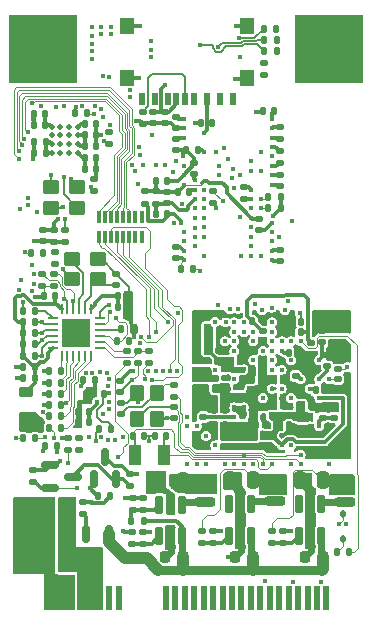
<source format=gbr>
%TF.GenerationSoftware,KiCad,Pcbnew,9.0.3*%
%TF.CreationDate,2025-09-02T21:17:26+03:00*%
%TF.ProjectId,ThingsCore-1,5468696e-6773-4436-9f72-652d312e6b69,rev?*%
%TF.SameCoordinates,Original*%
%TF.FileFunction,Copper,L6,Bot*%
%TF.FilePolarity,Positive*%
%FSLAX46Y46*%
G04 Gerber Fmt 4.6, Leading zero omitted, Abs format (unit mm)*
G04 Created by KiCad (PCBNEW 9.0.3) date 2025-09-02 21:17:26*
%MOMM*%
%LPD*%
G01*
G04 APERTURE LIST*
G04 Aperture macros list*
%AMRoundRect*
0 Rectangle with rounded corners*
0 $1 Rounding radius*
0 $2 $3 $4 $5 $6 $7 $8 $9 X,Y pos of 4 corners*
0 Add a 4 corners polygon primitive as box body*
4,1,4,$2,$3,$4,$5,$6,$7,$8,$9,$2,$3,0*
0 Add four circle primitives for the rounded corners*
1,1,$1+$1,$2,$3*
1,1,$1+$1,$4,$5*
1,1,$1+$1,$6,$7*
1,1,$1+$1,$8,$9*
0 Add four rect primitives between the rounded corners*
20,1,$1+$1,$2,$3,$4,$5,0*
20,1,$1+$1,$4,$5,$6,$7,0*
20,1,$1+$1,$6,$7,$8,$9,0*
20,1,$1+$1,$8,$9,$2,$3,0*%
G04 Aperture macros list end*
%TA.AperFunction,HeatsinkPad*%
%ADD10C,0.500000*%
%TD*%
%TA.AperFunction,SMDPad,CuDef*%
%ADD11RoundRect,0.135000X0.135000X0.185000X-0.135000X0.185000X-0.135000X-0.185000X0.135000X-0.185000X0*%
%TD*%
%TA.AperFunction,SMDPad,CuDef*%
%ADD12RoundRect,0.135000X-0.185000X0.135000X-0.185000X-0.135000X0.185000X-0.135000X0.185000X0.135000X0*%
%TD*%
%TA.AperFunction,SMDPad,CuDef*%
%ADD13RoundRect,0.150000X0.150000X-0.587500X0.150000X0.587500X-0.150000X0.587500X-0.150000X-0.587500X0*%
%TD*%
%TA.AperFunction,SMDPad,CuDef*%
%ADD14RoundRect,0.150000X-0.587500X-0.150000X0.587500X-0.150000X0.587500X0.150000X-0.587500X0.150000X0*%
%TD*%
%TA.AperFunction,SMDPad,CuDef*%
%ADD15RoundRect,0.135000X0.185000X-0.135000X0.185000X0.135000X-0.185000X0.135000X-0.185000X-0.135000X0*%
%TD*%
%TA.AperFunction,SMDPad,CuDef*%
%ADD16RoundRect,0.140000X0.140000X0.170000X-0.140000X0.170000X-0.140000X-0.170000X0.140000X-0.170000X0*%
%TD*%
%TA.AperFunction,SMDPad,CuDef*%
%ADD17RoundRect,0.135000X-0.135000X-0.185000X0.135000X-0.185000X0.135000X0.185000X-0.135000X0.185000X0*%
%TD*%
%TA.AperFunction,SMDPad,CuDef*%
%ADD18RoundRect,0.140000X-0.170000X0.140000X-0.170000X-0.140000X0.170000X-0.140000X0.170000X0.140000X0*%
%TD*%
%TA.AperFunction,SMDPad,CuDef*%
%ADD19RoundRect,0.051250X-0.153750X0.448750X-0.153750X-0.448750X0.153750X-0.448750X0.153750X0.448750X0*%
%TD*%
%TA.AperFunction,SMDPad,CuDef*%
%ADD20RoundRect,0.032500X-0.097500X0.467500X-0.097500X-0.467500X0.097500X-0.467500X0.097500X0.467500X0*%
%TD*%
%TA.AperFunction,SMDPad,CuDef*%
%ADD21RoundRect,0.250000X0.450000X0.350000X-0.450000X0.350000X-0.450000X-0.350000X0.450000X-0.350000X0*%
%TD*%
%TA.AperFunction,ComponentPad*%
%ADD22R,5.800000X5.800000*%
%TD*%
%TA.AperFunction,SMDPad,CuDef*%
%ADD23R,0.600000X2.000000*%
%TD*%
%TA.AperFunction,SMDPad,CuDef*%
%ADD24RoundRect,0.140000X0.170000X-0.140000X0.170000X0.140000X-0.170000X0.140000X-0.170000X-0.140000X0*%
%TD*%
%TA.AperFunction,SMDPad,CuDef*%
%ADD25RoundRect,0.250000X-0.250000X-0.475000X0.250000X-0.475000X0.250000X0.475000X-0.250000X0.475000X0*%
%TD*%
%TA.AperFunction,SMDPad,CuDef*%
%ADD26RoundRect,0.193750X0.656250X-0.193750X0.656250X0.193750X-0.656250X0.193750X-0.656250X-0.193750X0*%
%TD*%
%TA.AperFunction,SMDPad,CuDef*%
%ADD27RoundRect,0.206250X0.643750X-0.206250X0.643750X0.206250X-0.643750X0.206250X-0.643750X-0.206250X0*%
%TD*%
%TA.AperFunction,SMDPad,CuDef*%
%ADD28RoundRect,0.140000X-0.140000X-0.170000X0.140000X-0.170000X0.140000X0.170000X-0.140000X0.170000X0*%
%TD*%
%TA.AperFunction,SMDPad,CuDef*%
%ADD29RoundRect,0.225000X-0.225000X-0.250000X0.225000X-0.250000X0.225000X0.250000X-0.225000X0.250000X0*%
%TD*%
%TA.AperFunction,SMDPad,CuDef*%
%ADD30R,0.500000X1.000000*%
%TD*%
%TA.AperFunction,SMDPad,CuDef*%
%ADD31R,1.300000X1.400000*%
%TD*%
%TA.AperFunction,SMDPad,CuDef*%
%ADD32RoundRect,0.112500X-0.112500X0.187500X-0.112500X-0.187500X0.112500X-0.187500X0.112500X0.187500X0*%
%TD*%
%TA.AperFunction,SMDPad,CuDef*%
%ADD33RoundRect,0.250000X0.350000X-0.450000X0.350000X0.450000X-0.350000X0.450000X-0.350000X-0.450000X0*%
%TD*%
%TA.AperFunction,SMDPad,CuDef*%
%ADD34RoundRect,0.218750X0.381250X-0.218750X0.381250X0.218750X-0.381250X0.218750X-0.381250X-0.218750X0*%
%TD*%
%TA.AperFunction,SMDPad,CuDef*%
%ADD35RoundRect,0.150000X-0.150000X0.587500X-0.150000X-0.587500X0.150000X-0.587500X0.150000X0.587500X0*%
%TD*%
%TA.AperFunction,SMDPad,CuDef*%
%ADD36RoundRect,0.162500X-0.162500X0.617500X-0.162500X-0.617500X0.162500X-0.617500X0.162500X0.617500X0*%
%TD*%
%TA.AperFunction,SMDPad,CuDef*%
%ADD37R,1.000000X1.800000*%
%TD*%
%TA.AperFunction,SMDPad,CuDef*%
%ADD38RoundRect,0.062500X-0.062500X0.325000X-0.062500X-0.325000X0.062500X-0.325000X0.062500X0.325000X0*%
%TD*%
%TA.AperFunction,SMDPad,CuDef*%
%ADD39RoundRect,0.062500X-0.325000X0.062500X-0.325000X-0.062500X0.325000X-0.062500X0.325000X0.062500X0*%
%TD*%
%TA.AperFunction,HeatsinkPad*%
%ADD40R,2.450000X2.450000*%
%TD*%
%TA.AperFunction,ViaPad*%
%ADD41C,0.450000*%
%TD*%
%TA.AperFunction,Conductor*%
%ADD42C,0.300000*%
%TD*%
%TA.AperFunction,Conductor*%
%ADD43C,0.100000*%
%TD*%
%TA.AperFunction,Conductor*%
%ADD44C,1.000000*%
%TD*%
%TA.AperFunction,Conductor*%
%ADD45C,0.800000*%
%TD*%
%TA.AperFunction,Conductor*%
%ADD46C,0.200000*%
%TD*%
%TA.AperFunction,Conductor*%
%ADD47C,0.150000*%
%TD*%
%TA.AperFunction,Conductor*%
%ADD48C,0.156500*%
%TD*%
%TA.AperFunction,Conductor*%
%ADD49C,0.600000*%
%TD*%
G04 APERTURE END LIST*
D10*
%TO.P,IC1,33,GND_2*%
%TO.N,GND*%
X16075000Y-24075000D03*
X16775000Y-24075000D03*
X17475000Y-24075000D03*
X18275000Y-24075000D03*
X16075000Y-23375000D03*
X16775000Y-23375000D03*
X17475000Y-23375000D03*
X18275000Y-23375000D03*
X16075000Y-22575000D03*
X16775000Y-22575000D03*
X17475000Y-22575000D03*
X18275000Y-22575000D03*
X16075000Y-21875000D03*
X16775000Y-21875000D03*
X17475000Y-21875000D03*
X18275000Y-21875000D03*
%TD*%
D11*
%TO.P,R10,1*%
%TO.N,GND*%
X21010000Y-53150000D03*
%TO.P,R10,2*%
%TO.N,/POWER/VDD3V3_USBHS*%
X19990000Y-53150000D03*
%TD*%
D12*
%TO.P,R12,1*%
%TO.N,GND*%
X14450000Y-50940000D03*
%TO.P,R12,2*%
%TO.N,/POWER/VDDA1V8*%
X14450000Y-51960000D03*
%TD*%
D13*
%TO.P,Q2,1,G*%
%TO.N,/POWER/USBHS_G*%
X21487500Y-51687500D03*
%TO.P,Q2,2,S*%
%TO.N,/POWER/VDD3V3_USBHS*%
X19587500Y-51687500D03*
%TO.P,Q2,3,D*%
%TO.N,3V3_VDD*%
X20537500Y-49812500D03*
%TD*%
D14*
%TO.P,Q3,1,G*%
%TO.N,/POWER/VDDA1V8*%
X15925000Y-52450000D03*
%TO.P,Q3,2,S*%
%TO.N,GND*%
X15925000Y-50550000D03*
%TO.P,Q3,3,D*%
%TO.N,/POWER/USBHS_G*%
X17800000Y-51500000D03*
%TD*%
D15*
%TO.P,R11,2*%
%TO.N,3V3_VDD*%
X22700000Y-51290000D03*
%TO.P,R11,1*%
%TO.N,/POWER/USBHS_G*%
X22700000Y-52310000D03*
%TD*%
D16*
%TO.P,C66,2*%
%TO.N,/POWER/VDD3V3_USBHS*%
X38395000Y-44200000D03*
%TO.P,C66,1*%
%TO.N,GND*%
X39355000Y-44200000D03*
%TD*%
D17*
%TO.P,R53,2*%
%TO.N,GND*%
X22610000Y-40000000D03*
%TO.P,R53,1*%
%TO.N,/NETWORKING/RXER*%
X21590000Y-40000000D03*
%TD*%
D12*
%TO.P,R57,2*%
%TO.N,3V3_VDD*%
X23350000Y-41910000D03*
%TO.P,R57,1*%
%TO.N,/NETWORKING/MDIO*%
X23350000Y-40890000D03*
%TD*%
%TO.P,R59,2*%
%TO.N,ETH_CRS_DV*%
X22400000Y-41910000D03*
%TO.P,R59,1*%
%TO.N,/NETWORKING/CRS_DV*%
X22400000Y-40890000D03*
%TD*%
%TO.P,R55,1*%
%TO.N,/NETWORKING/MDIO*%
X24300000Y-40890000D03*
%TO.P,R55,2*%
%TO.N,ETH_MDIO*%
X24300000Y-41910000D03*
%TD*%
D18*
%TO.P,C70,2*%
%TO.N,/MPU-IO/HSE_OUT_C*%
X21875000Y-46230000D03*
%TO.P,C70,1*%
%TO.N,GND*%
X21875000Y-45270000D03*
%TD*%
D19*
%TO.P,RN4,16,R1.2*%
%TO.N,MMC1_CLK*%
X20000000Y-31235000D03*
D20*
%TO.P,RN4,15,R2.2*%
%TO.N,MMC1_CMD*%
X20575000Y-31235000D03*
%TO.P,RN4,14,R3.2*%
%TO.N,MMC1_D0*%
X21075000Y-31235000D03*
%TO.P,RN4,13,R4.2*%
%TO.N,MMC1_D1*%
X21575000Y-31235000D03*
%TO.P,RN4,12,R5.2*%
%TO.N,MMC1_D2*%
X22075000Y-31235000D03*
%TO.P,RN4,11,R6.2*%
%TO.N,MMC1_D3*%
X22575000Y-31235000D03*
%TO.P,RN4,10*%
%TO.N,N/C*%
X23075000Y-31235000D03*
D19*
%TO.P,RN4,9*%
X23650000Y-31235000D03*
%TO.P,RN4,8*%
X23650000Y-29565000D03*
D20*
%TO.P,RN4,7*%
X23075000Y-29565000D03*
%TO.P,RN4,6,R6.1*%
%TO.N,/NETWORKING/TRX_D3*%
X22575000Y-29565000D03*
%TO.P,RN4,5,R5.1*%
%TO.N,/NETWORKING/TRX_D2*%
X22075000Y-29565000D03*
%TO.P,RN4,4,R4.1*%
%TO.N,/NETWORKING/TRX_D1*%
X21575000Y-29565000D03*
%TO.P,RN4,3,R3.1*%
%TO.N,/NETWORKING/TRX_D0*%
X21075000Y-29565000D03*
%TO.P,RN4,2,R2.1*%
%TO.N,/NETWORKING/TRX_CMD*%
X20575000Y-29565000D03*
D19*
%TO.P,RN4,1,R1.1*%
%TO.N,/NETWORKING/TRX_CLK*%
X20000000Y-29565000D03*
%TD*%
D21*
%TO.P,Y3,4,4*%
%TO.N,GND*%
X18150000Y-27025000D03*
%TO.P,Y3,3,3*%
%TO.N,Net-(IC1-XTAL_I)*%
X15950000Y-27025000D03*
%TO.P,Y3,2,2*%
%TO.N,GND*%
X15950000Y-28725000D03*
%TO.P,Y3,1,1*%
%TO.N,Net-(IC1-XTAL_O)*%
X18150000Y-28725000D03*
%TD*%
D22*
%TO.P,U1,*%
%TO.N,*%
X15307328Y-15308537D03*
X39486338Y-15314455D03*
D23*
%TO.P,U1,2,2*%
%TO.N,GND*%
X16100000Y-61802500D03*
%TO.P,U1,4,4*%
X16900000Y-61802500D03*
%TO.P,U1,6,6*%
X17700000Y-61802500D03*
%TO.P,U1,8,8*%
%TO.N,VIN_EDGE*%
X18500000Y-61802500D03*
%TO.P,U1,10,10*%
X19300000Y-61802500D03*
%TO.P,U1,12,12*%
X20100000Y-61802500D03*
%TO.P,U1,14,14*%
%TO.N,unconnected-(U1-Pad14)*%
X20900000Y-61802500D03*
%TO.P,U1,16,16*%
%TO.N,unconnected-(U1-Pad16)*%
X21700000Y-61802500D03*
%TO.P,U1,18,18*%
%TO.N,unconnected-(U1-Pad18)*%
X25700000Y-61802500D03*
%TO.P,U1,20,20*%
%TO.N,unconnected-(U1-Pad20)*%
X26500000Y-61802500D03*
%TO.P,U1,22,22*%
%TO.N,unconnected-(U1-Pad22)*%
X27300000Y-61802500D03*
%TO.P,U1,24,24*%
%TO.N,unconnected-(U1-Pad24)*%
X28100000Y-61802500D03*
%TO.P,U1,26,26*%
%TO.N,unconnected-(U1-Pad26)*%
X28900000Y-61802500D03*
%TO.P,U1,28,28*%
%TO.N,unconnected-(U1-Pad28)*%
X29700000Y-61802500D03*
%TO.P,U1,30,30*%
%TO.N,unconnected-(U1-Pad30)*%
X30500000Y-61802500D03*
%TO.P,U1,32,32*%
%TO.N,unconnected-(U1-Pad32)*%
X31300000Y-61802500D03*
%TO.P,U1,34,34*%
%TO.N,unconnected-(U1-Pad34)*%
X32100000Y-61802500D03*
%TO.P,U1,36,36*%
%TO.N,unconnected-(U1-Pad36)*%
X32900000Y-61802500D03*
%TO.P,U1,38,38*%
%TO.N,unconnected-(U1-Pad38)*%
X33700000Y-61802500D03*
%TO.P,U1,40,40*%
%TO.N,unconnected-(U1-Pad40)*%
X34500000Y-61802500D03*
%TO.P,U1,42,42*%
%TO.N,unconnected-(U1-Pad42)*%
X35300000Y-61802500D03*
%TO.P,U1,44,44*%
%TO.N,unconnected-(U1-Pad44)*%
X36100000Y-61802500D03*
%TO.P,U1,46,46*%
%TO.N,unconnected-(U1-Pad46)*%
X36900000Y-61802500D03*
%TO.P,U1,48,48*%
%TO.N,unconnected-(U1-Pad48)*%
X37700000Y-61802500D03*
%TO.P,U1,50,50*%
%TO.N,unconnected-(U1-Pad50)*%
X38500000Y-61802500D03*
%TO.P,U1,52,52*%
%TO.N,unconnected-(U1-Pad52)*%
X39300000Y-61802500D03*
%TD*%
D24*
%TO.P,C50,1*%
%TO.N,GND*%
X33600000Y-30630000D03*
%TO.P,C50,2*%
%TO.N,/DDR3/DDR_VREF*%
X33600000Y-29670000D03*
%TD*%
D16*
%TO.P,C39,1*%
%TO.N,GND*%
X35805000Y-45550000D03*
%TO.P,C39,2*%
%TO.N,1V25_CORE*%
X34845000Y-45550000D03*
%TD*%
D11*
%TO.P,R51,1*%
%TO.N,/NETWORKING/RXD0*%
X16510000Y-48950000D03*
%TO.P,R51,2*%
%TO.N,ETH_RX_D0*%
X15490000Y-48950000D03*
%TD*%
D12*
%TO.P,R21,1*%
%TO.N,/DDR3/DDR_VREF*%
X24840000Y-27365000D03*
%TO.P,R21,2*%
%TO.N,1V35_DDR*%
X24840000Y-28385000D03*
%TD*%
D17*
%TO.P,R18,1*%
%TO.N,GND*%
X36140000Y-38375000D03*
%TO.P,R18,2*%
%TO.N,/DDR3/ZQ*%
X37160000Y-38375000D03*
%TD*%
D11*
%TO.P,R16,1*%
%TO.N,GND*%
X35410000Y-27825000D03*
%TO.P,R16,2*%
%TO.N,/DDR3/DDR_CKE*%
X34390000Y-27825000D03*
%TD*%
D16*
%TO.P,C52,1*%
%TO.N,GND*%
X25830000Y-26475000D03*
%TO.P,C52,2*%
%TO.N,/DDR3/DDR_VREF*%
X24870000Y-26475000D03*
%TD*%
D17*
%TO.P,R33,1*%
%TO.N,Net-(D3-A)*%
X34050000Y-14535000D03*
%TO.P,R33,2*%
%TO.N,/MPU-IO/HB_LD*%
X35070000Y-14535000D03*
%TD*%
D24*
%TO.P,C26,1*%
%TO.N,GND*%
X32550000Y-49010000D03*
%TO.P,C26,2*%
%TO.N,1V25_CORE*%
X32550000Y-48050000D03*
%TD*%
D17*
%TO.P,R13,1*%
%TO.N,/MPU-IO/PWR_ONRST*%
X40190000Y-57850000D03*
%TO.P,R13,2*%
%TO.N,/MPU-IO/PWR_ON*%
X41210000Y-57850000D03*
%TD*%
D18*
%TO.P,C27,1*%
%TO.N,GND*%
X32200000Y-46190000D03*
%TO.P,C27,2*%
%TO.N,1V25_CORE*%
X32200000Y-47150000D03*
%TD*%
%TO.P,C56,1*%
%TO.N,GND*%
X35325000Y-25970000D03*
%TO.P,C56,2*%
%TO.N,1V35_DDR*%
X35325000Y-26930000D03*
%TD*%
D25*
%TO.P,C6,1*%
%TO.N,GND*%
X37075000Y-51775000D03*
%TO.P,C6,2*%
%TO.N,1V35_DDR*%
X38975000Y-51775000D03*
%TD*%
D12*
%TO.P,R5,1*%
%TO.N,1V35_DDR*%
X34700000Y-56090000D03*
%TO.P,R5,2*%
%TO.N,/POWER/1V35_FB*%
X34700000Y-57110000D03*
%TD*%
D16*
%TO.P,C61,1*%
%TO.N,GND*%
X34880000Y-20550000D03*
%TO.P,C61,2*%
%TO.N,1V35_DDR*%
X33920000Y-20550000D03*
%TD*%
D26*
%TO.P,L3,1,1*%
%TO.N,/POWER/1V35_SW*%
X40900000Y-53637500D03*
D27*
%TO.P,L3,2,2*%
%TO.N,1V35_DDR*%
X40900000Y-51837500D03*
%TD*%
D28*
%TO.P,C87,1*%
%TO.N,GND*%
X18845000Y-21675000D03*
%TO.P,C87,2*%
%TO.N,3V3_VDD*%
X19805000Y-21675000D03*
%TD*%
D18*
%TO.P,C40,1*%
%TO.N,GND*%
X29240000Y-41695000D03*
%TO.P,C40,2*%
%TO.N,3V3_VDD*%
X29240000Y-42655000D03*
%TD*%
D11*
%TO.P,R15,1*%
%TO.N,GND*%
X35410000Y-28775000D03*
%TO.P,R15,2*%
%TO.N,/DDR3/ZQ*%
X34390000Y-28775000D03*
%TD*%
D17*
%TO.P,R23,1*%
%TO.N,QSPI1_CLK*%
X14265000Y-32550000D03*
%TO.P,R23,2*%
%TO.N,/MEMORY/QSPI1_CLK_NOR*%
X15285000Y-32550000D03*
%TD*%
D12*
%TO.P,R8,1*%
%TO.N,GND*%
X22900000Y-53315000D03*
%TO.P,R8,2*%
%TO.N,/POWER/3V3_EN*%
X22900000Y-54335000D03*
%TD*%
D17*
%TO.P,R38,1*%
%TO.N,TRX_~{RST}*%
X17990000Y-20750000D03*
%TO.P,R38,2*%
%TO.N,/NETWORKING/TRX_RESETN*%
X19010000Y-20750000D03*
%TD*%
D18*
%TO.P,C46,1*%
%TO.N,GND*%
X38975000Y-45545000D03*
%TO.P,C46,2*%
%TO.N,/POWER/VREF+*%
X38975000Y-46505000D03*
%TD*%
D12*
%TO.P,R52,1*%
%TO.N,/NETWORKING/RXD1*%
X17400000Y-48240000D03*
%TO.P,R52,2*%
%TO.N,ETH_RX_D1*%
X17400000Y-49260000D03*
%TD*%
%TO.P,R37,1*%
%TO.N,GND*%
X20925000Y-22340000D03*
%TO.P,R37,2*%
%TO.N,/NETWORKING/RF2*%
X20925000Y-23360000D03*
%TD*%
D16*
%TO.P,C80,2*%
%TO.N,GND*%
X18245000Y-46925000D03*
%TO.P,C80,1*%
%TO.N,3V3_VDD*%
X19205000Y-46925000D03*
%TD*%
D24*
%TO.P,C92,1*%
%TO.N,GND*%
X19650000Y-27310000D03*
%TO.P,C92,2*%
%TO.N,3V3_VDD*%
X19650000Y-26350000D03*
%TD*%
D16*
%TO.P,C53,1*%
%TO.N,GND*%
X25805000Y-29267836D03*
%TO.P,C53,2*%
%TO.N,1V35_DDR*%
X24845000Y-29267836D03*
%TD*%
D28*
%TO.P,C14,1*%
%TO.N,GND*%
X28320000Y-39850000D03*
%TO.P,C14,2*%
%TO.N,1V35_DDR*%
X29280000Y-39850000D03*
%TD*%
D16*
%TO.P,C84,1*%
%TO.N,GND*%
X15530000Y-23175000D03*
%TO.P,C84,2*%
%TO.N,3V3_VDD*%
X14570000Y-23175000D03*
%TD*%
D21*
%TO.P,Y4,1,1*%
%TO.N,/NETWORKING/ETH_REF_IN*%
X19980000Y-34805000D03*
%TO.P,Y4,2,2*%
%TO.N,GND*%
X17780000Y-34805000D03*
%TO.P,Y4,3,3*%
%TO.N,/NETWORKING/ETH_REF_OUT*%
X17780000Y-33105000D03*
%TO.P,Y4,4,4*%
%TO.N,GND*%
X19980000Y-33105000D03*
%TD*%
D11*
%TO.P,R48,1*%
%TO.N,/NETWORKING/TXD0*%
X16860000Y-43550000D03*
%TO.P,R48,2*%
%TO.N,ETH_TX_D0*%
X15840000Y-43550000D03*
%TD*%
D18*
%TO.P,C71,1*%
%TO.N,GND*%
X15275000Y-30640000D03*
%TO.P,C71,2*%
%TO.N,3V3_VDD*%
X15275000Y-31600000D03*
%TD*%
D24*
%TO.P,C44,1*%
%TO.N,GND*%
X37155000Y-47430000D03*
%TO.P,C44,2*%
%TO.N,3V3_VDD*%
X37155000Y-46470000D03*
%TD*%
D28*
%TO.P,C36,1*%
%TO.N,GND*%
X32920000Y-42400000D03*
%TO.P,C36,2*%
%TO.N,1V25_CORE*%
X33880000Y-42400000D03*
%TD*%
%TO.P,C17,1*%
%TO.N,GND*%
X28320000Y-40775000D03*
%TO.P,C17,2*%
%TO.N,1V35_DDR*%
X29280000Y-40775000D03*
%TD*%
D29*
%TO.P,C2,1*%
%TO.N,GND*%
X31537500Y-58275000D03*
%TO.P,C2,2*%
%TO.N,VIN*%
X33087500Y-58275000D03*
%TD*%
D15*
%TO.P,R26,1*%
%TO.N,GND*%
X23725000Y-21635000D03*
%TO.P,R26,2*%
%TO.N,/MEMORY/SD_DET*%
X23725000Y-20615000D03*
%TD*%
%TO.P,R40,1*%
%TO.N,GND*%
X16200000Y-35360000D03*
%TO.P,R40,2*%
%TO.N,LED1*%
X16200000Y-34340000D03*
%TD*%
D18*
%TO.P,C41,1*%
%TO.N,/POWER/VDDA1V1*%
X36680000Y-42980000D03*
%TO.P,C41,2*%
%TO.N,GND*%
X36680000Y-43940000D03*
%TD*%
%TO.P,C19,1*%
%TO.N,GND*%
X30200000Y-40845000D03*
%TO.P,C19,2*%
%TO.N,1V35_DDR*%
X30200000Y-41805000D03*
%TD*%
D16*
%TO.P,C95,1*%
%TO.N,GND*%
X22580000Y-36250000D03*
%TO.P,C95,2*%
%TO.N,/NETWORKING/VDDCR*%
X21620000Y-36250000D03*
%TD*%
D18*
%TO.P,C51,1*%
%TO.N,/DDR3/DDR_VREF*%
X25800000Y-27387836D03*
%TO.P,C51,2*%
%TO.N,1V35_DDR*%
X25800000Y-28347836D03*
%TD*%
%TO.P,C55,1*%
%TO.N,GND*%
X32350000Y-27020000D03*
%TO.P,C55,2*%
%TO.N,1V35_DDR*%
X32350000Y-27980000D03*
%TD*%
D30*
%TO.P,U9,1,DAT2*%
%TO.N,/MEMORY/SD_D2*%
X23649900Y-19517400D03*
%TO.P,U9,2,CD/DAT3*%
%TO.N,/MEMORY/SD_D3*%
X24750000Y-19517400D03*
%TO.P,U9,3,SDI/CMD*%
%TO.N,/MEMORY/SD_CMD*%
X25849800Y-19517400D03*
%TO.P,U9,4,VDD*%
%TO.N,3V3_VDD*%
X26599900Y-19517400D03*
%TO.P,U9,5,CLK*%
%TO.N,/MEMORY/SD_CLK*%
X28049900Y-19517400D03*
%TO.P,U9,6,VSS*%
%TO.N,GND*%
X29149800Y-19517400D03*
%TO.P,U9,7,SDO/DAT0*%
%TO.N,/MEMORY/SD_D0*%
X30249800Y-19517400D03*
%TO.P,U9,8,DAT1*%
%TO.N,/MEMORY/SD_D1*%
X31349900Y-19517400D03*
%TO.P,U9,9,CD*%
%TO.N,/MEMORY/SD_DET*%
X27299900Y-19517400D03*
D31*
%TO.P,U9,10,SHLD*%
%TO.N,GND*%
X32599800Y-17782400D03*
%TO.P,U9,11,SHLD*%
X32599800Y-13332500D03*
%TO.P,U9,12,SHLD*%
X22400000Y-13332500D03*
%TO.P,U9,13,SHLD*%
X22400000Y-17782400D03*
%TD*%
D32*
%TO.P,D1,1,K*%
%TO.N,NRST*%
X40700000Y-54700000D03*
%TO.P,D1,2,A*%
%TO.N,/MPU-IO/PWR_ONRST*%
X40700000Y-56800000D03*
%TD*%
D28*
%TO.P,C78,1*%
%TO.N,GND*%
X18245000Y-46000000D03*
%TO.P,C78,2*%
%TO.N,3V3_VDD*%
X19205000Y-46000000D03*
%TD*%
D16*
%TO.P,C21,1*%
%TO.N,GND*%
X36130000Y-47175000D03*
%TO.P,C21,2*%
%TO.N,3V3_VDD*%
X35170000Y-47175000D03*
%TD*%
D24*
%TO.P,C35,1*%
%TO.N,GND*%
X30700000Y-49030000D03*
%TO.P,C35,2*%
%TO.N,1V25_CORE*%
X30700000Y-48070000D03*
%TD*%
D33*
%TO.P,Y1,1,1*%
%TO.N,/MPU-IO/HSE_IN*%
X23250000Y-46605000D03*
%TO.P,Y1,2,2*%
%TO.N,GND*%
X23250000Y-44405000D03*
%TO.P,Y1,3,3*%
%TO.N,/MPU-IO/HSE_OUT_C*%
X24950000Y-44405000D03*
%TO.P,Y1,4,4*%
%TO.N,GND*%
X24950000Y-46605000D03*
%TD*%
D16*
%TO.P,C48,1*%
%TO.N,GND*%
X37055000Y-41025000D03*
%TO.P,C48,2*%
%TO.N,/DDR3/DDR_VREF*%
X36095000Y-41025000D03*
%TD*%
D28*
%TO.P,C97,1*%
%TO.N,GND*%
X13645000Y-43150000D03*
%TO.P,C97,2*%
%TO.N,/NETWORKING/3V3_ETH_PHY*%
X14605000Y-43150000D03*
%TD*%
D15*
%TO.P,R6,1*%
%TO.N,/POWER/1V35_FB*%
X35650000Y-57110000D03*
%TO.P,R6,2*%
%TO.N,GND*%
X35650000Y-56090000D03*
%TD*%
D11*
%TO.P,R47,1*%
%TO.N,/NETWORKING/REFCLKO*%
X16860000Y-46400000D03*
%TO.P,R47,2*%
%TO.N,ETH_REF_CLK*%
X15840000Y-46400000D03*
%TD*%
D34*
%TO.P,FB1,1*%
%TO.N,3V3_VDD*%
X13900000Y-46437500D03*
%TO.P,FB1,2*%
%TO.N,/NETWORKING/3V3_ETH_PHY*%
X13900000Y-44312500D03*
%TD*%
D11*
%TO.P,R54,1*%
%TO.N,/NETWORKING/ETH_RST*%
X16860000Y-45450000D03*
%TO.P,R54,2*%
%TO.N,GND*%
X15840000Y-45450000D03*
%TD*%
D28*
%TO.P,C11,1*%
%TO.N,GND*%
X28320000Y-38925000D03*
%TO.P,C11,2*%
%TO.N,1V35_DDR*%
X29280000Y-38925000D03*
%TD*%
%TO.P,C25,1*%
%TO.N,GND*%
X29765737Y-44972263D03*
%TO.P,C25,2*%
%TO.N,1V25_CORE*%
X30725737Y-44972263D03*
%TD*%
D35*
%TO.P,Q1,1,G*%
%TO.N,Net-(Q1-G)*%
X18975000Y-56337500D03*
%TO.P,Q1,2,S*%
%TO.N,VIN*%
X20875000Y-56337500D03*
%TO.P,Q1,3,D*%
%TO.N,VIN_EDGE*%
X19925000Y-58212500D03*
%TD*%
D28*
%TO.P,C91,1*%
%TO.N,GND*%
X18820000Y-25450000D03*
%TO.P,C91,2*%
%TO.N,3V3_VDD*%
X19780000Y-25450000D03*
%TD*%
D16*
%TO.P,C37,1*%
%TO.N,GND*%
X35705000Y-43325000D03*
%TO.P,C37,2*%
%TO.N,1V25_CORE*%
X34745000Y-43325000D03*
%TD*%
D28*
%TO.P,C88,1*%
%TO.N,GND*%
X18845000Y-22600000D03*
%TO.P,C88,2*%
%TO.N,3V3_VDD*%
X19805000Y-22600000D03*
%TD*%
D16*
%TO.P,C43,1*%
%TO.N,GND*%
X38085000Y-45575000D03*
%TO.P,C43,2*%
%TO.N,3V3_VDD*%
X37125000Y-45575000D03*
%TD*%
D25*
%TO.P,C9,1*%
%TO.N,GND*%
X15575000Y-56162500D03*
%TO.P,C9,2*%
%TO.N,VIN_EDGE*%
X17475000Y-56162500D03*
%TD*%
D28*
%TO.P,C98,1*%
%TO.N,GND*%
X13645000Y-42205000D03*
%TO.P,C98,2*%
%TO.N,/NETWORKING/3V3_ETH_PHY*%
X14605000Y-42205000D03*
%TD*%
D12*
%TO.P,R19,1*%
%TO.N,GND*%
X18675000Y-53640000D03*
%TO.P,R19,2*%
%TO.N,Net-(Q1-G)*%
X18675000Y-54660000D03*
%TD*%
D15*
%TO.P,R20,1*%
%TO.N,/MPU-IO/HSE_OUT*%
X26400000Y-44760000D03*
%TO.P,R20,2*%
%TO.N,/MPU-IO/HSE_OUT_C*%
X26400000Y-43740000D03*
%TD*%
%TO.P,R2,1*%
%TO.N,/POWER/3V3_FB*%
X23800000Y-57185000D03*
%TO.P,R2,2*%
%TO.N,GND*%
X23800000Y-56165000D03*
%TD*%
D24*
%TO.P,C74,1*%
%TO.N,GND*%
X25600000Y-21580000D03*
%TO.P,C74,2*%
%TO.N,3V3_VDD*%
X25600000Y-20620000D03*
%TD*%
D28*
%TO.P,C77,1*%
%TO.N,3V3_VDD*%
X18720000Y-43350000D03*
%TO.P,C77,2*%
%TO.N,GND*%
X19680000Y-43350000D03*
%TD*%
D25*
%TO.P,C10,1*%
%TO.N,GND*%
X15550000Y-54187500D03*
%TO.P,C10,2*%
%TO.N,VIN_EDGE*%
X17450000Y-54187500D03*
%TD*%
D24*
%TO.P,C69,1*%
%TO.N,GND*%
X26400000Y-46580000D03*
%TO.P,C69,2*%
%TO.N,/MPU-IO/HSE_IN*%
X26400000Y-45620000D03*
%TD*%
D28*
%TO.P,C24,1*%
%TO.N,GND*%
X29765737Y-45897263D03*
%TO.P,C24,2*%
%TO.N,1V25_CORE*%
X30725737Y-45897263D03*
%TD*%
D15*
%TO.P,R22,1*%
%TO.N,GND*%
X23900000Y-28385000D03*
%TO.P,R22,2*%
%TO.N,/DDR3/DDR_VREF*%
X23900000Y-27365000D03*
%TD*%
D25*
%TO.P,C3,1*%
%TO.N,GND*%
X25225000Y-51850000D03*
%TO.P,C3,2*%
%TO.N,3V3_VDD*%
X27125000Y-51850000D03*
%TD*%
D36*
%TO.P,U3,1,EN*%
%TO.N,/POWER/3V3_EN*%
X25125000Y-53875000D03*
%TO.P,U3,2,GND*%
%TO.N,GND*%
X26075000Y-53875000D03*
%TO.P,U3,3,SW*%
%TO.N,/POWER/3V3_SW*%
X27025000Y-53875000D03*
%TO.P,U3,4,VIN*%
%TO.N,VIN*%
X27025000Y-56575000D03*
%TO.P,U3,5,FB*%
%TO.N,/POWER/3V3_FB*%
X25125000Y-56575000D03*
%TD*%
D17*
%TO.P,R34,1*%
%TO.N,Net-(D2-A)*%
X34050000Y-15500000D03*
%TO.P,R34,2*%
%TO.N,/MPU-IO/VDD_LD*%
X35070000Y-15500000D03*
%TD*%
D24*
%TO.P,C64,1*%
%TO.N,GND*%
X26550000Y-23855000D03*
%TO.P,C64,2*%
%TO.N,1V35_DDR*%
X26550000Y-22895000D03*
%TD*%
D16*
%TO.P,C86,1*%
%TO.N,GND*%
X15500000Y-20770000D03*
%TO.P,C86,2*%
%TO.N,3V3_VDD*%
X14540000Y-20770000D03*
%TD*%
D29*
%TO.P,C1,1*%
%TO.N,GND*%
X25625000Y-58325000D03*
%TO.P,C1,2*%
%TO.N,VIN*%
X27175000Y-58325000D03*
%TD*%
D18*
%TO.P,C23,1*%
%TO.N,GND*%
X38950000Y-39170000D03*
%TO.P,C23,2*%
%TO.N,3V3_VDD*%
X38950000Y-40130000D03*
%TD*%
D15*
%TO.P,R41,1*%
%TO.N,GND*%
X15250000Y-35360000D03*
%TO.P,R41,2*%
%TO.N,LED2*%
X15250000Y-34340000D03*
%TD*%
%TO.P,R4,1*%
%TO.N,/POWER/1V25_FB*%
X29712500Y-57110000D03*
%TO.P,R4,2*%
%TO.N,GND*%
X29712500Y-56090000D03*
%TD*%
D18*
%TO.P,C73,1*%
%TO.N,3V3_VDD*%
X24650000Y-20620000D03*
%TO.P,C73,2*%
%TO.N,GND*%
X24650000Y-21580000D03*
%TD*%
%TO.P,C32,1*%
%TO.N,GND*%
X30875000Y-43120000D03*
%TO.P,C32,2*%
%TO.N,1V25_CORE*%
X30875000Y-44080000D03*
%TD*%
D37*
%TO.P,Y2,1,1*%
%TO.N,/MPU-IO/LSE_OUT*%
X23050000Y-49700000D03*
%TO.P,Y2,2,2*%
%TO.N,/MPU-IO/LSE_IN*%
X25550000Y-49700000D03*
%TD*%
D17*
%TO.P,R32,1*%
%TO.N,Net-(D5-A)*%
X34040000Y-13600000D03*
%TO.P,R32,2*%
%TO.N,/MPU-IO/USER_LD*%
X35060000Y-13600000D03*
%TD*%
%TO.P,R46,1*%
%TO.N,/NETWORKING/3V3_ETH_PHY*%
X13590000Y-40315000D03*
%TO.P,R46,2*%
%TO.N,TXP*%
X14610000Y-40315000D03*
%TD*%
%TO.P,R17,1*%
%TO.N,GND*%
X26965000Y-33925000D03*
%TO.P,R17,2*%
%TO.N,/DDR3/DDR_RESETN*%
X27985000Y-33925000D03*
%TD*%
D29*
%TO.P,C5,1*%
%TO.N,GND*%
X37475000Y-58275000D03*
%TO.P,C5,2*%
%TO.N,VIN*%
X39025000Y-58275000D03*
%TD*%
D11*
%TO.P,R56,1*%
%TO.N,/NETWORKING/MDC*%
X16860000Y-47350000D03*
%TO.P,R56,2*%
%TO.N,ETH_MDC*%
X15840000Y-47350000D03*
%TD*%
D28*
%TO.P,C31,1*%
%TO.N,GND*%
X32925000Y-43325000D03*
%TO.P,C31,2*%
%TO.N,1V25_CORE*%
X33885000Y-43325000D03*
%TD*%
D18*
%TO.P,C34,1*%
%TO.N,GND*%
X32025000Y-43845000D03*
%TO.P,C34,2*%
%TO.N,1V25_CORE*%
X32025000Y-44805000D03*
%TD*%
D16*
%TO.P,C49,1*%
%TO.N,GND*%
X27655000Y-27400000D03*
%TO.P,C49,2*%
%TO.N,/DDR3/DDR_VREF*%
X26695000Y-27400000D03*
%TD*%
D18*
%TO.P,C7,1*%
%TO.N,GND*%
X23800000Y-53345000D03*
%TO.P,C7,2*%
%TO.N,/POWER/3V3_EN*%
X23800000Y-54305000D03*
%TD*%
D28*
%TO.P,C57,1*%
%TO.N,GND*%
X27445000Y-23850000D03*
%TO.P,C57,2*%
%TO.N,1V35_DDR*%
X28405000Y-23850000D03*
%TD*%
D16*
%TO.P,C83,1*%
%TO.N,GND*%
X15530000Y-24100000D03*
%TO.P,C83,2*%
%TO.N,3V3_VDD*%
X14570000Y-24100000D03*
%TD*%
D12*
%TO.P,R24,1*%
%TO.N,QSPI1_~{CS}*%
X17150000Y-30615000D03*
%TO.P,R24,2*%
%TO.N,3V3_VDD*%
X17150000Y-31635000D03*
%TD*%
D11*
%TO.P,R50,1*%
%TO.N,/NETWORKING/TXEN*%
X16860000Y-44500000D03*
%TO.P,R50,2*%
%TO.N,ETH_TX_EN*%
X15840000Y-44500000D03*
%TD*%
D18*
%TO.P,C54,1*%
%TO.N,GND*%
X28100000Y-24945000D03*
%TO.P,C54,2*%
%TO.N,1V35_DDR*%
X28100000Y-25905000D03*
%TD*%
D24*
%TO.P,C22,1*%
%TO.N,GND*%
X34550000Y-49030000D03*
%TO.P,C22,2*%
%TO.N,3V3_VDD*%
X34550000Y-48070000D03*
%TD*%
D15*
%TO.P,R25,1*%
%TO.N,/MEMORY/SD_CLK*%
X34050000Y-17510000D03*
%TO.P,R25,2*%
%TO.N,/MEMORY/SD_CLK_SD*%
X34050000Y-16490000D03*
%TD*%
D25*
%TO.P,C4,1*%
%TO.N,GND*%
X31162500Y-51775000D03*
%TO.P,C4,2*%
%TO.N,1V25_CORE*%
X33062500Y-51775000D03*
%TD*%
D24*
%TO.P,C65,1*%
%TO.N,GND*%
X26575000Y-33030000D03*
%TO.P,C65,2*%
%TO.N,1V35_DDR*%
X26575000Y-32070000D03*
%TD*%
D18*
%TO.P,C93,1*%
%TO.N,GND*%
X21475000Y-34320000D03*
%TO.P,C93,2*%
%TO.N,/NETWORKING/ETH_REF_IN*%
X21475000Y-35280000D03*
%TD*%
D16*
%TO.P,C33,1*%
%TO.N,GND*%
X34305000Y-47175000D03*
%TO.P,C33,2*%
%TO.N,1V25_CORE*%
X33345000Y-47175000D03*
%TD*%
D24*
%TO.P,C94,1*%
%TO.N,GND*%
X16300000Y-33480000D03*
%TO.P,C94,2*%
%TO.N,/NETWORKING/ETH_REF_OUT*%
X16300000Y-32520000D03*
%TD*%
D17*
%TO.P,R39,1*%
%TO.N,GND*%
X13590000Y-37455000D03*
%TO.P,R39,2*%
%TO.N,/NETWORKING/RBIAS*%
X14610000Y-37455000D03*
%TD*%
D26*
%TO.P,L2,1,1*%
%TO.N,/POWER/1V25_SW*%
X34962500Y-53612500D03*
D27*
%TO.P,L2,2,2*%
%TO.N,1V25_CORE*%
X34962500Y-51812500D03*
%TD*%
D17*
%TO.P,R44,1*%
%TO.N,/NETWORKING/3V3_ETH_PHY*%
X13580000Y-38405000D03*
%TO.P,R44,2*%
%TO.N,RXP*%
X14600000Y-38405000D03*
%TD*%
D12*
%TO.P,R1,1*%
%TO.N,3V3_VDD*%
X22850000Y-56165000D03*
%TO.P,R1,2*%
%TO.N,/POWER/3V3_FB*%
X22850000Y-57185000D03*
%TD*%
%TO.P,R35,1*%
%TO.N,GND*%
X40300000Y-41390000D03*
%TO.P,R35,2*%
%TO.N,/MPU-IO/USB_RREF*%
X40300000Y-42410000D03*
%TD*%
D28*
%TO.P,C99,1*%
%TO.N,GND*%
X15395000Y-36250000D03*
%TO.P,C99,2*%
%TO.N,/NETWORKING/3V3_ETH_PHY*%
X16355000Y-36250000D03*
%TD*%
%TO.P,C28,1*%
%TO.N,GND*%
X29770000Y-47175000D03*
%TO.P,C28,2*%
%TO.N,1V25_CORE*%
X30730000Y-47175000D03*
%TD*%
D24*
%TO.P,C60,1*%
%TO.N,GND*%
X35350000Y-33280000D03*
%TO.P,C60,2*%
%TO.N,1V35_DDR*%
X35350000Y-32320000D03*
%TD*%
D16*
%TO.P,C101,1*%
%TO.N,GND*%
X22880000Y-39050000D03*
%TO.P,C101,2*%
%TO.N,3V3_VDD*%
X21920000Y-39050000D03*
%TD*%
%TO.P,C85,1*%
%TO.N,GND*%
X15505000Y-21700000D03*
%TO.P,C85,2*%
%TO.N,3V3_VDD*%
X14545000Y-21700000D03*
%TD*%
D24*
%TO.P,C72,1*%
%TO.N,3V3_VDD*%
X16225000Y-31605000D03*
%TO.P,C72,2*%
%TO.N,GND*%
X16225000Y-30645000D03*
%TD*%
%TO.P,C16,1*%
%TO.N,GND*%
X33925000Y-40180000D03*
%TO.P,C16,2*%
%TO.N,1V35_DDR*%
X33925000Y-39220000D03*
%TD*%
D18*
%TO.P,C20,1*%
%TO.N,GND*%
X28875000Y-45495000D03*
%TO.P,C20,2*%
%TO.N,3V3_VDD*%
X28875000Y-46455000D03*
%TD*%
D28*
%TO.P,C68,1*%
%TO.N,GND*%
X24745000Y-48075000D03*
%TO.P,C68,2*%
%TO.N,/MPU-IO/LSE_IN*%
X25705000Y-48075000D03*
%TD*%
%TO.P,C12,1*%
%TO.N,GND*%
X36170000Y-39300000D03*
%TO.P,C12,2*%
%TO.N,1V35_DDR*%
X37130000Y-39300000D03*
%TD*%
D17*
%TO.P,R43,1*%
%TO.N,/NETWORKING/3V3_ETH_PHY*%
X13580000Y-39365000D03*
%TO.P,R43,2*%
%TO.N,RXN*%
X14600000Y-39365000D03*
%TD*%
D36*
%TO.P,U4,1,EN*%
%TO.N,/POWER/PWR_ONRST*%
X31050000Y-53800000D03*
%TO.P,U4,2,GND*%
%TO.N,GND*%
X32000000Y-53800000D03*
%TO.P,U4,3,SW*%
%TO.N,/POWER/1V25_SW*%
X32950000Y-53800000D03*
%TO.P,U4,4,VIN*%
%TO.N,VIN*%
X32950000Y-56500000D03*
%TO.P,U4,5,FB*%
%TO.N,/POWER/1V25_FB*%
X31050000Y-56500000D03*
%TD*%
D12*
%TO.P,R14,1*%
%TO.N,/DDR3/DDR_CLK_P*%
X29725000Y-27290000D03*
%TO.P,R14,2*%
%TO.N,/DDR3/DDR_CLK_N*%
X29725000Y-28310000D03*
%TD*%
D24*
%TO.P,C15,1*%
%TO.N,GND*%
X38025000Y-41130000D03*
%TO.P,C15,2*%
%TO.N,1V35_DDR*%
X38025000Y-40170000D03*
%TD*%
D28*
%TO.P,C89,1*%
%TO.N,GND*%
X18845000Y-23550000D03*
%TO.P,C89,2*%
%TO.N,3V3_VDD*%
X19805000Y-23550000D03*
%TD*%
D18*
%TO.P,C59,1*%
%TO.N,GND*%
X35325000Y-21945000D03*
%TO.P,C59,2*%
%TO.N,1V35_DDR*%
X35325000Y-22905000D03*
%TD*%
D24*
%TO.P,C47,1*%
%TO.N,GND*%
X40250000Y-44230000D03*
%TO.P,C47,2*%
%TO.N,NRST*%
X40250000Y-43270000D03*
%TD*%
D16*
%TO.P,C62,1*%
%TO.N,GND*%
X29605000Y-21600000D03*
%TO.P,C62,2*%
%TO.N,1V35_DDR*%
X28645000Y-21600000D03*
%TD*%
D25*
%TO.P,C8,1*%
%TO.N,GND*%
X15575000Y-58132500D03*
%TO.P,C8,2*%
%TO.N,VIN_EDGE*%
X17475000Y-58132500D03*
%TD*%
D16*
%TO.P,C96,1*%
%TO.N,GND*%
X22580000Y-37175000D03*
%TO.P,C96,2*%
%TO.N,/NETWORKING/VDDCR*%
X21620000Y-37175000D03*
%TD*%
D28*
%TO.P,C90,1*%
%TO.N,GND*%
X18820000Y-24500000D03*
%TO.P,C90,2*%
%TO.N,3V3_VDD*%
X19780000Y-24500000D03*
%TD*%
D24*
%TO.P,C30,1*%
%TO.N,GND*%
X31625000Y-49010000D03*
%TO.P,C30,2*%
%TO.N,1V25_CORE*%
X31625000Y-48050000D03*
%TD*%
D12*
%TO.P,R3,1*%
%TO.N,1V25_CORE*%
X28737500Y-56090000D03*
%TO.P,R3,2*%
%TO.N,/POWER/1V25_FB*%
X28737500Y-57110000D03*
%TD*%
D17*
%TO.P,R42,1*%
%TO.N,LED2*%
X13590000Y-48250000D03*
%TO.P,R42,2*%
%TO.N,ETH_~{INT}*%
X14610000Y-48250000D03*
%TD*%
D36*
%TO.P,U5,1,EN*%
%TO.N,/POWER/PWR_ONRST*%
X36975000Y-53800000D03*
%TO.P,U5,2,GND*%
%TO.N,GND*%
X37925000Y-53800000D03*
%TO.P,U5,3,SW*%
%TO.N,/POWER/1V35_SW*%
X38875000Y-53800000D03*
%TO.P,U5,4,VIN*%
%TO.N,VIN*%
X38875000Y-56500000D03*
%TO.P,U5,5,FB*%
%TO.N,/POWER/1V35_FB*%
X36975000Y-56500000D03*
%TD*%
D12*
%TO.P,R58,1*%
%TO.N,/NETWORKING/MDC*%
X18350000Y-48240000D03*
%TO.P,R58,2*%
%TO.N,3V3_VDD*%
X18350000Y-49260000D03*
%TD*%
D11*
%TO.P,R7,1*%
%TO.N,VIN*%
X23810000Y-55250000D03*
%TO.P,R7,2*%
%TO.N,/POWER/3V3_EN*%
X22790000Y-55250000D03*
%TD*%
D38*
%TO.P,U6,1,VDD2A*%
%TO.N,/NETWORKING/3V3_ETH_PHY*%
X16870000Y-37347500D03*
%TO.P,U6,2,LED2/~{INTSEL}*%
%TO.N,LED2*%
X17370000Y-37347500D03*
%TO.P,U6,3,LED1/REGOFF*%
%TO.N,LED1*%
X17870000Y-37347500D03*
%TO.P,U6,4,XTAL2*%
%TO.N,/NETWORKING/ETH_REF_OUT*%
X18370000Y-37347500D03*
%TO.P,U6,5,XTAL1/CLKIN*%
%TO.N,/NETWORKING/ETH_REF_IN*%
X18870000Y-37347500D03*
%TO.P,U6,6,VDDCR*%
%TO.N,/NETWORKING/VDDCR*%
X19370000Y-37347500D03*
D39*
%TO.P,U6,7,RXD1/MODE1*%
%TO.N,/NETWORKING/RXD1*%
X20107500Y-38085000D03*
%TO.P,U6,8,RXD0/MODE0*%
%TO.N,/NETWORKING/RXD0*%
X20107500Y-38585000D03*
%TO.P,U6,9,VDDIO*%
%TO.N,3V3_VDD*%
X20107500Y-39085000D03*
%TO.P,U6,10,RXER/PHYAD0*%
%TO.N,/NETWORKING/RXER*%
X20107500Y-39585000D03*
%TO.P,U6,11,CRS_DV/MODE2*%
%TO.N,/NETWORKING/CRS_DV*%
X20107500Y-40085000D03*
%TO.P,U6,12,MDIO*%
%TO.N,/NETWORKING/MDIO*%
X20107500Y-40585000D03*
D38*
%TO.P,U6,13,MDC*%
%TO.N,/NETWORKING/MDC*%
X19370000Y-41322500D03*
%TO.P,U6,14,~{INT}/REFCLKO*%
%TO.N,/NETWORKING/REFCLKO*%
X18870000Y-41322500D03*
%TO.P,U6,15,~{RST}*%
%TO.N,/NETWORKING/ETH_RST*%
X18370000Y-41322500D03*
%TO.P,U6,16,TXEN*%
%TO.N,/NETWORKING/TXEN*%
X17870000Y-41322500D03*
%TO.P,U6,17,TXD0*%
%TO.N,/NETWORKING/TXD0*%
X17370000Y-41322500D03*
%TO.P,U6,18,TXD1*%
%TO.N,/NETWORKING/TXD1*%
X16870000Y-41322500D03*
D39*
%TO.P,U6,19,VDD1A*%
%TO.N,/NETWORKING/3V3_ETH_PHY*%
X16132500Y-40585000D03*
%TO.P,U6,20,TXN*%
%TO.N,TXN*%
X16132500Y-40085000D03*
%TO.P,U6,21,TXP*%
%TO.N,TXP*%
X16132500Y-39585000D03*
%TO.P,U6,22,RXN*%
%TO.N,RXN*%
X16132500Y-39085000D03*
%TO.P,U6,23,RXP*%
%TO.N,RXP*%
X16132500Y-38585000D03*
%TO.P,U6,24,RBIAS*%
%TO.N,/NETWORKING/RBIAS*%
X16132500Y-38085000D03*
D10*
%TO.P,U6,25,VSS*%
%TO.N,GND*%
X17220000Y-38435000D03*
D40*
X18120000Y-39335000D03*
D10*
X17220000Y-39335000D03*
X18120000Y-40235000D03*
X17220000Y-40235000D03*
%TD*%
D11*
%TO.P,R49,1*%
%TO.N,/NETWORKING/TXD1*%
X16860000Y-42600000D03*
%TO.P,R49,2*%
%TO.N,ETH_TX_D1*%
X15840000Y-42600000D03*
%TD*%
D24*
%TO.P,C63,1*%
%TO.N,GND*%
X35325000Y-24930000D03*
%TO.P,C63,2*%
%TO.N,1V35_DDR*%
X35325000Y-23970000D03*
%TD*%
D17*
%TO.P,R45,1*%
%TO.N,/NETWORKING/3V3_ETH_PHY*%
X13590000Y-41280000D03*
%TO.P,R45,2*%
%TO.N,TXN*%
X14610000Y-41280000D03*
%TD*%
D24*
%TO.P,C58,1*%
%TO.N,GND*%
X26550000Y-22005000D03*
%TO.P,C58,2*%
%TO.N,1V35_DDR*%
X26550000Y-21045000D03*
%TD*%
D16*
%TO.P,C67,1*%
%TO.N,GND*%
X23875000Y-48075000D03*
%TO.P,C67,2*%
%TO.N,/MPU-IO/LSE_OUT*%
X22915000Y-48075000D03*
%TD*%
D18*
%TO.P,C79,1*%
%TO.N,GND*%
X21850000Y-43420000D03*
%TO.P,C79,2*%
%TO.N,3V3_VDD*%
X21850000Y-44380000D03*
%TD*%
D16*
%TO.P,C13,1*%
%TO.N,GND*%
X32050000Y-41750000D03*
%TO.P,C13,2*%
%TO.N,1V35_DDR*%
X31090000Y-41750000D03*
%TD*%
D18*
%TO.P,C45,1*%
%TO.N,GND*%
X39900000Y-45545000D03*
%TO.P,C45,2*%
%TO.N,/POWER/VREF+*%
X39900000Y-46505000D03*
%TD*%
D28*
%TO.P,C76,1*%
%TO.N,GND*%
X19495000Y-44475000D03*
%TO.P,C76,2*%
%TO.N,/MEMORY/VDDI*%
X20455000Y-44475000D03*
%TD*%
D24*
%TO.P,C42,1*%
%TO.N,/POWER/VDDA1V8*%
X39375000Y-42180000D03*
%TO.P,C42,2*%
%TO.N,GND*%
X39375000Y-41220000D03*
%TD*%
D16*
%TO.P,C18,1*%
%TO.N,GND*%
X33953670Y-38331475D03*
%TO.P,C18,2*%
%TO.N,1V35_DDR*%
X32993670Y-38331475D03*
%TD*%
D18*
%TO.P,C38,1*%
%TO.N,GND*%
X28325000Y-41695000D03*
%TO.P,C38,2*%
%TO.N,3V3_VDD*%
X28325000Y-42655000D03*
%TD*%
D16*
%TO.P,C75,1*%
%TO.N,/MEMORY/VDDI*%
X21030000Y-47475000D03*
%TO.P,C75,2*%
%TO.N,GND*%
X20070000Y-47475000D03*
%TD*%
D26*
%TO.P,L1,1,1*%
%TO.N,/POWER/3V3_SW*%
X29050000Y-53687500D03*
D27*
%TO.P,L1,2,2*%
%TO.N,3V3_VDD*%
X29050000Y-51887500D03*
%TD*%
D28*
%TO.P,C29,1*%
%TO.N,GND*%
X29020000Y-43975000D03*
%TO.P,C29,2*%
%TO.N,1V25_CORE*%
X29980000Y-43975000D03*
%TD*%
D41*
%TO.N,NRST*%
X39500000Y-43250000D03*
%TO.N,GND*%
X34100000Y-60372500D03*
%TO.N,/MPU-IO/USB_RREF*%
X41050000Y-42250000D03*
%TO.N,GND*%
X38875000Y-60422500D03*
X36500000Y-60422500D03*
X39500000Y-50450000D03*
X30950000Y-58300000D03*
%TO.N,/POWER/VDDA1V8*%
X18187500Y-52487500D03*
%TO.N,GND*%
X14510000Y-54390000D03*
X14500000Y-53800000D03*
X15100000Y-20100000D03*
X17100000Y-20100000D03*
X18600000Y-20100000D03*
%TO.N,TRX_~{RST}*%
X18050000Y-20250000D03*
%TO.N,ETH_CRS_DV*%
X29900000Y-48850000D03*
%TO.N,GND*%
X29100000Y-48850000D03*
%TO.N,ETH_~{INT}*%
X32300000Y-49650000D03*
%TO.N,QSPI1_CLK*%
X28300000Y-50450000D03*
%TO.N,ETH_REF_CLK*%
X32300000Y-50450000D03*
%TO.N,ETH_TX_D0*%
X36300000Y-50450000D03*
%TO.N,ETH_TX_D1*%
X36286341Y-48863659D03*
%TO.N,ETH_MDIO*%
X23950000Y-43250000D03*
%TO.N,ETH_CRS_DV*%
X21650000Y-49850000D03*
%TO.N,3V3_VDD*%
X22850000Y-43350000D03*
%TO.N,/NETWORKING/RXER*%
X21450000Y-38100000D03*
%TO.N,ETH_~{INT}*%
X15450000Y-48150000D03*
%TO.N,LED2*%
X13000000Y-48200000D03*
%TO.N,ETH_RX_D0*%
X15300000Y-49300000D03*
%TO.N,/NETWORKING/ETH_RST*%
X17250000Y-45250000D03*
%TO.N,ETH_RX_D1*%
X17400000Y-50350000D03*
%TO.N,/NETWORKING/RXD0*%
X16450000Y-49400000D03*
%TO.N,/NETWORKING/RXD1*%
X16900000Y-48200000D03*
%TO.N,GND*%
X23350000Y-45150000D03*
%TO.N,3V3_VDD*%
X23250000Y-51300000D03*
%TO.N,/POWER/VDD3V3_USBHS*%
X19250000Y-52500000D03*
%TO.N,ETH_MDC*%
X16209573Y-48201600D03*
%TO.N,ETH_REF_CLK*%
X15300000Y-46050000D03*
%TO.N,GND*%
X19700000Y-43850000D03*
%TO.N,ETH_TX_EN*%
X15360000Y-44500000D03*
%TO.N,GND*%
X15360000Y-45450000D03*
%TO.N,ETH_TX_D0*%
X15360000Y-43550000D03*
%TO.N,ETH_TX_D1*%
X15350000Y-42600000D03*
%TO.N,QSPI1_D2*%
X29086341Y-50463659D03*
%TO.N,QSPI1_CLK*%
X13800000Y-32500000D03*
%TO.N,QSPI1_~{CS}*%
X29100000Y-48050000D03*
%TO.N,/POWER/VBAT*%
X33100000Y-50450000D03*
%TO.N,/NETWORKING/TRX_CMD*%
X14050000Y-22365792D03*
%TO.N,MMC1_D0*%
X24550000Y-43350000D03*
%TO.N,unconnected-(U7E-PE3-PadD13)*%
X24200000Y-42550000D03*
%TO.N,unconnected-(U7D-PB14-PadA13)*%
X24850000Y-42550000D03*
%TO.N,/NETWORKING/RXD1*%
X20850000Y-37000000D03*
%TO.N,GND*%
X23024997Y-39650000D03*
X19350000Y-27000000D03*
X17700000Y-26350000D03*
X23200000Y-21400000D03*
X16950000Y-28650000D03*
X13250000Y-35675000D03*
X19274997Y-45175000D03*
X13055000Y-43170000D03*
X38025000Y-56325000D03*
X33900000Y-46450000D03*
X13860000Y-54390000D03*
X39500000Y-40850000D03*
X27200000Y-26000000D03*
X26100000Y-57400000D03*
X32300000Y-43250000D03*
X20350000Y-17600000D03*
X37100000Y-44050000D03*
X13890000Y-56680000D03*
X27200000Y-22000000D03*
X13900000Y-57230000D03*
X23425000Y-17775000D03*
X32300000Y-40850000D03*
X40950000Y-55550000D03*
X34700000Y-30000000D03*
X20950990Y-21758765D03*
X34765000Y-29420000D03*
X13325000Y-28850000D03*
X34700000Y-31600000D03*
X37900000Y-43250000D03*
X31575000Y-17857400D03*
X34700000Y-21200000D03*
X20925000Y-17675000D03*
X13920000Y-57790000D03*
X27200000Y-33200000D03*
X14530000Y-56120000D03*
X19746174Y-48452105D03*
X38025000Y-57325000D03*
X13200000Y-54980000D03*
X19450000Y-14900000D03*
X13190000Y-54400000D03*
X24649894Y-52735446D03*
X13180000Y-53810000D03*
X25833199Y-52728526D03*
X31500000Y-45650000D03*
X16950000Y-33950000D03*
X28950000Y-22400000D03*
X13230000Y-57240000D03*
X26700000Y-37650000D03*
X27200000Y-31600000D03*
X19450000Y-16150000D03*
X32025000Y-57375000D03*
X32025000Y-55825000D03*
X22625000Y-18775000D03*
X16550000Y-29700000D03*
X36260000Y-56100000D03*
X31950000Y-16000000D03*
X19450000Y-13450000D03*
X24400000Y-15350000D03*
X26100000Y-55850000D03*
X36300000Y-45650000D03*
X18900000Y-42700000D03*
X13910000Y-58980000D03*
X33900000Y-48850000D03*
X37657567Y-52656920D03*
X29100000Y-44850000D03*
X14550000Y-57230000D03*
X33900000Y-44850000D03*
X21050000Y-14000000D03*
X23475000Y-13342600D03*
X38700000Y-48050000D03*
X34700000Y-44050000D03*
X24345418Y-52361771D03*
X13050000Y-42225000D03*
X13880000Y-56120000D03*
X14570000Y-57790000D03*
X24400000Y-16000000D03*
X13600000Y-36750000D03*
X20200000Y-13450000D03*
X35500000Y-39250000D03*
X31657567Y-52706920D03*
X24366178Y-51863537D03*
X26100000Y-56900000D03*
X37100000Y-41650000D03*
X21050000Y-13450000D03*
X22623781Y-19348694D03*
X20375000Y-21100000D03*
X28150000Y-27200000D03*
X34700000Y-33200000D03*
X26100000Y-56400000D03*
X20850000Y-45775000D03*
X27000000Y-30000000D03*
X40300000Y-37650000D03*
X24400000Y-14600000D03*
X13240000Y-58410000D03*
X13240000Y-58990000D03*
X38025000Y-55775000D03*
X30700000Y-40850000D03*
X30335000Y-56100000D03*
X32025000Y-56875000D03*
X14540000Y-56680000D03*
X14560000Y-58400000D03*
X13425000Y-34825000D03*
X24300000Y-48500000D03*
X13190000Y-55550000D03*
X19320000Y-53640000D03*
X34700000Y-26000000D03*
X33750000Y-24000000D03*
X38225000Y-52650000D03*
X14510000Y-55540000D03*
X14520000Y-54970000D03*
X29900000Y-48050000D03*
X24352338Y-51372224D03*
X22900000Y-42600000D03*
X27170000Y-24400000D03*
X38025000Y-56825000D03*
X37900000Y-47250000D03*
X22210000Y-53320000D03*
X20250000Y-20400000D03*
X27500000Y-50450000D03*
X37900000Y-44850000D03*
X13910000Y-58400000D03*
X32225000Y-52700000D03*
X14560000Y-58980000D03*
X13210000Y-56130000D03*
X14600000Y-36300000D03*
X34697256Y-21986956D03*
X32300000Y-45650000D03*
X13860000Y-55540000D03*
X31625000Y-13357400D03*
X20200000Y-14000000D03*
X13870000Y-54970000D03*
X34700000Y-25200000D03*
X13850000Y-53800000D03*
X13220000Y-56690000D03*
X25800000Y-46580000D03*
X14025000Y-27900000D03*
X25265766Y-52735446D03*
X18975000Y-44450000D03*
X19450000Y-15500000D03*
X35500000Y-48050000D03*
X30700000Y-39250000D03*
X19450000Y-14200000D03*
X13250000Y-57800000D03*
X29900000Y-42450000D03*
X37100000Y-48050000D03*
X32025000Y-56375000D03*
X35500000Y-44850000D03*
X24385000Y-56165000D03*
X32950000Y-27200000D03*
%TO.N,3V3_VDD*%
X15200000Y-47500000D03*
X22110000Y-56150000D03*
X38700000Y-41650000D03*
X35500000Y-46450000D03*
X14425000Y-24575000D03*
X29507670Y-52659327D03*
X14350000Y-33600000D03*
X25650000Y-18350000D03*
X19850000Y-45175000D03*
X27916091Y-51981176D03*
X15200000Y-46900000D03*
X18500000Y-43850000D03*
X26250000Y-51500000D03*
X35500000Y-48850000D03*
X33900000Y-48050000D03*
X20723053Y-42697279D03*
X37900000Y-46450000D03*
X27935084Y-52673167D03*
X19800000Y-25000000D03*
X31500000Y-43250000D03*
X36300000Y-46450000D03*
X28435084Y-52673167D03*
X20196151Y-22580348D03*
X34700000Y-46450000D03*
X36286341Y-44836341D03*
X31500000Y-46450000D03*
X29007670Y-52659327D03*
X29900000Y-43250000D03*
X14425000Y-21250000D03*
X14500000Y-31600000D03*
X26250000Y-52000000D03*
X38700000Y-44850000D03*
X35500000Y-44050000D03*
%TO.N,1V25_CORE*%
X31500000Y-44850000D03*
X35457670Y-52709327D03*
X33900000Y-44050000D03*
X34700000Y-44850000D03*
X33866091Y-52031176D03*
X34957670Y-52709327D03*
X34385084Y-52723167D03*
X33885084Y-52723167D03*
X33100000Y-46450000D03*
X33100000Y-44850000D03*
X33866091Y-51531176D03*
X33100000Y-44050000D03*
X31500000Y-47250000D03*
X33900000Y-45650000D03*
X33900000Y-41650000D03*
%TO.N,1V35_DDR*%
X39791091Y-51556176D03*
X31500000Y-42450000D03*
X32300000Y-42425000D03*
X28950000Y-24000000D03*
X39791091Y-52056176D03*
X32000000Y-26000000D03*
X27200000Y-22800000D03*
X34700000Y-26800000D03*
X40310084Y-52748167D03*
X33350000Y-20650000D03*
X28150000Y-28000000D03*
X30700000Y-42450000D03*
X34700000Y-42450000D03*
X34700000Y-24400000D03*
X34700000Y-22800000D03*
X34700000Y-30800000D03*
X34700000Y-32400000D03*
X28150000Y-26400000D03*
X36300000Y-41650000D03*
X27200000Y-21200000D03*
X27200000Y-32400000D03*
X32600000Y-37450000D03*
X34700000Y-23600000D03*
X28150000Y-21600000D03*
X35500000Y-42450000D03*
X27200000Y-30800000D03*
X27200000Y-25200000D03*
X39810084Y-52748167D03*
X32950000Y-28000000D03*
%TO.N,/POWER/VDDA1V1*%
X37100000Y-43250000D03*
%TO.N,/POWER/VDDA1V8*%
X38700000Y-43250000D03*
%TO.N,/POWER/VREF+*%
X38700000Y-47250000D03*
%TO.N,NRST*%
X40350000Y-55550000D03*
%TO.N,/DDR3/DDR_VREF*%
X27200000Y-26800000D03*
X35550000Y-40850000D03*
X32950000Y-29600000D03*
%TO.N,/POWER/VDD3V3_USBHS*%
X37900000Y-44050000D03*
%TO.N,/MPU-IO/PWR_ON*%
X37100000Y-40050000D03*
%TO.N,/DDR3/DDR_CLK_N*%
X29939137Y-28755508D03*
X33281280Y-36869442D03*
%TO.N,/DDR3/DDR_CLK_P*%
X30504823Y-28189822D03*
X33846966Y-37435128D03*
%TO.N,/DDR3/ZQ*%
X37050000Y-37650000D03*
X33750000Y-28800000D03*
%TO.N,/DDR3/DDR_CKE*%
X34700000Y-40850000D03*
X33750000Y-28000000D03*
%TO.N,/DDR3/DDR_RESETN*%
X28550000Y-34075000D03*
X30150000Y-36950000D03*
%TO.N,/DDR3/DDR_D1*%
X32950000Y-25600000D03*
X22850000Y-25100000D03*
%TO.N,/DDR3/DDR_D6*%
X30950000Y-24650000D03*
X23550000Y-24250000D03*
%TO.N,/DDR3/DDR_D3*%
X26330000Y-25680000D03*
X33750000Y-25600000D03*
%TO.N,/DDR3/DDR_BA1*%
X36404000Y-29900000D03*
X34700000Y-38450000D03*
%TO.N,/DDR3/DDR_DQS0N*%
X24897280Y-25085076D03*
X30168403Y-25225000D03*
%TO.N,/DDR3/DDR_RASN*%
X33101994Y-39224995D03*
X28950000Y-27200000D03*
%TO.N,/DDR3/DDR_D4*%
X23800000Y-25100000D03*
X31400000Y-25450000D03*
%TO.N,/DDR3/DDR_BA0*%
X28150000Y-29600000D03*
X31800000Y-37300000D03*
%TO.N,/DDR3/DDR_A4*%
X36300000Y-40050000D03*
X35250000Y-31250000D03*
%TO.N,/DDR3/DDR_A2*%
X28950000Y-31200000D03*
X31100000Y-37350000D03*
%TO.N,/DDR3/DDR_A6*%
X35750000Y-37420809D03*
X32950000Y-32800000D03*
%TO.N,/DDR3/DDR_A11*%
X34700000Y-41650000D03*
X32000000Y-29500000D03*
%TO.N,/DDR3/DDR_A1*%
X34700000Y-40050000D03*
X32950000Y-32000000D03*
%TO.N,/DDR3/DDR_A5*%
X28150000Y-31200000D03*
X29870946Y-38400000D03*
%TO.N,/DDR3/DDR_D0*%
X24487500Y-22612500D03*
X29950000Y-24000000D03*
%TO.N,/DDR3/DDR_DQS0P*%
X30168403Y-25975000D03*
X25647280Y-25085076D03*
%TO.N,/DDR3/DDR_CSN*%
X28150000Y-28800000D03*
X32300000Y-38450000D03*
%TO.N,/DDR3/DDR_A0*%
X31500000Y-38450000D03*
X28950000Y-30400000D03*
%TO.N,/DDR3/DDR_A13*%
X30700000Y-40050000D03*
X28950000Y-32800000D03*
%TO.N,/DDR3/DDR_ODT*%
X32300000Y-39250000D03*
X27050000Y-28400000D03*
%TO.N,/DDR3/DDR_A15*%
X34713659Y-39236341D03*
X32950000Y-30400000D03*
%TO.N,/DDR3/DDR_A7*%
X31500000Y-40050000D03*
X26424997Y-30000000D03*
%TO.N,/DDR3/DDR_BA2*%
X28950000Y-29600000D03*
X31500000Y-40900000D03*
%TO.N,/DDR3/DDR_A10*%
X32950000Y-28800000D03*
X33901000Y-40850000D03*
%TO.N,/DDR3/DDR_D2*%
X23450000Y-23600000D03*
X30600000Y-23650000D03*
%TO.N,/DDR3/DDR_WEN*%
X28950000Y-28800000D03*
X33100000Y-41650000D03*
%TO.N,/DDR3/DDR_A9*%
X28145264Y-32000000D03*
X30750000Y-38449000D03*
%TO.N,/DDR3/DDR_A3*%
X28150000Y-30450000D03*
X31500000Y-39250000D03*
%TO.N,/DDR3/DDR_D5*%
X31300000Y-26250000D03*
X26600000Y-24800000D03*
%TO.N,/DDR3/DDR_A14*%
X32100000Y-32800000D03*
X36074471Y-36625471D03*
%TO.N,/DDR3/DDR_A12*%
X34650000Y-37200000D03*
X32950000Y-31200000D03*
%TO.N,/DDR3/DDR_A8*%
X35500000Y-40050000D03*
X33750000Y-32800000D03*
%TO.N,/DDR3/DDR_D7*%
X23300000Y-26700000D03*
X31500000Y-27100000D03*
%TO.N,/DDR3/DDR_DQM0*%
X32950000Y-24800000D03*
X23100000Y-25650000D03*
%TO.N,/DDR3/DDR_CASN*%
X28950000Y-28000000D03*
X33100000Y-40050000D03*
%TO.N,/MPU-IO/LSE_OUT*%
X33900000Y-50450000D03*
%TO.N,MMC1_D2*%
X23600000Y-39650000D03*
%TO.N,unconnected-(U7E-PG6-PadA14)*%
X23486183Y-40213625D03*
%TO.N,MMC1_D1*%
X25900000Y-38450000D03*
%TO.N,/MPU-IO/LSE_IN*%
X34700000Y-50450000D03*
%TO.N,/MPU-IO/HSE_IN*%
X37100000Y-50450000D03*
%TO.N,unconnected-(U7D-PB15-PadB12)*%
X26650000Y-42550000D03*
%TO.N,MMC1_CMD*%
X24850000Y-39300000D03*
%TO.N,MMC1_CLK*%
X24300000Y-39699285D03*
%TO.N,unconnected-(U7D-PB4-PadB13)*%
X25450000Y-42550000D03*
%TO.N,MMC1_D3*%
X26050000Y-42550000D03*
%TO.N,/MEMORY/VDDI*%
X20875000Y-44450000D03*
%TO.N,Net-(D2-A)*%
X28600000Y-15000000D03*
%TO.N,Net-(D3-A)*%
X30150000Y-15100000D03*
%TO.N,Net-(D5-A)*%
X31900000Y-14400000D03*
%TO.N,Net-(IC1-XTAL_I)*%
X15950000Y-26000000D03*
%TO.N,/NETWORKING/TRX_D2*%
X13273152Y-23967490D03*
%TO.N,TRX_WUP*%
X19700000Y-20100000D03*
%TO.N,/NETWORKING/TRX_RESETN*%
X19625000Y-20825000D03*
%TO.N,/NETWORKING/TRX_D1*%
X13485695Y-23433211D03*
%TO.N,/NETWORKING/TRX_CLK*%
X14400000Y-19900000D03*
%TO.N,Net-(IC1-XTAL_O)*%
X17050000Y-26100000D03*
%TO.N,/NETWORKING/TRX_D0*%
X13700901Y-22900000D03*
%TO.N,TRX_IRQ*%
X16400000Y-20200000D03*
%TO.N,/NETWORKING/RF2*%
X20447390Y-23097559D03*
%TO.N,/MPU-IO/HSE_OUT*%
X37100000Y-49650000D03*
%TO.N,/MEMORY/QSPI1_CLK_NOR*%
X14500000Y-35200000D03*
%TO.N,QSPI1_~{CS}*%
X17200000Y-29675000D03*
%TO.N,/MEMORY/EMMC_CLK*%
X19475000Y-42700000D03*
%TO.N,/MEMORY/EMMC_CMD*%
X20150000Y-42650000D03*
%TO.N,/MEMORY/EMMC_~{RST}*%
X20874075Y-43252095D03*
%TO.N,/MEMORY/EMMC_D0*%
X21425000Y-48400000D03*
%TO.N,LED1*%
X17875000Y-36625000D03*
%TO.N,LED2*%
X17100000Y-36450000D03*
%TO.N,RXN*%
X15175000Y-39370000D03*
%TO.N,RXP*%
X15175000Y-38400000D03*
%TO.N,TXN*%
X15200000Y-41295000D03*
%TO.N,TXP*%
X15225000Y-39950000D03*
%TO.N,/MEMORY/EMMC_D4*%
X22075000Y-48175000D03*
%TO.N,/MEMORY/EMMC_D7*%
X19225000Y-48150000D03*
%TO.N,/MEMORY/EMMC_D5*%
X20850000Y-45175000D03*
%TO.N,/MEMORY/EMMC_D1*%
X20800000Y-48375000D03*
%TO.N,/MEMORY/EMMC_D2*%
X20250000Y-48175000D03*
%TO.N,/MEMORY/EMMC_D3*%
X20825000Y-43825000D03*
%TO.N,QSPI1_D0*%
X14373058Y-35760815D03*
%TO.N,QSPI1_D2*%
X14025000Y-28549997D03*
%TO.N,QSPI1_D1*%
X14750000Y-29125000D03*
%TO.N,QSPI1_D3*%
X14500000Y-34375000D03*
%TO.N,/NETWORKING/RXD0*%
X21001293Y-37554742D03*
%TO.N,/NETWORKING/TRX_D3*%
X13250000Y-24600000D03*
%TO.N,QSPI1_D1*%
X28300000Y-47250000D03*
%TO.N,QSPI1_D3*%
X27500000Y-46450000D03*
%TO.N,QSPI1_D0*%
X27480714Y-47205833D03*
%TO.N,ETH_TX_EN*%
X31500000Y-50450000D03*
%TO.N,ETH_MDC*%
X30700000Y-50450000D03*
%TO.N,/MEMORY/EMMC_D6*%
X20350000Y-46175000D03*
%TO.N,3V3_VDD*%
X29100000Y-43250000D03*
%TO.N,GND*%
X16725000Y-50225000D03*
%TD*%
D42*
%TO.N,1V35_DDR*%
X32600000Y-37450000D02*
X32600000Y-36650000D01*
D43*
%TO.N,NRST*%
X40222164Y-43242164D02*
X40250000Y-43270000D01*
X39575000Y-43250000D02*
X39582836Y-43242164D01*
X39582836Y-43242164D02*
X40222164Y-43242164D01*
D42*
%TO.N,/POWER/VDDA1V1*%
X36830000Y-42980000D02*
X37100000Y-43250000D01*
X36680000Y-42980000D02*
X36830000Y-42980000D01*
%TO.N,3V3_VDD*%
X35987341Y-48362659D02*
X35500000Y-48850000D01*
X36493862Y-48362659D02*
X35987341Y-48362659D01*
X36682203Y-48551000D02*
X36493862Y-48362659D01*
X39174000Y-48551000D02*
X36682203Y-48551000D01*
X40700000Y-47025000D02*
X39174000Y-48551000D01*
X40700000Y-44850000D02*
X40700000Y-47025000D01*
X34720000Y-48070000D02*
X35500000Y-48850000D01*
X34550000Y-48070000D02*
X34720000Y-48070000D01*
D43*
%TO.N,/POWER/VDDA1V8*%
X18150000Y-52450000D02*
X18187500Y-52487500D01*
X15925000Y-52450000D02*
X18150000Y-52450000D01*
%TO.N,/MPU-IO/USB_RREF*%
X40300000Y-42410000D02*
X40890000Y-42410000D01*
X40890000Y-42410000D02*
X41050000Y-42250000D01*
D44*
%TO.N,VIN*%
X27175000Y-59391000D02*
X27110000Y-59391000D01*
X27175000Y-58325000D02*
X27175000Y-59391000D01*
D45*
X33070000Y-59391000D02*
X38959000Y-59391000D01*
X27110000Y-59391000D02*
X33070000Y-59391000D01*
X25055768Y-59391000D02*
X27110000Y-59391000D01*
D42*
%TO.N,GND*%
X15810000Y-50435000D02*
X15925000Y-50550000D01*
X16350000Y-50600000D02*
X15975000Y-50600000D01*
X15975000Y-50600000D02*
X15925000Y-50550000D01*
X16725000Y-50225000D02*
X16350000Y-50600000D01*
D43*
%TO.N,ETH_RX_D1*%
X17400000Y-49750000D02*
X17400000Y-50350000D01*
X17400000Y-50350000D02*
X17400000Y-49260000D01*
D42*
%TO.N,1V35_DDR*%
X35724471Y-36250000D02*
X35850000Y-36124471D01*
X33000000Y-36250000D02*
X35724471Y-36250000D01*
D46*
%TO.N,/MEMORY/VDDI*%
X20775000Y-46850000D02*
X21030000Y-47105000D01*
X20275000Y-46850000D02*
X20775000Y-46850000D01*
X19899000Y-45876000D02*
X19899000Y-46474000D01*
X20375000Y-45400000D02*
X19899000Y-45876000D01*
X21030000Y-47105000D02*
X21030000Y-47475000D01*
X20375000Y-44555000D02*
X20375000Y-45400000D01*
X19899000Y-46474000D02*
X20275000Y-46850000D01*
X20424000Y-44506000D02*
X20375000Y-44555000D01*
D42*
%TO.N,3V3_VDD*%
X19850000Y-45355000D02*
X19850000Y-45175000D01*
X19205000Y-46000000D02*
X19850000Y-45355000D01*
D47*
%TO.N,/MEMORY/VDDI*%
X20455000Y-44475000D02*
X20424000Y-44506000D01*
D43*
%TO.N,ETH_CRS_DV*%
X22100000Y-49035000D02*
X22100000Y-49400000D01*
X22476000Y-48659000D02*
X22100000Y-49035000D01*
X22100000Y-49400000D02*
X21650000Y-49850000D01*
X22476000Y-47926000D02*
X22476000Y-48659000D01*
X21375000Y-46825000D02*
X22476000Y-47926000D01*
X21375000Y-42935000D02*
X21375000Y-46825000D01*
X22400000Y-41910000D02*
X21375000Y-42935000D01*
D46*
%TO.N,GND*%
X19746174Y-47798826D02*
X20070000Y-47475000D01*
X19746174Y-48452105D02*
X19746174Y-47798826D01*
D43*
%TO.N,TRX_~{RST}*%
X17990000Y-20310000D02*
X17990000Y-20750000D01*
X18050000Y-20250000D02*
X17990000Y-20310000D01*
%TO.N,/NETWORKING/TRX_RESETN*%
X19085000Y-20825000D02*
X19010000Y-20750000D01*
X19625000Y-20825000D02*
X19085000Y-20825000D01*
%TO.N,1V35_DDR*%
X36434000Y-51131114D02*
X36434000Y-54766000D01*
X36656114Y-50909000D02*
X36434000Y-51131114D01*
X35100000Y-55050000D02*
X34700000Y-55450000D01*
X38109000Y-50909000D02*
X36656114Y-50909000D01*
X36434000Y-54766000D02*
X36150000Y-55050000D01*
X38975000Y-51775000D02*
X38109000Y-50909000D01*
X36150000Y-55050000D02*
X35100000Y-55050000D01*
X34700000Y-55450000D02*
X34700000Y-56090000D01*
%TO.N,/MPU-IO/LSE_IN*%
X34299000Y-50851000D02*
X34700000Y-50450000D01*
X33650000Y-50851000D02*
X34299000Y-50851000D01*
X33500000Y-50701000D02*
X33650000Y-50851000D01*
X33500000Y-50250000D02*
X33500000Y-50701000D01*
X33300000Y-50050000D02*
X33500000Y-50250000D01*
X27893900Y-50050000D02*
X33300000Y-50050000D01*
X27543900Y-49700000D02*
X27893900Y-50050000D01*
X25550000Y-49700000D02*
X27543900Y-49700000D01*
%TO.N,/MPU-IO/LSE_OUT*%
X27972600Y-49860000D02*
X33710000Y-49860000D01*
X26900000Y-49450000D02*
X27562600Y-49450000D01*
X26425000Y-48975000D02*
X26900000Y-49450000D01*
X26425000Y-47775000D02*
X26425000Y-48975000D01*
X23180001Y-47500000D02*
X26150000Y-47500000D01*
X22915000Y-47765001D02*
X23180001Y-47500000D01*
%TO.N,/MPU-IO/HSE_OUT*%
X35950000Y-49650000D02*
X37100000Y-49650000D01*
X35800000Y-49800000D02*
X35950000Y-49650000D01*
X33867400Y-49479999D02*
X34187402Y-49800000D01*
X28130000Y-49480000D02*
X33867400Y-49479999D01*
X27650000Y-49000000D02*
X28130000Y-49480000D01*
%TO.N,/MPU-IO/LSE_OUT*%
X33710000Y-49860000D02*
X33900000Y-50050000D01*
%TO.N,/MPU-IO/HSE_OUT*%
X27042000Y-46919388D02*
X26900000Y-47061388D01*
%TO.N,/MPU-IO/LSE_OUT*%
X27562600Y-49450000D02*
X27972600Y-49860000D01*
%TO.N,/MPU-IO/HSE_OUT*%
X27042000Y-46240611D02*
X27042000Y-46919388D01*
%TO.N,/MPU-IO/LSE_OUT*%
X22915000Y-48075000D02*
X22915000Y-47765001D01*
%TO.N,/MPU-IO/HSE_OUT*%
X26900000Y-46098612D02*
X27042000Y-46240611D01*
X26900000Y-44940001D02*
X26900000Y-46098612D01*
X26719999Y-44760000D02*
X26900000Y-44940001D01*
X26400000Y-44760000D02*
X26719999Y-44760000D01*
%TO.N,/MPU-IO/HSE_IN*%
X26700000Y-45920000D02*
X26400000Y-45620000D01*
X26700000Y-46168726D02*
X26700000Y-45920000D01*
%TO.N,/MPU-IO/LSE_OUT*%
X26150000Y-47500000D02*
X26425000Y-47775000D01*
%TO.N,/MPU-IO/HSE_IN*%
X26851000Y-46319726D02*
X26700000Y-46168726D01*
X26700000Y-48850000D02*
X26700000Y-46991274D01*
%TO.N,/MPU-IO/LSE_OUT*%
X33900000Y-50050000D02*
X33900000Y-50450000D01*
%TO.N,/MPU-IO/HSE_IN*%
X34118700Y-50000000D02*
X33788700Y-49670000D01*
%TO.N,/MPU-IO/HSE_OUT*%
X26900000Y-48550000D02*
X27350000Y-49000000D01*
%TO.N,/MPU-IO/HSE_IN*%
X37100000Y-50400000D02*
X36700000Y-50000000D01*
X37100000Y-50450000D02*
X37100000Y-50400000D01*
X26700000Y-46991274D02*
X26851000Y-46840274D01*
%TO.N,/MPU-IO/HSE_OUT*%
X34187402Y-49800000D02*
X35800000Y-49800000D01*
%TO.N,/MPU-IO/HSE_IN*%
X27050000Y-49200000D02*
X26700000Y-48850000D01*
X26851000Y-46840274D02*
X26851000Y-46319726D01*
X27581300Y-49200000D02*
X27050000Y-49200000D01*
X28051300Y-49670000D02*
X27581300Y-49200000D01*
X36700000Y-50000000D02*
X34118700Y-50000000D01*
X33788700Y-49670000D02*
X28051300Y-49670000D01*
%TO.N,/MPU-IO/HSE_OUT*%
X26900000Y-47061388D02*
X26900000Y-48550000D01*
X27350000Y-49000000D02*
X27650000Y-49000000D01*
%TO.N,3V3_VDD*%
X23301000Y-42433900D02*
X23350000Y-42384900D01*
X23301000Y-42899000D02*
X23301000Y-42433900D01*
X22850000Y-43350000D02*
X23301000Y-42899000D01*
X23350000Y-42384900D02*
X23350000Y-41910000D01*
%TO.N,ETH_MDIO*%
X23850000Y-42850000D02*
X23950000Y-42950000D01*
X23799000Y-42799000D02*
X23850000Y-42850000D01*
X23950000Y-42950000D02*
X23950000Y-43250000D01*
X23799000Y-42383900D02*
X23799000Y-42799000D01*
X24272900Y-41910000D02*
X23799000Y-42383900D01*
X24300000Y-41910000D02*
X24272900Y-41910000D01*
%TO.N,/NETWORKING/MDIO*%
X23350000Y-40890000D02*
X24300000Y-40890000D01*
X22890000Y-41350000D02*
X23350000Y-40890000D01*
D42*
%TO.N,3V3_VDD*%
X21325000Y-50600000D02*
X22010000Y-50600000D01*
X22010000Y-50600000D02*
X22700000Y-51290000D01*
X20537500Y-49812500D02*
X21325000Y-50600000D01*
D43*
%TO.N,ETH_CRS_DV*%
X22400000Y-41910000D02*
X22635936Y-41910000D01*
%TO.N,/NETWORKING/MDIO*%
X21300000Y-41350000D02*
X22890000Y-41350000D01*
X20535000Y-40585000D02*
X21300000Y-41350000D01*
X20107500Y-40585000D02*
X20535000Y-40585000D01*
%TO.N,MMC1_D0*%
X25450000Y-43350000D02*
X24550000Y-43350000D01*
X25725000Y-43075000D02*
X25450000Y-43350000D01*
X26692100Y-43075000D02*
X25725000Y-43075000D01*
X27051000Y-42716100D02*
X26692100Y-43075000D01*
X26750000Y-41800000D02*
X27051000Y-42101000D01*
X27101000Y-37401000D02*
X27101000Y-38299000D01*
X26800000Y-37100000D02*
X27101000Y-37401000D01*
X25800000Y-36500000D02*
X26400000Y-37100000D01*
X25800000Y-35700000D02*
X25800000Y-36500000D01*
X23950000Y-32550000D02*
X23950000Y-33850000D01*
X26400000Y-37100000D02*
X26800000Y-37100000D01*
X24350000Y-30700000D02*
X24350000Y-32150000D01*
X26750000Y-38650000D02*
X26750000Y-41800000D01*
X24050000Y-30400000D02*
X24350000Y-30700000D01*
X27051000Y-42101000D02*
X27051000Y-42716100D01*
X24350000Y-32150000D02*
X23950000Y-32550000D01*
X21250000Y-30400000D02*
X24050000Y-30400000D01*
X21075000Y-30575000D02*
X21250000Y-30400000D01*
X27101000Y-38299000D02*
X26750000Y-38650000D01*
X21075000Y-31235000D02*
X21075000Y-30575000D01*
X23950000Y-33850000D02*
X25800000Y-35700000D01*
%TO.N,MMC1_D3*%
X26500000Y-41550000D02*
X26050000Y-42000000D01*
X26492000Y-38325550D02*
X26500000Y-38333550D01*
X26492000Y-38204785D02*
X26492000Y-38325550D01*
X25400000Y-37112785D02*
X26492000Y-38204785D01*
X22575000Y-31235000D02*
X22575000Y-32875000D01*
X26500000Y-38333550D02*
X26500000Y-41550000D01*
X25400000Y-35700000D02*
X25400000Y-37112785D01*
X26050000Y-42000000D02*
X26050000Y-42550000D01*
X22575000Y-32875000D02*
X25400000Y-35700000D01*
%TO.N,/NETWORKING/RXER*%
X21859999Y-40000000D02*
X21590000Y-40000000D01*
X22400000Y-38650000D02*
X22400000Y-39459999D01*
X21700000Y-38450000D02*
X22200000Y-38450000D01*
X21450000Y-38100000D02*
X21450000Y-38200000D01*
X22200000Y-38450000D02*
X22400000Y-38650000D01*
X21450000Y-38200000D02*
X21700000Y-38450000D01*
X22400000Y-39459999D02*
X21859999Y-40000000D01*
%TO.N,/NETWORKING/RXD0*%
X20800000Y-37756035D02*
X21001293Y-37554742D01*
X20515000Y-38585000D02*
X20800000Y-38300000D01*
X20800000Y-38300000D02*
X20800000Y-37756035D01*
X20107500Y-38585000D02*
X20515000Y-38585000D01*
D48*
%TO.N,/NETWORKING/RXD1*%
X20700000Y-37000000D02*
X20850000Y-37000000D01*
X20107500Y-37592500D02*
X20700000Y-37000000D01*
X20107500Y-38085000D02*
X20107500Y-37592500D01*
D43*
%TO.N,ETH_~{INT}*%
X15350000Y-48250000D02*
X15450000Y-48150000D01*
X14610000Y-48250000D02*
X15350000Y-48250000D01*
%TO.N,ETH_MDC*%
X16250000Y-48161173D02*
X16209573Y-48201600D01*
X16250000Y-47760000D02*
X16250000Y-48161173D01*
X15840000Y-47350000D02*
X16250000Y-47760000D01*
%TO.N,LED2*%
X13050000Y-48250000D02*
X13000000Y-48200000D01*
X13590000Y-48250000D02*
X13050000Y-48250000D01*
%TO.N,/NETWORKING/ETH_RST*%
X17350000Y-45200000D02*
X17110000Y-45200000D01*
X17500000Y-43431299D02*
X17500000Y-45050000D01*
X17800000Y-43131299D02*
X17500000Y-43431299D01*
X17800000Y-42279999D02*
X17800000Y-43131299D01*
X18370000Y-41709999D02*
X17800000Y-42279999D01*
X17500000Y-45050000D02*
X17350000Y-45200000D01*
X17110000Y-45200000D02*
X16860000Y-45450000D01*
X18370000Y-41322500D02*
X18370000Y-41709999D01*
%TO.N,/NETWORKING/REFCLKO*%
X17129999Y-46400000D02*
X16860000Y-46400000D01*
X17600000Y-45929999D02*
X17129999Y-46400000D01*
X17600000Y-45600000D02*
X17600000Y-45929999D01*
X17700000Y-45500000D02*
X17600000Y-45600000D01*
X17700000Y-43550000D02*
X17700000Y-45500000D01*
X18000000Y-42579999D02*
X18000000Y-43250000D01*
X18870000Y-41709999D02*
X18000000Y-42579999D01*
X18870000Y-41322500D02*
X18870000Y-41709999D01*
%TO.N,/NETWORKING/MDC*%
X17350000Y-47350000D02*
X16960000Y-47350000D01*
X17950000Y-45518701D02*
X17800000Y-45668701D01*
X17800000Y-45668701D02*
X17800000Y-46900000D01*
X17950000Y-43700000D02*
X17950000Y-45518701D01*
X18250000Y-42750000D02*
X18250000Y-43400000D01*
X19370000Y-41322500D02*
X19370000Y-41630000D01*
X19370000Y-41630000D02*
X18250000Y-42750000D01*
%TO.N,/NETWORKING/REFCLKO*%
X18000000Y-43250000D02*
X17700000Y-43550000D01*
%TO.N,/NETWORKING/MDC*%
X17800000Y-46900000D02*
X17350000Y-47350000D01*
X18250000Y-43400000D02*
X17950000Y-43700000D01*
%TO.N,/NETWORKING/RXD1*%
X16940000Y-48240000D02*
X16900000Y-48200000D01*
X17400000Y-48240000D02*
X16940000Y-48240000D01*
D48*
%TO.N,/MPU-IO/HSE_OUT_C*%
X22455000Y-45650000D02*
X23705000Y-45650000D01*
X23705000Y-45650000D02*
X24950000Y-44405000D01*
X21875000Y-46230000D02*
X22455000Y-45650000D01*
%TO.N,/MPU-IO/HSE_IN*%
X24235000Y-45620000D02*
X26400000Y-45620000D01*
X23250000Y-46605000D02*
X24235000Y-45620000D01*
D43*
%TO.N,/NETWORKING/CRS_DV*%
X20535000Y-40085000D02*
X20107500Y-40085000D01*
X21340000Y-40890000D02*
X20535000Y-40085000D01*
X22400000Y-40890000D02*
X21340000Y-40890000D01*
D48*
%TO.N,GND*%
X23190000Y-44345000D02*
X23250000Y-44405000D01*
X23190000Y-44465000D02*
X23190000Y-44345000D01*
X22385000Y-45270000D02*
X23190000Y-44465000D01*
X21875000Y-45270000D02*
X22385000Y-45270000D01*
D43*
%TO.N,ETH_MDC*%
X15940000Y-47350000D02*
X15840000Y-47350000D01*
D42*
%TO.N,3V3_VDD*%
X22700000Y-51290000D02*
X23240000Y-51290000D01*
X23240000Y-51290000D02*
X23250000Y-51300000D01*
%TO.N,/POWER/USBHS_G*%
X21117886Y-51687500D02*
X21487500Y-51687500D01*
X19980386Y-50550000D02*
X21117886Y-51687500D01*
X18750000Y-50550000D02*
X19980386Y-50550000D01*
X17800000Y-51500000D02*
X18750000Y-50550000D01*
X22077500Y-51687500D02*
X22700000Y-52310000D01*
X21487500Y-51687500D02*
X22077500Y-51687500D01*
%TO.N,GND*%
X19391000Y-53711000D02*
X19320000Y-53640000D01*
X20449000Y-53711000D02*
X19391000Y-53711000D01*
X21010000Y-53150000D02*
X20449000Y-53711000D01*
%TO.N,/POWER/VDD3V3_USBHS*%
X19900000Y-53150000D02*
X19250000Y-52500000D01*
X19990000Y-53150000D02*
X19900000Y-53150000D01*
X19587500Y-52162500D02*
X19250000Y-52500000D01*
X19587500Y-51687500D02*
X19587500Y-52162500D01*
D43*
%TO.N,ETH_REF_CLK*%
X15650000Y-46400000D02*
X15300000Y-46050000D01*
X15840000Y-46400000D02*
X15650000Y-46400000D01*
D46*
%TO.N,3V3_VDD*%
X18529999Y-43850000D02*
X18500000Y-43850000D01*
X18720000Y-43659999D02*
X18529999Y-43850000D01*
X18720000Y-43350000D02*
X18720000Y-43659999D01*
%TO.N,GND*%
X19274997Y-44695003D02*
X19495000Y-44475000D01*
X19274997Y-45175000D02*
X19274997Y-44695003D01*
X19470000Y-44450000D02*
X19495000Y-44475000D01*
X18975000Y-44450000D02*
X19470000Y-44450000D01*
X19495000Y-44055000D02*
X19700000Y-43850000D01*
X19495000Y-44475000D02*
X19495000Y-44055000D01*
D43*
%TO.N,ETH_TX_D0*%
X15850000Y-43550000D02*
X15360000Y-43550000D01*
%TO.N,/NETWORKING/TXD0*%
X17370000Y-41830000D02*
X17370000Y-41322500D01*
X17271000Y-42929000D02*
X17271000Y-41929000D01*
X16860000Y-43340000D02*
X17271000Y-42929000D01*
X17271000Y-41929000D02*
X17370000Y-41830000D01*
X16860000Y-43550000D02*
X16860000Y-43340000D01*
%TO.N,/NETWORKING/TXD1*%
X16860000Y-41332500D02*
X16870000Y-41322500D01*
X16860000Y-42600000D02*
X16860000Y-41332500D01*
%TO.N,MMC1_D2*%
X24900000Y-40100000D02*
X24050000Y-40100000D01*
X26301000Y-38699000D02*
X24900000Y-40100000D01*
X26301000Y-38283900D02*
X26301000Y-38699000D01*
X25050000Y-37032900D02*
X26301000Y-38283900D01*
X25050000Y-35700000D02*
X25050000Y-37032900D01*
X22075000Y-32725000D02*
X25050000Y-35700000D01*
X22075000Y-31235000D02*
X22075000Y-32725000D01*
X24050000Y-40100000D02*
X23600000Y-39650000D01*
%TO.N,MMC1_CMD*%
X24850000Y-38420114D02*
X24850000Y-39300000D01*
X24350000Y-35550000D02*
X24350000Y-37920114D01*
X20575000Y-31775000D02*
X24350000Y-35550000D01*
X24350000Y-37920114D02*
X24850000Y-38420114D01*
%TO.N,MMC1_D1*%
X24700000Y-35629885D02*
X21575000Y-32504886D01*
X24700000Y-37250000D02*
X24700000Y-35629885D01*
X25900000Y-38450000D02*
X24700000Y-37250000D01*
X21575000Y-32504886D02*
X21575000Y-31235000D01*
%TO.N,MMC1_CMD*%
X20575000Y-31235000D02*
X20575000Y-31775000D01*
%TO.N,QSPI1_CLK*%
X13850000Y-32550000D02*
X13800000Y-32500000D01*
X14265000Y-32550000D02*
X13850000Y-32550000D01*
%TO.N,/NETWORKING/TRX_D3*%
X22350000Y-28750000D02*
X22575000Y-28975000D01*
X22350000Y-24900000D02*
X22350000Y-28750000D01*
X23000000Y-24250000D02*
X22350000Y-24900000D01*
X22800000Y-20350000D02*
X22800000Y-21750000D01*
X13050000Y-18550000D02*
X21000000Y-18550000D01*
X22575000Y-28975000D02*
X22575000Y-29565000D01*
X22800000Y-21750000D02*
X23000000Y-21950001D01*
X23000000Y-21950001D02*
X23000000Y-24250000D01*
X12850000Y-18750000D02*
X13050000Y-18550000D01*
X13250000Y-24600000D02*
X12850000Y-24200000D01*
X12850000Y-24200000D02*
X12850000Y-18750000D01*
X21000000Y-18550000D02*
X22800000Y-20350000D01*
%TO.N,/NETWORKING/TRX_D2*%
X22075000Y-28725000D02*
X22075000Y-29565000D01*
X22150000Y-28650000D02*
X22075000Y-28725000D01*
X22150000Y-24800000D02*
X22150000Y-28650000D01*
X22809000Y-24141000D02*
X22150000Y-24800000D01*
X22609000Y-21829115D02*
X22809000Y-22029115D01*
X22809000Y-22029115D02*
X22809000Y-24141000D01*
X20900000Y-18800000D02*
X22609000Y-20509000D01*
X13084695Y-18965305D02*
X13250000Y-18800000D01*
X13250000Y-18800000D02*
X20900000Y-18800000D01*
X22609000Y-20509000D02*
X22609000Y-21829115D01*
X13084695Y-23779033D02*
X13084695Y-18965305D01*
X13273152Y-23967490D02*
X13084695Y-23779033D01*
%TO.N,/NETWORKING/TRX_D1*%
X21575000Y-28825000D02*
X21575000Y-29565000D01*
X21941000Y-28459001D02*
X21575000Y-28825000D01*
X22618000Y-23932000D02*
X21941000Y-24609000D01*
X22618000Y-22168000D02*
X22618000Y-23932000D01*
X22400000Y-21950000D02*
X22618000Y-22168000D01*
X22400000Y-20700000D02*
X22400000Y-21950000D01*
X20750000Y-19050000D02*
X22400000Y-20700000D01*
X13300000Y-19250000D02*
X13500000Y-19050000D01*
X13500000Y-19050000D02*
X20750000Y-19050000D01*
X13299901Y-23066100D02*
X13299901Y-22733900D01*
X13299901Y-22733900D02*
X13300000Y-22733801D01*
X21941000Y-24609000D02*
X21941000Y-28459001D01*
X13485695Y-23251894D02*
X13299901Y-23066100D01*
X13300000Y-22733801D02*
X13300000Y-19250000D01*
X13485695Y-23408495D02*
X13485695Y-23251894D01*
%TO.N,/NETWORKING/TRX_CLK*%
X20000000Y-29050000D02*
X20000000Y-29565000D01*
X21350000Y-27700000D02*
X20000000Y-29050000D01*
X22000000Y-23600000D02*
X21350000Y-24250000D01*
X22000000Y-22500000D02*
X22000000Y-23600000D01*
X21750000Y-22250000D02*
X22000000Y-22500000D01*
X20529886Y-19700000D02*
X21750000Y-20920114D01*
X21750000Y-20920114D02*
X21750000Y-22250000D01*
X21350000Y-24250000D02*
X21350000Y-27700000D01*
X14600000Y-19700000D02*
X20529886Y-19700000D01*
X14400000Y-19900000D02*
X14600000Y-19700000D01*
%TO.N,/NETWORKING/TRX_D0*%
X21075000Y-29054885D02*
X21075000Y-29565000D01*
X21750000Y-28379886D02*
X21075000Y-29054885D01*
X21750000Y-24477000D02*
X21750000Y-28379886D01*
X22427000Y-23800000D02*
X21750000Y-24477000D01*
X22427000Y-22247114D02*
X22427000Y-23800000D01*
X22209000Y-20809000D02*
X22209000Y-22029114D01*
X22209000Y-22029114D02*
X22427000Y-22247114D01*
X20700000Y-19300000D02*
X22209000Y-20809000D01*
X13491000Y-19609000D02*
X13800000Y-19300000D01*
X13491000Y-22741000D02*
X13491000Y-19609000D01*
X13800000Y-19300000D02*
X20700000Y-19300000D01*
X13700901Y-22900000D02*
X13650000Y-22900000D01*
X13650000Y-22900000D02*
X13491000Y-22741000D01*
D42*
%TO.N,GND*%
X23024997Y-39194997D02*
X22880000Y-39050000D01*
X23024997Y-39650000D02*
X23024997Y-39194997D01*
D43*
%TO.N,MMC1_CLK*%
X24300000Y-38232000D02*
X24300000Y-39699285D01*
X24009000Y-35659000D02*
X24009000Y-37941000D01*
X24009000Y-37941000D02*
X24300000Y-38232000D01*
X21375000Y-33025000D02*
X24009000Y-35659000D01*
D48*
%TO.N,GND*%
X22580000Y-35425000D02*
X22580000Y-36250000D01*
X21475000Y-34320000D02*
X22580000Y-35425000D01*
X20260000Y-33105000D02*
X19980000Y-33105000D01*
X21475000Y-34320000D02*
X20260000Y-33105000D01*
D42*
%TO.N,/NETWORKING/VDDCR*%
X19700000Y-36850000D02*
X19700000Y-37017500D01*
X19700000Y-37017500D02*
X19370000Y-37347500D01*
X20300000Y-36250000D02*
X19700000Y-36850000D01*
X21620000Y-36250000D02*
X20300000Y-36250000D01*
X21620000Y-37175000D02*
X21620000Y-36250000D01*
D43*
%TO.N,MMC1_CLK*%
X21375000Y-33025000D02*
X21400000Y-33050000D01*
X20500000Y-32150000D02*
X21375000Y-33025000D01*
X20300000Y-32150000D02*
X20500000Y-32150000D01*
X20000000Y-31235000D02*
X20000000Y-31850000D01*
X20000000Y-31850000D02*
X20300000Y-32150000D01*
D42*
%TO.N,GND*%
X25805000Y-29545000D02*
X25805000Y-29267836D01*
X24210000Y-29850000D02*
X25500000Y-29850000D01*
X24200000Y-29840000D02*
X24210000Y-29850000D01*
X24200000Y-28685000D02*
X24200000Y-29840000D01*
X23900000Y-28385000D02*
X24200000Y-28685000D01*
X25500000Y-29850000D02*
X25805000Y-29545000D01*
D48*
X16950000Y-28650000D02*
X16775000Y-28650000D01*
X16775000Y-28650000D02*
X16700000Y-28725000D01*
X16700000Y-28725000D02*
X15950000Y-28725000D01*
D42*
%TO.N,3V3_VDD*%
X19780000Y-26220000D02*
X19650000Y-26350000D01*
X19780000Y-25450000D02*
X19780000Y-26220000D01*
%TO.N,GND*%
X18700000Y-24500000D02*
X18275000Y-24075000D01*
X18820000Y-24500000D02*
X18700000Y-24500000D01*
X18820000Y-24500000D02*
X18820000Y-25450000D01*
D48*
%TO.N,Net-(IC1-XTAL_O)*%
X17044250Y-27619250D02*
X18150000Y-28725000D01*
X17044250Y-26505750D02*
X17044250Y-27619250D01*
X17050000Y-26500000D02*
X17044250Y-26505750D01*
X17050000Y-26100000D02*
X17050000Y-26500000D01*
%TO.N,Net-(IC1-XTAL_I)*%
X15950000Y-26000000D02*
X15950000Y-27025000D01*
D43*
%TO.N,/NETWORKING/RF2*%
X20662559Y-23097559D02*
X20925000Y-23360000D01*
X20447390Y-23097559D02*
X20662559Y-23097559D01*
%TO.N,GND*%
X26965000Y-33435000D02*
X27200000Y-33200000D01*
X26965000Y-33925000D02*
X26965000Y-33435000D01*
%TO.N,/DDR3/DDR_RESETN*%
X27985000Y-33925000D02*
X28400000Y-33925000D01*
X28400000Y-33925000D02*
X28550000Y-34075000D01*
D42*
%TO.N,GND*%
X26575000Y-33030000D02*
X27030000Y-33030000D01*
X27030000Y-33030000D02*
X27200000Y-33200000D01*
%TO.N,1V35_DDR*%
X26575000Y-32070000D02*
X26870000Y-32070000D01*
X26870000Y-32070000D02*
X27200000Y-32400000D01*
%TO.N,Net-(Q1-G)*%
X18975000Y-54960000D02*
X18675000Y-54660000D01*
X18975000Y-56337500D02*
X18975000Y-54960000D01*
D48*
%TO.N,GND*%
X18150000Y-27025000D02*
X18350000Y-27025000D01*
D42*
X26925997Y-29795997D02*
X27000000Y-29870000D01*
D48*
X23250000Y-44350000D02*
X23250000Y-44405000D01*
D42*
X25805000Y-29267836D02*
X26397836Y-29267836D01*
X15320000Y-36300000D02*
X15395000Y-36225000D01*
X22900000Y-53315000D02*
X23770000Y-53315000D01*
X15505000Y-21700000D02*
X15900000Y-21700000D01*
X23770000Y-53315000D02*
X23800000Y-53345000D01*
X29750000Y-56100000D02*
X30335000Y-56100000D01*
X23417600Y-17782400D02*
X23425000Y-17775000D01*
X16225000Y-30025000D02*
X16550000Y-29700000D01*
X27200000Y-25952304D02*
X28100000Y-25052304D01*
X24385000Y-56165000D02*
X24390000Y-56170000D01*
D43*
X15395000Y-36250000D02*
X15395000Y-35405000D01*
D42*
X16225000Y-30645000D02*
X16225000Y-30025000D01*
X15875000Y-23175000D02*
X16075000Y-23375000D01*
X35055000Y-25200000D02*
X35325000Y-24930000D01*
X26550000Y-23855000D02*
X27440000Y-23855000D01*
X22400000Y-17782400D02*
X23417600Y-17782400D01*
X33900000Y-46450000D02*
X33900000Y-46770000D01*
X33600000Y-30630000D02*
X34070000Y-30630000D01*
D48*
X25800000Y-46580000D02*
X25775000Y-46605000D01*
D42*
X35295000Y-26000000D02*
X35325000Y-25970000D01*
X26629000Y-29499000D02*
X26632518Y-29499000D01*
X26925997Y-29792479D02*
X26925997Y-29795997D01*
X18300000Y-22600000D02*
X18275000Y-22575000D01*
D49*
X26100000Y-57400000D02*
X26100000Y-57850000D01*
D46*
X13590000Y-37455000D02*
X13590000Y-36785000D01*
D48*
X24300000Y-48075000D02*
X24745000Y-48075000D01*
D42*
X18845000Y-22600000D02*
X18300000Y-22600000D01*
D48*
X24975000Y-46580000D02*
X24950000Y-46605000D01*
D42*
X34700000Y-25200000D02*
X35055000Y-25200000D01*
X18845000Y-23550000D02*
X18845000Y-22600000D01*
X34765000Y-29420000D02*
X35410000Y-28775000D01*
X22215000Y-53315000D02*
X22210000Y-53320000D01*
X16220000Y-30640000D02*
X16225000Y-30645000D01*
D48*
X24300000Y-48075000D02*
X24300000Y-48500000D01*
D42*
X15530000Y-23175000D02*
X15530000Y-24100000D01*
X13645000Y-42205000D02*
X13055000Y-42205000D01*
X32350000Y-27020000D02*
X32770000Y-27020000D01*
X27200000Y-26000000D02*
X27200000Y-25952304D01*
X25830000Y-26475000D02*
X26725000Y-26475000D01*
X26632518Y-29499000D02*
X26925997Y-29792479D01*
X14600000Y-36300000D02*
X15320000Y-36300000D01*
X34697256Y-22022744D02*
X34775000Y-21945000D01*
X32050000Y-41100000D02*
X32300000Y-40850000D01*
X29166000Y-21600000D02*
X29166000Y-22184000D01*
X15505000Y-20775000D02*
X15500000Y-20770000D01*
X23780000Y-21580000D02*
X23725000Y-21635000D01*
X29149800Y-19517400D02*
X29166000Y-19533600D01*
X34780000Y-33280000D02*
X34700000Y-33200000D01*
X30200000Y-40845000D02*
X30695000Y-40845000D01*
X29166000Y-22184000D02*
X28950000Y-22400000D01*
X34700000Y-21200000D02*
X34700000Y-20730000D01*
X35675000Y-56100000D02*
X36260000Y-56100000D01*
X25600000Y-21580000D02*
X26125000Y-21580000D01*
D49*
X38025000Y-57775000D02*
X37550000Y-58250000D01*
D42*
X13055000Y-42205000D02*
X13050000Y-42200000D01*
X23425000Y-17775000D02*
X23450000Y-17750000D01*
X30695000Y-40845000D02*
X30700000Y-40850000D01*
X15900000Y-21700000D02*
X16075000Y-21875000D01*
X34070000Y-30630000D02*
X34700000Y-30000000D01*
X27000000Y-29870000D02*
X27000000Y-30000000D01*
X26550000Y-22005000D02*
X27195000Y-22005000D01*
X22450000Y-13350000D02*
X23467600Y-13350000D01*
X27440000Y-23855000D02*
X27445000Y-23850000D01*
X22900000Y-53315000D02*
X22215000Y-53315000D01*
X27855000Y-27200000D02*
X27655000Y-27400000D01*
X18845000Y-21675000D02*
X18475000Y-21675000D01*
X23800000Y-56165000D02*
X24385000Y-56165000D01*
X34550000Y-49030000D02*
X34080000Y-49030000D01*
D49*
X26100000Y-57850000D02*
X25625000Y-58325000D01*
X38025000Y-57325000D02*
X38025000Y-57775000D01*
D42*
X34700000Y-26000000D02*
X35295000Y-26000000D01*
D48*
X16950000Y-33975000D02*
X17780000Y-34805000D01*
D42*
X33900000Y-46770000D02*
X34305000Y-47175000D01*
D48*
X25000000Y-46700000D02*
X25000000Y-47125000D01*
D42*
X13650000Y-43150000D02*
X13060000Y-43150000D01*
X25600000Y-21580000D02*
X23780000Y-21580000D01*
X28100000Y-25052304D02*
X28100000Y-24945000D01*
D48*
X21475000Y-34320000D02*
X21339611Y-34320000D01*
D42*
X18675000Y-53640000D02*
X19320000Y-53640000D01*
X29166000Y-19533600D02*
X29166000Y-21600000D01*
X27170000Y-24400000D02*
X27170000Y-24125000D01*
D48*
X22900000Y-42600000D02*
X22800000Y-42600000D01*
D42*
X18845000Y-23550000D02*
X18450000Y-23550000D01*
X32650000Y-13350000D02*
X31632400Y-13350000D01*
D48*
X17780000Y-35020000D02*
X17780000Y-34805000D01*
D42*
X18475000Y-21675000D02*
X18275000Y-21875000D01*
X32600000Y-17850000D02*
X31582400Y-17850000D01*
D46*
X13600000Y-36775000D02*
X13590000Y-36785000D01*
D49*
X32025000Y-57375000D02*
X32025000Y-57825000D01*
D42*
X32050000Y-41750000D02*
X32050000Y-41100000D01*
D48*
X26400000Y-46580000D02*
X24975000Y-46580000D01*
D42*
X32770000Y-27020000D02*
X32950000Y-27200000D01*
X34697256Y-21986956D02*
X34697256Y-22022744D01*
X26125000Y-21580000D02*
X26550000Y-22005000D01*
X23900000Y-28385000D02*
X23962164Y-28385000D01*
X28150000Y-27200000D02*
X27855000Y-27200000D01*
X26397836Y-29267836D02*
X26629000Y-29499000D01*
X34700000Y-20730000D02*
X34880000Y-20550000D01*
X26725000Y-26475000D02*
X27200000Y-26000000D01*
D48*
X16950000Y-33950000D02*
X16950000Y-33975000D01*
D42*
X15275000Y-30640000D02*
X16220000Y-30640000D01*
D43*
X15350000Y-35360000D02*
X16300000Y-35360000D01*
D42*
X18450000Y-23550000D02*
X18275000Y-23375000D01*
D43*
X15395000Y-35405000D02*
X15350000Y-35360000D01*
D42*
X16050000Y-24100000D02*
X16075000Y-24075000D01*
X35350000Y-33280000D02*
X34780000Y-33280000D01*
X28100000Y-24505000D02*
X27445000Y-23850000D01*
D48*
X25775000Y-46605000D02*
X24950000Y-46605000D01*
D42*
X15505000Y-21700000D02*
X15505000Y-20775000D01*
X34080000Y-49030000D02*
X33900000Y-48850000D01*
X27170000Y-24125000D02*
X27445000Y-23850000D01*
X34775000Y-21945000D02*
X35325000Y-21945000D01*
D49*
X32025000Y-57825000D02*
X31550000Y-58300000D01*
D42*
X28100000Y-24945000D02*
X28100000Y-24505000D01*
X29166000Y-21600000D02*
X29605000Y-21600000D01*
X15530000Y-24100000D02*
X16050000Y-24100000D01*
D48*
X23875000Y-48075000D02*
X24300000Y-48075000D01*
D42*
X15530000Y-23175000D02*
X15875000Y-23175000D01*
X27195000Y-22005000D02*
X27200000Y-22000000D01*
X35410000Y-27825000D02*
X35410000Y-28775000D01*
D46*
%TO.N,3V3_VDD*%
X21885000Y-39085000D02*
X21920000Y-39050000D01*
D42*
X15275000Y-31600000D02*
X14500000Y-31600000D01*
X14545000Y-20775000D02*
X14540000Y-20770000D01*
X14570000Y-24100000D02*
X14570000Y-23175000D01*
X25300000Y-18850000D02*
X25300000Y-18700000D01*
X14540000Y-21135000D02*
X14425000Y-21250000D01*
X38700000Y-44850000D02*
X40700000Y-44850000D01*
X16220000Y-31600000D02*
X16225000Y-31605000D01*
X14545000Y-21370000D02*
X14425000Y-21250000D01*
X38950000Y-40130000D02*
X38950000Y-41400000D01*
X25150000Y-20620000D02*
X25600000Y-20620000D01*
X25979200Y-20620000D02*
X25600000Y-20620000D01*
X19805000Y-23550000D02*
X19805000Y-22600000D01*
X19805000Y-22600000D02*
X19805000Y-21675000D01*
X28875000Y-46455000D02*
X31495000Y-46455000D01*
X25300000Y-18700000D02*
X25650000Y-18350000D01*
X17150000Y-31635000D02*
X16255000Y-31635000D01*
X14425000Y-24245000D02*
X14570000Y-24100000D01*
X15275000Y-31600000D02*
X16220000Y-31600000D01*
X26599900Y-19999300D02*
X25979200Y-20620000D01*
X38950000Y-41400000D02*
X38700000Y-41650000D01*
D46*
X20107500Y-39085000D02*
X21885000Y-39085000D01*
D42*
X33920000Y-48070000D02*
X33900000Y-48050000D01*
X16255000Y-31635000D02*
X16225000Y-31605000D01*
X31495000Y-46455000D02*
X31500000Y-46450000D01*
X25300000Y-20470000D02*
X25300000Y-18850000D01*
X14425000Y-24575000D02*
X14425000Y-24245000D01*
X14540000Y-20770000D02*
X14540000Y-21135000D01*
X20176499Y-22600000D02*
X20196151Y-22580348D01*
X14545000Y-21700000D02*
X14545000Y-21370000D01*
X25150000Y-20620000D02*
X25300000Y-20470000D01*
X19805000Y-22600000D02*
X20176499Y-22600000D01*
X34550000Y-48070000D02*
X33920000Y-48070000D01*
X14545000Y-21700000D02*
X14545000Y-20775000D01*
X24650000Y-20620000D02*
X25150000Y-20620000D01*
X26599900Y-19517400D02*
X26599900Y-19999300D01*
X19205000Y-46925000D02*
X19205000Y-46000000D01*
X22850000Y-56165000D02*
X22155000Y-56165000D01*
D49*
%TO.N,1V25_CORE*%
X33100000Y-51812500D02*
X33062500Y-51775000D01*
X34962500Y-51812500D02*
X33100000Y-51812500D01*
D42*
%TO.N,1V35_DDR*%
X25805000Y-28352836D02*
X25800000Y-28347836D01*
X25762836Y-28385000D02*
X25800000Y-28347836D01*
X34700000Y-26800000D02*
X35195000Y-26800000D01*
X24840000Y-28385000D02*
X25762836Y-28385000D01*
X28100000Y-25905000D02*
X28100000Y-26350000D01*
X26257836Y-28347836D02*
X26810000Y-28900000D01*
X28800000Y-23850000D02*
X28950000Y-24000000D01*
X26705000Y-21200000D02*
X26550000Y-21045000D01*
X27580000Y-28570000D02*
X28150000Y-28000000D01*
X37805000Y-39950000D02*
X38025000Y-40170000D01*
X32600000Y-37450000D02*
X32600000Y-37937805D01*
X34780000Y-32320000D02*
X34700000Y-32400000D01*
X33882195Y-39220000D02*
X32993670Y-38331475D01*
X34955000Y-23600000D02*
X35325000Y-23970000D01*
X27580000Y-28830000D02*
X27580000Y-28570000D01*
X33350000Y-20650000D02*
X33820000Y-20650000D01*
X35350000Y-32320000D02*
X34780000Y-32320000D01*
X33925000Y-39220000D02*
X33882195Y-39220000D01*
X32350000Y-27980000D02*
X32930000Y-27980000D01*
X37700000Y-39300000D02*
X37700000Y-39950000D01*
X25800000Y-28347836D02*
X26257836Y-28347836D01*
D49*
X40887500Y-51837500D02*
X39025000Y-51837500D01*
D42*
X29280000Y-40780000D02*
X29280000Y-40775000D01*
X37700000Y-39950000D02*
X37805000Y-39950000D01*
X24845000Y-29267836D02*
X24845000Y-28390000D01*
X37700000Y-36450000D02*
X37700000Y-39300000D01*
X26810000Y-28900000D02*
X27510000Y-28900000D01*
X26645000Y-22800000D02*
X26550000Y-22895000D01*
X28405000Y-23850000D02*
X28800000Y-23850000D01*
X33820000Y-20650000D02*
X33920000Y-20550000D01*
X30200000Y-41805000D02*
X30200000Y-41700000D01*
X28100000Y-26350000D02*
X28150000Y-26400000D01*
X37374471Y-36124471D02*
X37700000Y-36450000D01*
X32930000Y-27980000D02*
X32950000Y-28000000D01*
X28150000Y-21600000D02*
X28645000Y-21600000D01*
X35850000Y-36124471D02*
X37374471Y-36124471D01*
X34700000Y-23600000D02*
X34955000Y-23600000D01*
X35195000Y-26800000D02*
X35325000Y-26930000D01*
X27200000Y-21200000D02*
X26705000Y-21200000D01*
X35220000Y-22800000D02*
X35325000Y-22905000D01*
X32600000Y-37937805D02*
X32993670Y-38331475D01*
X24845000Y-28390000D02*
X24840000Y-28385000D01*
X30200000Y-41700000D02*
X29280000Y-40780000D01*
X37700000Y-39300000D02*
X37130000Y-39300000D01*
X27200000Y-22800000D02*
X26645000Y-22800000D01*
X27510000Y-28900000D02*
X27580000Y-28830000D01*
X34700000Y-22800000D02*
X35220000Y-22800000D01*
%TO.N,/POWER/VDDA1V8*%
X39355000Y-42400000D02*
X39355000Y-42595000D01*
X39355000Y-42595000D02*
X38700000Y-43250000D01*
%TO.N,/POWER/VREF+*%
X38700000Y-47250000D02*
X38700000Y-46780000D01*
X38700000Y-46780000D02*
X38975000Y-46505000D01*
X38975000Y-46505000D02*
X39900000Y-46505000D01*
D43*
%TO.N,NRST*%
X40700000Y-54700000D02*
X40700000Y-55200000D01*
X40700000Y-55200000D02*
X40350000Y-55550000D01*
%TO.N,/DDR3/DDR_VREF*%
X28300000Y-26790000D02*
X28650000Y-26790000D01*
D42*
X27200000Y-26800000D02*
X27200000Y-26895000D01*
X24862836Y-27387836D02*
X24840000Y-27365000D01*
X29370000Y-26640000D02*
X30480000Y-26640000D01*
X33020000Y-29670000D02*
X32950000Y-29600000D01*
X23900000Y-27365000D02*
X24840000Y-27365000D01*
X25800000Y-27387836D02*
X24862836Y-27387836D01*
X33600000Y-29670000D02*
X33020000Y-29670000D01*
X27200000Y-26895000D02*
X26695000Y-27400000D01*
X30850000Y-27010000D02*
X30850000Y-27500000D01*
X28750000Y-26690000D02*
X28970000Y-26470000D01*
D43*
X28650000Y-26790000D02*
X28750000Y-26690000D01*
D42*
X36095000Y-41025000D02*
X35725000Y-41025000D01*
X25830000Y-27357836D02*
X25800000Y-27387836D01*
X35725000Y-41025000D02*
X35550000Y-40850000D01*
X30850000Y-27500000D02*
X32950000Y-29600000D01*
X24870000Y-26475000D02*
X24870000Y-27335000D01*
X25800000Y-27387836D02*
X26682836Y-27387836D01*
X24870000Y-27335000D02*
X24840000Y-27365000D01*
D43*
X28290000Y-26800000D02*
X28300000Y-26790000D01*
D42*
X30480000Y-26640000D02*
X30850000Y-27010000D01*
X29200000Y-26470000D02*
X29370000Y-26640000D01*
X26682836Y-27387836D02*
X26695000Y-27400000D01*
X28970000Y-26470000D02*
X29200000Y-26470000D01*
D43*
X27200000Y-26800000D02*
X28290000Y-26800000D01*
D42*
%TO.N,/POWER/VDD3V3_USBHS*%
X38245000Y-44050000D02*
X38395000Y-44200000D01*
X37900000Y-44050000D02*
X38245000Y-44050000D01*
D43*
%TO.N,/DDR3/DDR_CLK_N*%
X29939137Y-28524137D02*
X29725000Y-28310000D01*
X29939137Y-28755508D02*
X29939137Y-28524137D01*
%TO.N,/DDR3/DDR_CLK_P*%
X30504823Y-28189822D02*
X30504823Y-28154823D01*
X30504823Y-28154823D02*
X29725000Y-27375000D01*
X29725000Y-27375000D02*
X29725000Y-27290000D01*
%TO.N,/DDR3/ZQ*%
X34365000Y-28800000D02*
X34390000Y-28775000D01*
X33750000Y-28800000D02*
X34365000Y-28800000D01*
D48*
X37160000Y-37760000D02*
X37050000Y-37650000D01*
X37160000Y-38375000D02*
X37160000Y-37760000D01*
D43*
%TO.N,/DDR3/DDR_CKE*%
X33750000Y-28000000D02*
X34215000Y-28000000D01*
X34215000Y-28000000D02*
X34390000Y-27825000D01*
D48*
%TO.N,/MPU-IO/LSE_OUT*%
X23050000Y-49700000D02*
X23050000Y-48210000D01*
X23050000Y-48210000D02*
X22915000Y-48075000D01*
%TO.N,/MPU-IO/LSE_IN*%
X25550000Y-49700000D02*
X25550000Y-48230000D01*
X25550000Y-48230000D02*
X25705000Y-48075000D01*
D43*
%TO.N,/MPU-IO/HSE_OUT_C*%
X26060000Y-43740000D02*
X26400000Y-43740000D01*
X25655000Y-43700000D02*
X26020000Y-43700000D01*
X26020000Y-43700000D02*
X26060000Y-43740000D01*
X24950000Y-44405000D02*
X25655000Y-43700000D01*
D48*
%TO.N,/NETWORKING/ETH_REF_IN*%
X19375000Y-35410000D02*
X19980000Y-34805000D01*
X18870000Y-36755000D02*
X19375000Y-36250000D01*
X19375000Y-36250000D02*
X19375000Y-35410000D01*
X20455000Y-35280000D02*
X19980000Y-34805000D01*
X21475000Y-35280000D02*
X20455000Y-35280000D01*
X18870000Y-37347500D02*
X18870000Y-36755000D01*
%TO.N,/NETWORKING/ETH_REF_OUT*%
X17780000Y-33330000D02*
X17780000Y-33105000D01*
X18370000Y-37347500D02*
X18370000Y-36430000D01*
X18725000Y-34275000D02*
X17780000Y-33330000D01*
X18370000Y-36430000D02*
X18725000Y-36075000D01*
X18725000Y-36075000D02*
X18725000Y-34275000D01*
X17320000Y-32645000D02*
X17780000Y-33105000D01*
D42*
%TO.N,/NETWORKING/3V3_ETH_PHY*%
X15407521Y-41796000D02*
X15701000Y-41502521D01*
X13580000Y-38405000D02*
X13180000Y-38405000D01*
X14101000Y-36542479D02*
X14101000Y-36551000D01*
X13580000Y-39365000D02*
X13580000Y-38405000D01*
X13799000Y-36249000D02*
X13807521Y-36249000D01*
X14605000Y-42650000D02*
X14605000Y-42205000D01*
X13590000Y-40315000D02*
X13590000Y-39375000D01*
X13590000Y-39375000D02*
X13580000Y-39365000D01*
X12950000Y-38175000D02*
X12950000Y-36350000D01*
X13900000Y-44312500D02*
X14605000Y-43607500D01*
X16355000Y-36225000D02*
X16355000Y-36832500D01*
X12950000Y-36350000D02*
X13124000Y-36176000D01*
X13590000Y-41280000D02*
X13590000Y-40315000D01*
X14101000Y-36551000D02*
X14444000Y-36894000D01*
X14904486Y-36894000D02*
X14910486Y-36900000D01*
X15079000Y-41796000D02*
X15407521Y-41796000D01*
X14515000Y-42205000D02*
X13590000Y-41280000D01*
X13807521Y-36249000D02*
X14101000Y-36542479D01*
X16355000Y-36832500D02*
X16422500Y-36900000D01*
X13124000Y-36176000D02*
X13457521Y-36176000D01*
X15701000Y-41016500D02*
X16132500Y-40585000D01*
X15701000Y-41502521D02*
X15701000Y-41016500D01*
X14605000Y-43607500D02*
X14605000Y-43150000D01*
X14670000Y-42205000D02*
X15079000Y-41796000D01*
X13508521Y-36125000D02*
X13675000Y-36125000D01*
X14605000Y-43150000D02*
X14605000Y-42650000D01*
X16422500Y-36900000D02*
X16870000Y-37347500D01*
X14605000Y-42205000D02*
X14515000Y-42205000D01*
X13457521Y-36176000D02*
X13508521Y-36125000D01*
X14910486Y-36900000D02*
X16422500Y-36900000D01*
X14444000Y-36894000D02*
X14904486Y-36894000D01*
X13180000Y-38405000D02*
X12950000Y-38175000D01*
X14605000Y-42205000D02*
X14670000Y-42205000D01*
X13675000Y-36125000D02*
X13799000Y-36249000D01*
D48*
%TO.N,Net-(D2-A)*%
X29650000Y-15000000D02*
X29700000Y-15050000D01*
X30773250Y-15083802D02*
X30773250Y-15076750D01*
X30327802Y-15529250D02*
X30773250Y-15083802D01*
X33450000Y-14900000D02*
X34050000Y-15500000D01*
X30773250Y-15076750D02*
X32180320Y-15076750D01*
X29972198Y-15529250D02*
X30327802Y-15529250D01*
X32180320Y-15076750D02*
X32357070Y-14900000D01*
X32357070Y-14900000D02*
X33450000Y-14900000D01*
X28600000Y-15000000D02*
X29650000Y-15000000D01*
X29700000Y-15257052D02*
X29972198Y-15529250D01*
X29700000Y-15050000D02*
X29700000Y-15257052D01*
%TO.N,Net-(D3-A)*%
X30150000Y-15100000D02*
X30420750Y-14829250D01*
X32077802Y-14829250D02*
X32259552Y-14647500D01*
X32259552Y-14647500D02*
X33302518Y-14647500D01*
X34015000Y-14500000D02*
X34050000Y-14535000D01*
X33302518Y-14647500D02*
X33450018Y-14500000D01*
X33450018Y-14500000D02*
X34015000Y-14500000D01*
X30420750Y-14829250D02*
X32077802Y-14829250D01*
%TO.N,Net-(D5-A)*%
X33200000Y-14400000D02*
X34000000Y-13600000D01*
X31900000Y-14400000D02*
X33200000Y-14400000D01*
X34000000Y-13600000D02*
X34040000Y-13600000D01*
D49*
%TO.N,VIN*%
X38875000Y-56500000D02*
X38875000Y-58125000D01*
D44*
X33087500Y-58275000D02*
X33087500Y-59373500D01*
X20875000Y-57074999D02*
X22210001Y-58410000D01*
X33087500Y-59373500D02*
X33070000Y-59391000D01*
D49*
X38875000Y-58125000D02*
X39025000Y-58275000D01*
D44*
X38959000Y-59391000D02*
X39025000Y-59325000D01*
D49*
X27025000Y-56575000D02*
X27025000Y-58175000D01*
D42*
X23810000Y-55250000D02*
X26550000Y-55250000D01*
D44*
X20875000Y-56337500D02*
X20875000Y-57074999D01*
D49*
X32950000Y-56500000D02*
X32950000Y-58137500D01*
X32950000Y-58137500D02*
X33087500Y-58275000D01*
X27025000Y-58175000D02*
X27175000Y-58325000D01*
D44*
X22210001Y-58410000D02*
X24074768Y-58410000D01*
D42*
X26550000Y-55250000D02*
X27025000Y-55725000D01*
D44*
X39025000Y-59325000D02*
X39025000Y-58275000D01*
X24074768Y-58410000D02*
X25055768Y-59391000D01*
D42*
X27025000Y-55725000D02*
X27025000Y-56575000D01*
%TO.N,/POWER/3V3_EN*%
X24695000Y-54305000D02*
X25125000Y-53875000D01*
X22790000Y-54445000D02*
X22900000Y-54335000D01*
X23770000Y-54335000D02*
X23800000Y-54305000D01*
X22790000Y-55250000D02*
X22790000Y-54445000D01*
X23800000Y-54305000D02*
X24695000Y-54305000D01*
X22900000Y-54335000D02*
X23770000Y-54335000D01*
D43*
%TO.N,/MPU-IO/PWR_ONRST*%
X40700000Y-57340000D02*
X40190000Y-57850000D01*
X40700000Y-56800000D02*
X40700000Y-57340000D01*
D49*
%TO.N,/POWER/3V3_SW*%
X29050000Y-53687500D02*
X27212500Y-53687500D01*
X27212500Y-53687500D02*
X27025000Y-53875000D01*
%TO.N,/POWER/1V25_SW*%
X35050000Y-53600000D02*
X33212500Y-53600000D01*
%TO.N,/POWER/1V35_SW*%
X40893750Y-53625000D02*
X39056250Y-53625000D01*
D42*
%TO.N,/POWER/3V3_FB*%
X23800000Y-57185000D02*
X24515000Y-57185000D01*
X24515000Y-57185000D02*
X25125000Y-56575000D01*
X22850000Y-57185000D02*
X23800000Y-57185000D01*
%TO.N,/POWER/1V25_FB*%
X28737500Y-57110000D02*
X29712500Y-57110000D01*
X30440000Y-57110000D02*
X31050000Y-56500000D01*
X29712500Y-57110000D02*
X30440000Y-57110000D01*
%TO.N,/POWER/1V35_FB*%
X34700000Y-57110000D02*
X35650000Y-57110000D01*
X35650000Y-57110000D02*
X36365000Y-57110000D01*
X36365000Y-57110000D02*
X36975000Y-56500000D01*
D48*
%TO.N,QSPI1_~{CS}*%
X17200000Y-30565000D02*
X17200000Y-29675000D01*
X17150000Y-30615000D02*
X17200000Y-30565000D01*
%TO.N,/MEMORY/SD_DET*%
X24200000Y-17750000D02*
X24500000Y-17450000D01*
X24200000Y-20140000D02*
X24200000Y-17750000D01*
X24500000Y-17450000D02*
X27050000Y-17450000D01*
X27299900Y-17699900D02*
X27299900Y-19517400D01*
X27050000Y-17450000D02*
X27299900Y-17699900D01*
X23725000Y-20615000D02*
X24200000Y-20140000D01*
D46*
%TO.N,/NETWORKING/RBIAS*%
X15502500Y-37455000D02*
X14610000Y-37455000D01*
X16132500Y-38085000D02*
X15502500Y-37455000D01*
D43*
%TO.N,LED1*%
X17900000Y-36600000D02*
X17900000Y-35950000D01*
X17900000Y-35950000D02*
X17600000Y-35650000D01*
D48*
X17870000Y-36630000D02*
X17875000Y-36625000D01*
D43*
X16939000Y-35323886D02*
X16939000Y-34639000D01*
X16939000Y-34639000D02*
X16640000Y-34340000D01*
X17265114Y-35650000D02*
X16939000Y-35323886D01*
X17600000Y-35650000D02*
X17265114Y-35650000D01*
D48*
X17870000Y-37347500D02*
X17870000Y-36630000D01*
D43*
X16640000Y-34340000D02*
X16300000Y-34340000D01*
X17875000Y-36625000D02*
X17900000Y-36600000D01*
%TO.N,LED2*%
X16454064Y-34900000D02*
X16748000Y-35193936D01*
X17100000Y-35755001D02*
X17100000Y-36450000D01*
X16748000Y-35403001D02*
X17100000Y-35755001D01*
X15250000Y-34340000D02*
X15810000Y-34900000D01*
D48*
X17175000Y-36450000D02*
X17370000Y-36645000D01*
X17370000Y-36645000D02*
X17370000Y-37347500D01*
D43*
X15810000Y-34900000D02*
X16454064Y-34900000D01*
X16748000Y-35193936D02*
X16748000Y-35403001D01*
D48*
X17100000Y-36450000D02*
X17175000Y-36450000D01*
D46*
%TO.N,RXN*%
X15175000Y-39370000D02*
X15175000Y-39250000D01*
D48*
X15460000Y-39085000D02*
X16132500Y-39085000D01*
X15460000Y-39085000D02*
X15175000Y-39370000D01*
X14600000Y-39375000D02*
X15120000Y-39375000D01*
D46*
%TO.N,RXP*%
X15120000Y-38405000D02*
X15125000Y-38400000D01*
D48*
X14600000Y-38405000D02*
X15120000Y-38405000D01*
X15360000Y-38585000D02*
X15175000Y-38400000D01*
X16132500Y-38585000D02*
X15360000Y-38585000D01*
%TO.N,TXN*%
X15200000Y-41295000D02*
X15200000Y-40612811D01*
X14625000Y-41300000D02*
X15145000Y-41300000D01*
X15200000Y-40612811D02*
X15727811Y-40085000D01*
X15727811Y-40085000D02*
X16132500Y-40085000D01*
%TO.N,TXP*%
X15232811Y-39950000D02*
X15597811Y-39585000D01*
D46*
X15225000Y-39950000D02*
X15232811Y-39950000D01*
D48*
X14625000Y-40300000D02*
X14875000Y-40300000D01*
X14875000Y-40300000D02*
X15225000Y-39950000D01*
X15597811Y-39585000D02*
X16132500Y-39585000D01*
D42*
%TO.N,GND*%
X23725000Y-21575000D02*
X23725000Y-21635000D01*
X23550000Y-21400000D02*
X23725000Y-21575000D01*
X23200000Y-21400000D02*
X23550000Y-21400000D01*
D43*
%TO.N,/NETWORKING/TRX_CMD*%
X20575000Y-29175000D02*
X20575000Y-29565000D01*
X21550000Y-24350000D02*
X21550000Y-28200000D01*
X22200000Y-23700000D02*
X21550000Y-24350000D01*
X22200000Y-22400000D02*
X22200000Y-23700000D01*
X22000000Y-22200000D02*
X22200000Y-22400000D01*
X22000000Y-20900000D02*
X22000000Y-22200000D01*
X13750000Y-19800000D02*
X14050000Y-19500000D01*
X14050000Y-19500000D02*
X20600000Y-19500000D01*
X13750000Y-22202171D02*
X13750000Y-19800000D01*
X20600000Y-19500000D02*
X22000000Y-20900000D01*
X14050000Y-22365792D02*
X13913621Y-22365792D01*
X21550000Y-28200000D02*
X20575000Y-29175000D01*
X13913621Y-22365792D02*
X13750000Y-22202171D01*
%TO.N,1V25_CORE*%
X33062500Y-51612500D02*
X33062500Y-51775000D01*
X30600000Y-50900000D02*
X32350000Y-50900000D01*
X30275000Y-51225000D02*
X30600000Y-50900000D01*
X30275000Y-54275000D02*
X30275000Y-51225000D01*
X29775000Y-54775000D02*
X30275000Y-54275000D01*
X32350000Y-50900000D02*
X33062500Y-51612500D01*
X28737500Y-55187500D02*
X29150000Y-54775000D01*
X29150000Y-54775000D02*
X29775000Y-54775000D01*
X28737500Y-56090000D02*
X28737500Y-55187500D01*
%TO.N,ETH_TX_D1*%
X15840000Y-42600000D02*
X15350000Y-42600000D01*
%TO.N,GND*%
X15850000Y-45450000D02*
X15360000Y-45450000D01*
%TO.N,ETH_TX_EN*%
X15850000Y-44500000D02*
X15360000Y-44500000D01*
%TO.N,/NETWORKING/TXEN*%
X17870000Y-41780000D02*
X17870000Y-41322500D01*
X17600000Y-42050000D02*
X17870000Y-41780000D01*
X17600000Y-42950000D02*
X17600000Y-42050000D01*
X17271000Y-43279000D02*
X17600000Y-42950000D01*
X17271000Y-44089000D02*
X17271000Y-43279000D01*
X16860000Y-44500000D02*
X17271000Y-44089000D01*
%TO.N,ETH_RX_D0*%
X15490000Y-48950000D02*
X15490000Y-49110000D01*
X15490000Y-49110000D02*
X15300000Y-49300000D01*
D42*
%TO.N,GND*%
X22670000Y-42600000D02*
X22900000Y-42600000D01*
X21850000Y-43420000D02*
X22670000Y-42600000D01*
D43*
%TO.N,/NETWORKING/RXER*%
X21340000Y-40000000D02*
X20925000Y-39585000D01*
X20925000Y-39585000D02*
X20107500Y-39585000D01*
D46*
%TO.N,3V3_VDD*%
X22803694Y-43350000D02*
X22850000Y-43350000D01*
X21850000Y-44380000D02*
X21850000Y-44303694D01*
X21850000Y-44303694D02*
X22803694Y-43350000D01*
D42*
%TO.N,/POWER/VDDA1V8*%
X15100000Y-52450000D02*
X15925000Y-52450000D01*
X14450000Y-51960000D02*
X14610000Y-51960000D01*
X14610000Y-51960000D02*
X15100000Y-52450000D01*
%TO.N,GND*%
X14450000Y-50940000D02*
X15535000Y-50940000D01*
X15535000Y-50940000D02*
X15925000Y-50550000D01*
D43*
%TO.N,/MPU-IO/PWR_ON*%
X41650000Y-57850000D02*
X41210000Y-57850000D01*
X41950000Y-51400000D02*
X41950000Y-57550000D01*
X41850000Y-51300000D02*
X41950000Y-51400000D01*
X41950000Y-57550000D02*
X41650000Y-57850000D01*
X41850000Y-40400000D02*
X41850000Y-51300000D01*
X41050000Y-39600000D02*
X41850000Y-40400000D01*
X38700000Y-39600000D02*
X41050000Y-39600000D01*
X38500000Y-39800000D02*
X38700000Y-39600000D01*
X38500000Y-39868726D02*
X38500000Y-39800000D01*
X38499000Y-39869726D02*
X38500000Y-39868726D01*
X38499000Y-40390274D02*
X38499000Y-39869726D01*
X38500000Y-40391274D02*
X38499000Y-40390274D01*
X38500000Y-40450000D02*
X38500000Y-40391274D01*
X38300000Y-40650000D02*
X38500000Y-40450000D01*
X37700000Y-40650000D02*
X38300000Y-40650000D01*
X37100000Y-40050000D02*
X37700000Y-40650000D01*
D42*
%TO.N,1V35_DDR*%
X32600000Y-36650000D02*
X33000000Y-36250000D01*
%TD*%
%TA.AperFunction,Conductor*%
%TO.N,GND*%
G36*
X32475000Y-52855402D02*
G01*
X32475000Y-52966532D01*
X32462400Y-53020993D01*
X32434780Y-53077488D01*
X32430925Y-53103951D01*
X32424500Y-53148051D01*
X32424500Y-53148055D01*
X32424500Y-53148056D01*
X32424500Y-54451950D01*
X32434779Y-54522506D01*
X32434779Y-54522507D01*
X32434780Y-54522509D01*
X32462400Y-54579008D01*
X32475000Y-54633466D01*
X32475000Y-55666532D01*
X32462400Y-55720993D01*
X32434780Y-55777488D01*
X32430925Y-55803951D01*
X32424500Y-55848051D01*
X32424500Y-55848055D01*
X32424500Y-55848056D01*
X32424500Y-57151950D01*
X32434779Y-57222507D01*
X32436900Y-57226845D01*
X32449500Y-57281306D01*
X32449500Y-57551000D01*
X32429815Y-57618039D01*
X32377011Y-57663794D01*
X32325500Y-57675000D01*
X31649000Y-57675000D01*
X31640314Y-57672449D01*
X31631353Y-57673738D01*
X31607312Y-57662759D01*
X31581961Y-57655315D01*
X31576033Y-57648474D01*
X31567797Y-57644713D01*
X31553507Y-57622478D01*
X31536206Y-57602511D01*
X31533918Y-57591996D01*
X31530023Y-57585935D01*
X31525000Y-57551000D01*
X31525000Y-57333466D01*
X31537599Y-57279008D01*
X31565220Y-57222509D01*
X31575500Y-57151949D01*
X31575499Y-55848052D01*
X31565220Y-55777491D01*
X31537598Y-55720991D01*
X31525000Y-55666532D01*
X31525000Y-54633466D01*
X31537599Y-54579008D01*
X31565220Y-54522509D01*
X31575500Y-54451949D01*
X31575499Y-53148052D01*
X31565220Y-53077491D01*
X31537598Y-53020991D01*
X31525000Y-52966532D01*
X31525000Y-52825000D01*
X32470629Y-52825000D01*
X32475000Y-52855402D01*
G37*
%TD.AperFunction*%
%TD*%
%TA.AperFunction,Conductor*%
%TO.N,1V35_DDR*%
G36*
X41514676Y-51327441D02*
G01*
X41523245Y-51326155D01*
X41547689Y-51337135D01*
X41573401Y-51344685D01*
X41579075Y-51351233D01*
X41586980Y-51354784D01*
X41610258Y-51381313D01*
X41616527Y-51390936D01*
X41637636Y-51441897D01*
X41672331Y-51476592D01*
X41679396Y-51487436D01*
X41699498Y-51554351D01*
X41699500Y-51555123D01*
X41699500Y-52925500D01*
X41679815Y-52992539D01*
X41627011Y-53038294D01*
X41575500Y-53049500D01*
X40212719Y-53049500D01*
X40120404Y-53064120D01*
X40111123Y-53067137D01*
X40110465Y-53065112D01*
X40069283Y-53075000D01*
X39595018Y-53075000D01*
X39527979Y-53055315D01*
X39482224Y-53002511D01*
X39471018Y-52950696D01*
X39474697Y-51448696D01*
X39494546Y-51381705D01*
X39547462Y-51336080D01*
X39598697Y-51325000D01*
X41506362Y-51325000D01*
X41514676Y-51327441D01*
G37*
%TD.AperFunction*%
%TD*%
%TA.AperFunction,Conductor*%
%TO.N,GND*%
G36*
X38020915Y-51179185D02*
G01*
X38041555Y-51195817D01*
X38063679Y-51217940D01*
X38097166Y-51279262D01*
X38100000Y-51305623D01*
X38100000Y-52200002D01*
X38385936Y-52748045D01*
X38389248Y-52761553D01*
X38394977Y-52770468D01*
X38395629Y-52775000D01*
X37450000Y-52775000D01*
X37275000Y-52550000D01*
X37274999Y-52550000D01*
X36808500Y-52550000D01*
X36741461Y-52530315D01*
X36695706Y-52477511D01*
X36684500Y-52426000D01*
X36684500Y-51286236D01*
X36693144Y-51256795D01*
X36699668Y-51226809D01*
X36703422Y-51221793D01*
X36704185Y-51219197D01*
X36720819Y-51198555D01*
X36723555Y-51195819D01*
X36784878Y-51162334D01*
X36811236Y-51159500D01*
X37953876Y-51159500D01*
X38020915Y-51179185D01*
G37*
%TD.AperFunction*%
%TD*%
%TA.AperFunction,Conductor*%
%TO.N,GND*%
G36*
X41273756Y-42650933D02*
G01*
X41331619Y-42690095D01*
X41359123Y-42754323D01*
X41360000Y-42769045D01*
X41360000Y-49876000D01*
X41340315Y-49943039D01*
X41287511Y-49988794D01*
X41236000Y-50000000D01*
X37604027Y-50000000D01*
X37536988Y-49980315D01*
X37491233Y-49927511D01*
X37481289Y-49858353D01*
X37493887Y-49821952D01*
X37493392Y-49821747D01*
X37496498Y-49814245D01*
X37496503Y-49814237D01*
X37525500Y-49706018D01*
X37525500Y-49593982D01*
X37496503Y-49485763D01*
X37440485Y-49388737D01*
X37361263Y-49309515D01*
X37264237Y-49253497D01*
X37156018Y-49224500D01*
X37043982Y-49224500D01*
X36935763Y-49253497D01*
X36935760Y-49253498D01*
X36838740Y-49309513D01*
X36838734Y-49309517D01*
X36785071Y-49363181D01*
X36758143Y-49377884D01*
X36732325Y-49394477D01*
X36726124Y-49395368D01*
X36723748Y-49396666D01*
X36697390Y-49399500D01*
X36651610Y-49399500D01*
X36584571Y-49379815D01*
X36538816Y-49327011D01*
X36528872Y-49257853D01*
X36557897Y-49194297D01*
X36563929Y-49187819D01*
X36594738Y-49157010D01*
X36626826Y-49124922D01*
X36682844Y-49027896D01*
X36692085Y-48993404D01*
X36728450Y-48933746D01*
X36791297Y-48903217D01*
X36811860Y-48901500D01*
X39220142Y-48901500D01*
X39220144Y-48901500D01*
X39309288Y-48877614D01*
X39389212Y-48831470D01*
X40980470Y-47240212D01*
X41026614Y-47160288D01*
X41050500Y-47071144D01*
X41050500Y-44803856D01*
X41026614Y-44714712D01*
X41026611Y-44714706D01*
X40980473Y-44634794D01*
X40980470Y-44634791D01*
X40980469Y-44634788D01*
X40915212Y-44569531D01*
X40915209Y-44569529D01*
X40915205Y-44569526D01*
X40835293Y-44523388D01*
X40835290Y-44523387D01*
X40835289Y-44523386D01*
X40835288Y-44523386D01*
X40746144Y-44499500D01*
X40746143Y-44499500D01*
X38999500Y-44499500D01*
X38932461Y-44479815D01*
X38886706Y-44427011D01*
X38875500Y-44375500D01*
X38875499Y-43990105D01*
X38875499Y-43990100D01*
X38868972Y-43940513D01*
X38818224Y-43831684D01*
X38818220Y-43831680D01*
X38816676Y-43829475D01*
X38815322Y-43825462D01*
X38813639Y-43821852D01*
X38814041Y-43821664D01*
X38794346Y-43763270D01*
X38811353Y-43695502D01*
X38845657Y-43657815D01*
X38859603Y-43647744D01*
X38864237Y-43646503D01*
X38961263Y-43590485D01*
X39019353Y-43532394D01*
X39027409Y-43526578D01*
X39051356Y-43518112D01*
X39073642Y-43505944D01*
X39083738Y-43506666D01*
X39093284Y-43503292D01*
X39118001Y-43509116D01*
X39143334Y-43510928D01*
X39153547Y-43517492D01*
X39161292Y-43519317D01*
X39169326Y-43527632D01*
X39187681Y-43539429D01*
X39238737Y-43590485D01*
X39335763Y-43646503D01*
X39443982Y-43675500D01*
X39443984Y-43675500D01*
X39556016Y-43675500D01*
X39556018Y-43675500D01*
X39664237Y-43646503D01*
X39690072Y-43631586D01*
X39757972Y-43615114D01*
X39823999Y-43637966D01*
X39839753Y-43651293D01*
X39881684Y-43693224D01*
X39990513Y-43743972D01*
X40040099Y-43750500D01*
X40459900Y-43750499D01*
X40509487Y-43743972D01*
X40618316Y-43693224D01*
X40703224Y-43608316D01*
X40753972Y-43499487D01*
X40760500Y-43449901D01*
X40760499Y-43090100D01*
X40753972Y-43040513D01*
X40703224Y-42931684D01*
X40703223Y-42931683D01*
X40698639Y-42921852D01*
X40702414Y-42920091D01*
X40700490Y-42914402D01*
X40688514Y-42889864D01*
X40689464Y-42881788D01*
X40686859Y-42874083D01*
X40693488Y-42847589D01*
X40696679Y-42820473D01*
X40702388Y-42812020D01*
X40703819Y-42806303D01*
X40714992Y-42790301D01*
X40718811Y-42785657D01*
X40764065Y-42740404D01*
X40774578Y-42717858D01*
X40784555Y-42705729D01*
X40800984Y-42694564D01*
X40814110Y-42679657D01*
X40829456Y-42675216D01*
X40842344Y-42666459D01*
X40861418Y-42665969D01*
X40880321Y-42660500D01*
X40921676Y-42660500D01*
X40953768Y-42664724D01*
X40993982Y-42675500D01*
X40993984Y-42675500D01*
X41106015Y-42675500D01*
X41106018Y-42675500D01*
X41203909Y-42649270D01*
X41273756Y-42650933D01*
G37*
%TD.AperFunction*%
%TA.AperFunction,Conductor*%
G36*
X33674295Y-48573241D02*
G01*
X33691668Y-48577100D01*
X33692639Y-48574791D01*
X33699057Y-48577488D01*
X33699062Y-48577489D01*
X33699063Y-48577490D01*
X33766102Y-48597175D01*
X33824000Y-48605500D01*
X34708456Y-48605500D01*
X34775495Y-48625185D01*
X34796137Y-48641819D01*
X35056189Y-48901871D01*
X35088282Y-48957457D01*
X35103496Y-49014235D01*
X35103498Y-49014240D01*
X35159512Y-49111259D01*
X35159514Y-49111261D01*
X35159515Y-49111263D01*
X35238737Y-49190485D01*
X35335763Y-49246503D01*
X35443982Y-49275500D01*
X35443984Y-49275500D01*
X35556016Y-49275500D01*
X35556018Y-49275500D01*
X35664237Y-49246503D01*
X35664238Y-49246502D01*
X35672088Y-49244399D01*
X35672740Y-49246835D01*
X35729632Y-49240711D01*
X35792116Y-49271978D01*
X35827776Y-49332062D01*
X35825292Y-49401887D01*
X35795314Y-49450425D01*
X35732556Y-49513182D01*
X35671236Y-49546666D01*
X35644877Y-49549500D01*
X34342524Y-49549500D01*
X34313083Y-49540855D01*
X34283097Y-49534332D01*
X34278081Y-49530577D01*
X34275485Y-49529815D01*
X34254847Y-49513185D01*
X34097203Y-49355542D01*
X34097202Y-49355540D01*
X34009297Y-49267635D01*
X33917229Y-49229499D01*
X33917228Y-49229499D01*
X33917227Y-49229499D01*
X33817572Y-49229499D01*
X33817571Y-49229499D01*
X32374675Y-49229499D01*
X32356018Y-49224500D01*
X32243982Y-49224500D01*
X32225324Y-49229499D01*
X30386996Y-49229499D01*
X30319957Y-49209814D01*
X30274202Y-49157010D01*
X30264258Y-49087852D01*
X30279608Y-49043500D01*
X30279688Y-49043360D01*
X30296503Y-49014237D01*
X30325500Y-48906018D01*
X30325500Y-48793982D01*
X30325500Y-48785855D01*
X30327258Y-48785855D01*
X30336487Y-48726656D01*
X30382864Y-48674398D01*
X30448663Y-48655500D01*
X33375155Y-48655500D01*
X33375162Y-48655500D01*
X33429536Y-48648176D01*
X33453803Y-48641517D01*
X33467275Y-48639082D01*
X33491729Y-48633094D01*
X33499440Y-48628618D01*
X33513197Y-48624060D01*
X33544187Y-48603005D01*
X33549939Y-48599326D01*
X33550686Y-48598876D01*
X33570829Y-48587187D01*
X33572105Y-48585996D01*
X33578969Y-48581870D01*
X33607189Y-48574490D01*
X33634564Y-48564416D01*
X33640592Y-48565755D01*
X33646566Y-48564193D01*
X33674295Y-48573241D01*
G37*
%TD.AperFunction*%
%TA.AperFunction,Conductor*%
G36*
X30042662Y-46825185D02*
G01*
X30088417Y-46877989D01*
X30098361Y-46947147D01*
X30094500Y-46974000D01*
X30094500Y-47882489D01*
X30095226Y-47893564D01*
X30096258Y-47909313D01*
X30100483Y-47941404D01*
X30100484Y-47941408D01*
X30105723Y-47967752D01*
X30105725Y-47967762D01*
X30105727Y-47967769D01*
X30112751Y-47993984D01*
X30115775Y-48005267D01*
X30120000Y-48037361D01*
X30120000Y-48062636D01*
X30115775Y-48094729D01*
X30105727Y-48132227D01*
X30105727Y-48132229D01*
X30100483Y-48158595D01*
X30096258Y-48190688D01*
X30094500Y-48217510D01*
X30094500Y-48217518D01*
X30094500Y-48301336D01*
X30074815Y-48368375D01*
X30022011Y-48414130D01*
X29964145Y-48422805D01*
X29964145Y-48424500D01*
X29843982Y-48424500D01*
X29735763Y-48453497D01*
X29735760Y-48453498D01*
X29638740Y-48509513D01*
X29638734Y-48509517D01*
X29559517Y-48588734D01*
X29559513Y-48588740D01*
X29503498Y-48685760D01*
X29503497Y-48685763D01*
X29474500Y-48793982D01*
X29474500Y-48906018D01*
X29503497Y-49014235D01*
X29503497Y-49014236D01*
X29503497Y-49014237D01*
X29520392Y-49043500D01*
X29536864Y-49111400D01*
X29514011Y-49177427D01*
X29459089Y-49220617D01*
X29413004Y-49229499D01*
X28285122Y-49229499D01*
X28218083Y-49209814D01*
X28197441Y-49193180D01*
X27936319Y-48932058D01*
X27902834Y-48870735D01*
X27900000Y-48844377D01*
X27900000Y-47993982D01*
X28674500Y-47993982D01*
X28674500Y-48106018D01*
X28703497Y-48214237D01*
X28759515Y-48311263D01*
X28838737Y-48390485D01*
X28935763Y-48446503D01*
X29043982Y-48475500D01*
X29043984Y-48475500D01*
X29156016Y-48475500D01*
X29156018Y-48475500D01*
X29264237Y-48446503D01*
X29361263Y-48390485D01*
X29440485Y-48311263D01*
X29496503Y-48214237D01*
X29525500Y-48106018D01*
X29525500Y-47993982D01*
X29496503Y-47885763D01*
X29440485Y-47788737D01*
X29361263Y-47709515D01*
X29264237Y-47653497D01*
X29156018Y-47624500D01*
X29043982Y-47624500D01*
X28935763Y-47653497D01*
X28935760Y-47653498D01*
X28838740Y-47709513D01*
X28838734Y-47709517D01*
X28759517Y-47788734D01*
X28759513Y-47788740D01*
X28703498Y-47885760D01*
X28703497Y-47885763D01*
X28674500Y-47993982D01*
X27900000Y-47993982D01*
X27900000Y-47725159D01*
X27919685Y-47658120D01*
X27972489Y-47612365D01*
X28041647Y-47602421D01*
X28085998Y-47617771D01*
X28135763Y-47646503D01*
X28243982Y-47675500D01*
X28243984Y-47675500D01*
X28356016Y-47675500D01*
X28356018Y-47675500D01*
X28464237Y-47646503D01*
X28561263Y-47590485D01*
X28640485Y-47511263D01*
X28696503Y-47414237D01*
X28725500Y-47306018D01*
X28725500Y-47193982D01*
X28698064Y-47091589D01*
X28699727Y-47021743D01*
X28738889Y-46963880D01*
X28803118Y-46936376D01*
X28817828Y-46935499D01*
X29084900Y-46935499D01*
X29134487Y-46928972D01*
X29243316Y-46878224D01*
X29279721Y-46841819D01*
X29341044Y-46808334D01*
X29367402Y-46805500D01*
X29975623Y-46805500D01*
X30042662Y-46825185D01*
G37*
%TD.AperFunction*%
%TA.AperFunction,Conductor*%
G36*
X36239218Y-46874223D02*
G01*
X36243982Y-46875500D01*
X36280148Y-46875500D01*
X36347187Y-46895185D01*
X36363557Y-46908015D01*
X36363677Y-46907883D01*
X36381256Y-46923674D01*
X36381270Y-46923686D01*
X36381278Y-46923693D01*
X36386900Y-46928223D01*
X36401919Y-46940327D01*
X36472964Y-46977490D01*
X36539996Y-46997173D01*
X36539998Y-46997173D01*
X36540004Y-46997175D01*
X36597902Y-47005500D01*
X36641512Y-47005500D01*
X36708551Y-47025185D01*
X36716833Y-47030998D01*
X36719245Y-47032842D01*
X36719246Y-47032843D01*
X36799063Y-47077490D01*
X36866102Y-47097175D01*
X36924000Y-47105500D01*
X36924004Y-47105500D01*
X37621993Y-47105500D01*
X37629590Y-47104499D01*
X37675180Y-47098498D01*
X37737180Y-47081885D01*
X37737192Y-47081879D01*
X37737195Y-47081879D01*
X37786731Y-47061360D01*
X37786736Y-47061357D01*
X37786744Y-47061354D01*
X37800939Y-47053157D01*
X37830852Y-47040767D01*
X37855269Y-47034225D01*
X37887360Y-47030000D01*
X37912643Y-47030000D01*
X37944734Y-47034224D01*
X37990723Y-47046547D01*
X37995250Y-47047617D01*
X38002613Y-47049358D01*
X38006742Y-47050204D01*
X38017060Y-47052321D01*
X38017059Y-47052321D01*
X38018886Y-47052375D01*
X38087600Y-47054420D01*
X38134890Y-47047620D01*
X38204048Y-47057561D01*
X38256853Y-47103314D01*
X38276540Y-47170353D01*
X38275480Y-47186540D01*
X38274500Y-47193979D01*
X38274500Y-47193982D01*
X38274500Y-47306018D01*
X38303497Y-47414237D01*
X38359515Y-47511263D01*
X38438737Y-47590485D01*
X38535763Y-47646503D01*
X38643982Y-47675500D01*
X38643984Y-47675500D01*
X38756016Y-47675500D01*
X38756018Y-47675500D01*
X38864237Y-47646503D01*
X38961263Y-47590485D01*
X39040485Y-47511263D01*
X39096503Y-47414237D01*
X39125500Y-47306018D01*
X39125500Y-47193982D01*
X39110160Y-47136732D01*
X39111823Y-47066883D01*
X39150986Y-47009021D01*
X39178223Y-46991937D01*
X39195212Y-46984141D01*
X39234487Y-46978972D01*
X39343316Y-46928224D01*
X39365559Y-46905980D01*
X39385788Y-46896699D01*
X39399226Y-46894742D01*
X39411142Y-46888236D01*
X39433121Y-46889807D01*
X39454929Y-46886633D01*
X39467289Y-46892251D01*
X39480834Y-46893220D01*
X39508408Y-46910941D01*
X39518536Y-46915545D01*
X39520636Y-46918800D01*
X39525181Y-46921721D01*
X39531684Y-46928224D01*
X39640513Y-46978972D01*
X39690099Y-46985500D01*
X39944457Y-46985499D01*
X40011495Y-47005183D01*
X40057250Y-47057987D01*
X40067194Y-47127146D01*
X40038169Y-47190701D01*
X40032137Y-47197180D01*
X39065137Y-48164181D01*
X39003814Y-48197666D01*
X38977456Y-48200500D01*
X36878747Y-48200500D01*
X36811708Y-48180815D01*
X36791066Y-48164181D01*
X36709075Y-48082190D01*
X36709070Y-48082186D01*
X36629152Y-48036046D01*
X36629151Y-48036045D01*
X36629150Y-48036045D01*
X36540006Y-48012159D01*
X35941197Y-48012159D01*
X35852053Y-48036045D01*
X35852052Y-48036045D01*
X35852050Y-48036046D01*
X35852047Y-48036047D01*
X35772135Y-48082185D01*
X35772126Y-48082192D01*
X35587681Y-48266637D01*
X35579735Y-48270975D01*
X35574310Y-48278223D01*
X35549550Y-48287457D01*
X35526358Y-48300122D01*
X35517328Y-48299476D01*
X35508846Y-48302640D01*
X35483025Y-48297023D01*
X35456666Y-48295138D01*
X35447612Y-48289319D01*
X35440573Y-48287788D01*
X35412319Y-48266637D01*
X35323755Y-48178073D01*
X35291661Y-48122485D01*
X35284223Y-48094724D01*
X35280000Y-48062637D01*
X35280000Y-48037361D01*
X35284224Y-48005272D01*
X35284225Y-48005267D01*
X35290768Y-47980846D01*
X35303152Y-47950948D01*
X35315796Y-47929048D01*
X35335498Y-47903373D01*
X35345309Y-47893564D01*
X35345310Y-47893562D01*
X35349006Y-47889867D01*
X35349398Y-47890259D01*
X35377723Y-47866562D01*
X35400948Y-47853152D01*
X35430848Y-47840768D01*
X35455272Y-47834223D01*
X35487362Y-47830000D01*
X35525991Y-47830000D01*
X35526000Y-47830000D01*
X35569684Y-47825303D01*
X35598875Y-47818952D01*
X35621174Y-47814102D01*
X35621190Y-47814098D01*
X35621195Y-47814097D01*
X35631373Y-47811610D01*
X35712085Y-47768600D01*
X35764889Y-47722845D01*
X35782843Y-47705254D01*
X35827490Y-47625437D01*
X35847175Y-47558398D01*
X35855500Y-47500500D01*
X35855500Y-47396569D01*
X35855390Y-47389835D01*
X35855124Y-47381722D01*
X35855091Y-47380698D01*
X35855112Y-47380697D01*
X35855000Y-47376149D01*
X35855000Y-47000357D01*
X35874685Y-46933318D01*
X35892545Y-46912721D01*
X35891953Y-46912129D01*
X35895905Y-46908176D01*
X35897389Y-46907136D01*
X35897872Y-46906580D01*
X35898517Y-46906022D01*
X35898692Y-46906224D01*
X35931204Y-46883458D01*
X35933405Y-46882432D01*
X35935166Y-46881612D01*
X35987557Y-46870000D01*
X36207131Y-46870000D01*
X36239218Y-46874223D01*
G37*
%TD.AperFunction*%
%TA.AperFunction,Conductor*%
G36*
X34137539Y-46175185D02*
G01*
X34183294Y-46227989D01*
X34194500Y-46279500D01*
X34194500Y-46544594D01*
X34196767Y-46575015D01*
X34196768Y-46575028D01*
X34202216Y-46611383D01*
X34230229Y-46684487D01*
X34233903Y-46694074D01*
X34266808Y-46743960D01*
X34272371Y-46752394D01*
X34272370Y-46752394D01*
X34287473Y-46772498D01*
X34360780Y-46827181D01*
X34405671Y-46847040D01*
X34424675Y-46855447D01*
X34424676Y-46855447D01*
X34424678Y-46855448D01*
X34462806Y-46866152D01*
X34481695Y-46873154D01*
X34503810Y-46883466D01*
X34538669Y-46907875D01*
X34538700Y-46907844D01*
X34538914Y-46908047D01*
X34539087Y-46908168D01*
X34539906Y-46908987D01*
X34553364Y-46921076D01*
X34590082Y-46980519D01*
X34594500Y-47013323D01*
X34594500Y-47345246D01*
X34589612Y-47361890D01*
X34589750Y-47379236D01*
X34579973Y-47394717D01*
X34574815Y-47412285D01*
X34561577Y-47423847D01*
X34552443Y-47438312D01*
X34522904Y-47457628D01*
X34499844Y-47468381D01*
X34447440Y-47479999D01*
X34162558Y-47479999D01*
X34110152Y-47468380D01*
X34073922Y-47451485D01*
X34072703Y-47450857D01*
X34012216Y-47422509D01*
X33945179Y-47402825D01*
X33931848Y-47400908D01*
X33868293Y-47371882D01*
X33830521Y-47313102D01*
X33825499Y-47278176D01*
X33825499Y-46965100D01*
X33818972Y-46915513D01*
X33768224Y-46806684D01*
X33741819Y-46780279D01*
X33730276Y-46759140D01*
X33715098Y-46740433D01*
X33712214Y-46726062D01*
X33708334Y-46718956D01*
X33706255Y-46706264D01*
X33705500Y-46699455D01*
X33705500Y-46617510D01*
X33703742Y-46590688D01*
X33699517Y-46558595D01*
X33694273Y-46532230D01*
X33681791Y-46485646D01*
X33680755Y-46476303D01*
X33681353Y-46472919D01*
X33680000Y-46462637D01*
X33680000Y-46437361D01*
X33684225Y-46405267D01*
X33694273Y-46367769D01*
X33699517Y-46341404D01*
X33703742Y-46309311D01*
X33705500Y-46282489D01*
X33705500Y-46279500D01*
X33725185Y-46212461D01*
X33777989Y-46166706D01*
X33829500Y-46155500D01*
X34070500Y-46155500D01*
X34137539Y-46175185D01*
G37*
%TD.AperFunction*%
%TA.AperFunction,Conductor*%
G36*
X29039218Y-43674223D02*
G01*
X29043982Y-43675500D01*
X29043985Y-43675500D01*
X29156012Y-43675500D01*
X29156018Y-43675500D01*
X29156023Y-43675498D01*
X29160779Y-43674872D01*
X29168693Y-43675367D01*
X29173304Y-43673864D01*
X29193814Y-43676939D01*
X29208373Y-43677851D01*
X29212636Y-43678967D01*
X29242224Y-43689011D01*
X29294628Y-43700629D01*
X29295949Y-43700773D01*
X29301899Y-43702331D01*
X29329899Y-43719176D01*
X29358528Y-43734957D01*
X29359685Y-43737096D01*
X29361769Y-43738350D01*
X29376219Y-43767664D01*
X29391770Y-43796413D01*
X29392145Y-43799970D01*
X29392662Y-43801019D01*
X29392451Y-43802871D01*
X29394500Y-43822290D01*
X29394500Y-44276007D01*
X29399197Y-44319686D01*
X29410397Y-44371174D01*
X29411455Y-44375500D01*
X29412890Y-44381373D01*
X29447618Y-44446544D01*
X29455899Y-44462083D01*
X29455901Y-44462086D01*
X29501660Y-44514895D01*
X29509980Y-44523386D01*
X29519246Y-44532843D01*
X29519247Y-44532844D01*
X29519249Y-44532845D01*
X29594751Y-44575078D01*
X29599063Y-44577490D01*
X29666102Y-44597175D01*
X29724000Y-44605500D01*
X29970500Y-44605500D01*
X30037539Y-44625185D01*
X30083294Y-44677989D01*
X30094500Y-44729500D01*
X30094500Y-45980500D01*
X30074815Y-46047539D01*
X30022011Y-46093294D01*
X29970500Y-46104500D01*
X29367402Y-46104500D01*
X29300363Y-46084815D01*
X29279721Y-46068181D01*
X29243316Y-46031776D01*
X29241710Y-46031027D01*
X29134487Y-45981028D01*
X29134485Y-45981027D01*
X29134486Y-45981027D01*
X29084901Y-45974500D01*
X28665105Y-45974500D01*
X28649386Y-45976569D01*
X28615513Y-45981028D01*
X28615511Y-45981029D01*
X28615509Y-45981029D01*
X28506683Y-46031776D01*
X28421776Y-46116683D01*
X28371027Y-46225514D01*
X28364500Y-46275097D01*
X28364500Y-46634900D01*
X28368813Y-46667663D01*
X28371005Y-46684317D01*
X28360240Y-46753352D01*
X28313859Y-46805607D01*
X28287114Y-46818192D01*
X28268101Y-46824500D01*
X28243982Y-46824500D01*
X28135763Y-46853497D01*
X28075049Y-46888549D01*
X28063047Y-46892532D01*
X28040256Y-46893324D01*
X28018099Y-46898699D01*
X28006008Y-46894514D01*
X27993220Y-46894959D01*
X27973621Y-46883305D01*
X27952072Y-46875847D01*
X27944161Y-46865787D01*
X27933165Y-46859249D01*
X27922977Y-46838849D01*
X27908882Y-46820925D01*
X27905648Y-46804149D01*
X27901949Y-46796741D01*
X27902767Y-46789197D01*
X27900000Y-46774840D01*
X27900000Y-46617510D01*
X27904225Y-46585417D01*
X27925500Y-46506018D01*
X27925500Y-46393982D01*
X27904225Y-46314582D01*
X27900000Y-46282489D01*
X27900000Y-43829500D01*
X27919685Y-43762461D01*
X27972489Y-43716706D01*
X28024000Y-43705500D01*
X28700892Y-43705500D01*
X28745371Y-43700629D01*
X28797776Y-43689011D01*
X28822500Y-43680618D01*
X28834393Y-43676581D01*
X28874252Y-43670000D01*
X29007131Y-43670000D01*
X29039218Y-43674223D01*
G37*
%TD.AperFunction*%
%TA.AperFunction,Conductor*%
G36*
X31544729Y-45434225D02*
G01*
X31569146Y-45440767D01*
X31599056Y-45453155D01*
X31613258Y-45461355D01*
X31662820Y-45481885D01*
X31724820Y-45498498D01*
X31769143Y-45504333D01*
X31778007Y-45505500D01*
X31778008Y-45505500D01*
X32021992Y-45505500D01*
X32051238Y-45503408D01*
X32086173Y-45498385D01*
X32121468Y-45485220D01*
X32121687Y-45486036D01*
X32137176Y-45481886D01*
X32186744Y-45461354D01*
X32208135Y-45449002D01*
X32215807Y-45445850D01*
X32219516Y-45445461D01*
X32230844Y-45440769D01*
X32255274Y-45434223D01*
X32287360Y-45430000D01*
X32312638Y-45430000D01*
X32344730Y-45434225D01*
X32369150Y-45440768D01*
X32399053Y-45453153D01*
X32420947Y-45465794D01*
X32446626Y-45485498D01*
X32464500Y-45503372D01*
X32484207Y-45529055D01*
X32496844Y-45550944D01*
X32509229Y-45580843D01*
X32515774Y-45605268D01*
X32520000Y-45637361D01*
X32520000Y-45662634D01*
X32515774Y-45694730D01*
X32502841Y-45742992D01*
X32500407Y-45750988D01*
X32484916Y-45796327D01*
X32484910Y-45796346D01*
X32484893Y-45796393D01*
X32484893Y-45796398D01*
X32484383Y-45797888D01*
X32483392Y-45800795D01*
X32483252Y-45801509D01*
X32480694Y-45836141D01*
X32480061Y-45842488D01*
X32476262Y-45872672D01*
X32476262Y-45872675D01*
X32476496Y-45886006D01*
X32476594Y-45891666D01*
X32476518Y-45892711D01*
X32476625Y-45893421D01*
X32476716Y-45898592D01*
X32476717Y-45898604D01*
X32477289Y-45931134D01*
X32480037Y-45948132D01*
X32496657Y-46002181D01*
X32496723Y-46002352D01*
X32496743Y-46002460D01*
X32497917Y-46006278D01*
X32497477Y-46006413D01*
X32504999Y-46046893D01*
X32504999Y-46332439D01*
X32499735Y-46368185D01*
X32497158Y-46376743D01*
X32475371Y-46423467D01*
X32460988Y-46465839D01*
X32449371Y-46518242D01*
X32446404Y-46545329D01*
X32443118Y-46556246D01*
X32430007Y-46576343D01*
X32420779Y-46598498D01*
X32411262Y-46605077D01*
X32404943Y-46614765D01*
X32383047Y-46624584D01*
X32363307Y-46638232D01*
X32346624Y-46640918D01*
X32341191Y-46643355D01*
X32336181Y-46642599D01*
X32324382Y-46644500D01*
X32048663Y-46644500D01*
X31981624Y-46624815D01*
X31935869Y-46572011D01*
X31927199Y-46514145D01*
X31925500Y-46514145D01*
X31925500Y-46393984D01*
X31925500Y-46393982D01*
X31896503Y-46285763D01*
X31840485Y-46188737D01*
X31761263Y-46109515D01*
X31664237Y-46053497D01*
X31556018Y-46024500D01*
X31443982Y-46024500D01*
X31435855Y-46024500D01*
X31435855Y-46022744D01*
X31435231Y-46022647D01*
X31424991Y-46025254D01*
X31401307Y-46017353D01*
X31376639Y-46013504D01*
X31368735Y-46006488D01*
X31358711Y-46003144D01*
X31343058Y-45983693D01*
X31324388Y-45967119D01*
X31320372Y-45955502D01*
X31314907Y-45948711D01*
X31310698Y-45927515D01*
X31306202Y-45914508D01*
X31305500Y-45907936D01*
X31305500Y-45817510D01*
X31303742Y-45790688D01*
X31299517Y-45758595D01*
X31294273Y-45732230D01*
X31281727Y-45685409D01*
X31280702Y-45675809D01*
X31281299Y-45672509D01*
X31280000Y-45662637D01*
X31280000Y-45637361D01*
X31284225Y-45605267D01*
X31284226Y-45605263D01*
X31294273Y-45567769D01*
X31296105Y-45558556D01*
X31297927Y-45555071D01*
X31297818Y-45551137D01*
X31313988Y-45524360D01*
X31328484Y-45496643D01*
X31332491Y-45493722D01*
X31333938Y-45491327D01*
X31348563Y-45482008D01*
X31363085Y-45471425D01*
X31366617Y-45469690D01*
X31386744Y-45461354D01*
X31404564Y-45451064D01*
X31408304Y-45449229D01*
X31411934Y-45448603D01*
X31430852Y-45440767D01*
X31455269Y-45434225D01*
X31487360Y-45430000D01*
X31512638Y-45430000D01*
X31544729Y-45434225D01*
G37*
%TD.AperFunction*%
%TA.AperFunction,Conductor*%
G36*
X36716974Y-40309042D02*
G01*
X36743334Y-40310928D01*
X36752387Y-40316746D01*
X36759427Y-40318278D01*
X36787681Y-40339429D01*
X36838737Y-40390485D01*
X36935763Y-40446503D01*
X37043982Y-40475500D01*
X37043984Y-40475500D01*
X37119877Y-40475500D01*
X37186916Y-40495185D01*
X37207558Y-40511819D01*
X37558103Y-40862364D01*
X37650172Y-40900500D01*
X37650174Y-40900500D01*
X38349826Y-40900500D01*
X38349828Y-40900500D01*
X38428049Y-40868099D01*
X38460676Y-40864591D01*
X38493147Y-40859923D01*
X38495234Y-40860876D01*
X38497516Y-40860631D01*
X38526848Y-40875314D01*
X38556703Y-40888948D01*
X38557944Y-40890879D01*
X38559995Y-40891906D01*
X38576733Y-40920116D01*
X38594477Y-40947726D01*
X38594912Y-40950754D01*
X38595648Y-40951994D01*
X38599500Y-40982661D01*
X38599500Y-41145106D01*
X38579815Y-41212145D01*
X38537501Y-41252493D01*
X38438737Y-41309515D01*
X38438734Y-41309517D01*
X38359517Y-41388734D01*
X38359513Y-41388740D01*
X38303498Y-41485760D01*
X38303497Y-41485763D01*
X38274500Y-41593982D01*
X38274500Y-41706018D01*
X38303497Y-41814237D01*
X38359515Y-41911263D01*
X38438737Y-41990485D01*
X38535763Y-42046503D01*
X38643982Y-42075500D01*
X38643984Y-42075500D01*
X38740500Y-42075500D01*
X38807539Y-42095185D01*
X38853294Y-42147989D01*
X38864500Y-42199499D01*
X38864500Y-42359894D01*
X38864501Y-42359900D01*
X38871028Y-42409487D01*
X38871028Y-42409488D01*
X38889606Y-42449328D01*
X38900097Y-42518406D01*
X38871577Y-42582189D01*
X38864904Y-42589413D01*
X38648127Y-42806189D01*
X38592542Y-42838282D01*
X38535762Y-42853497D01*
X38535759Y-42853498D01*
X38438740Y-42909512D01*
X38438734Y-42909517D01*
X38359517Y-42988734D01*
X38359513Y-42988740D01*
X38303498Y-43085760D01*
X38303497Y-43085763D01*
X38274500Y-43193982D01*
X38274500Y-43306018D01*
X38298310Y-43394876D01*
X38303497Y-43414236D01*
X38303498Y-43414239D01*
X38355033Y-43503500D01*
X38355508Y-43505459D01*
X38356924Y-43506897D01*
X38363708Y-43539261D01*
X38371506Y-43571400D01*
X38370846Y-43573306D01*
X38371260Y-43575280D01*
X38359467Y-43606181D01*
X38348653Y-43637427D01*
X38347068Y-43638673D01*
X38346349Y-43640558D01*
X38319722Y-43660178D01*
X38293732Y-43680618D01*
X38291211Y-43681187D01*
X38290101Y-43682006D01*
X38278643Y-43684028D01*
X38255557Y-43689247D01*
X38251585Y-43689500D01*
X38215100Y-43689501D01*
X38180644Y-43694036D01*
X38176488Y-43694302D01*
X38146308Y-43687497D01*
X38115723Y-43682727D01*
X38108584Y-43678992D01*
X38108330Y-43678935D01*
X38108175Y-43678778D01*
X38106577Y-43677942D01*
X38106419Y-43677851D01*
X38071716Y-43657815D01*
X38064239Y-43653498D01*
X38064238Y-43653497D01*
X38064237Y-43653497D01*
X37956018Y-43624500D01*
X37843982Y-43624500D01*
X37735763Y-43653497D01*
X37735760Y-43653498D01*
X37638740Y-43709513D01*
X37638734Y-43709517D01*
X37559517Y-43788734D01*
X37559513Y-43788740D01*
X37503498Y-43885760D01*
X37503497Y-43885763D01*
X37474500Y-43993982D01*
X37474500Y-44106018D01*
X37502378Y-44210058D01*
X37503497Y-44214236D01*
X37503498Y-44214239D01*
X37522169Y-44246579D01*
X37559515Y-44311263D01*
X37638737Y-44390485D01*
X37735763Y-44446503D01*
X37843982Y-44475500D01*
X37849499Y-44475500D01*
X37916538Y-44495185D01*
X37961879Y-44547093D01*
X37971776Y-44568316D01*
X38056684Y-44653224D01*
X38165513Y-44703972D01*
X38166679Y-44704125D01*
X38167916Y-44704672D01*
X38174624Y-44706628D01*
X38174362Y-44707524D01*
X38230576Y-44732388D01*
X38269051Y-44790710D01*
X38274500Y-44827065D01*
X38274500Y-44906018D01*
X38291515Y-44969517D01*
X38303497Y-45014236D01*
X38303498Y-45014239D01*
X38317168Y-45037916D01*
X38359515Y-45111263D01*
X38438737Y-45190485D01*
X38535763Y-45246503D01*
X38643982Y-45275500D01*
X38643984Y-45275500D01*
X38756016Y-45275500D01*
X38756018Y-45275500D01*
X38864237Y-45246503D01*
X38915142Y-45217112D01*
X38977142Y-45200500D01*
X40225500Y-45200500D01*
X40292539Y-45220185D01*
X40338294Y-45272989D01*
X40349500Y-45324500D01*
X40349500Y-45924991D01*
X40329815Y-45992030D01*
X40277011Y-46037785D01*
X40207853Y-46047729D01*
X40173099Y-46037375D01*
X40159485Y-46031027D01*
X40159486Y-46031027D01*
X40109901Y-46024500D01*
X39690105Y-46024500D01*
X39674386Y-46026569D01*
X39640513Y-46031028D01*
X39640511Y-46031029D01*
X39640509Y-46031029D01*
X39531683Y-46081776D01*
X39525181Y-46088279D01*
X39463858Y-46121764D01*
X39394166Y-46116780D01*
X39349819Y-46088279D01*
X39343316Y-46081776D01*
X39330275Y-46075695D01*
X39234487Y-46031028D01*
X39234485Y-46031027D01*
X39234486Y-46031027D01*
X39184901Y-46024500D01*
X38765105Y-46024500D01*
X38749386Y-46026569D01*
X38715513Y-46031028D01*
X38715511Y-46031029D01*
X38715509Y-46031029D01*
X38606683Y-46081776D01*
X38574052Y-46114407D01*
X38512729Y-46147892D01*
X38443037Y-46142906D01*
X38387104Y-46101034D01*
X38376940Y-46085040D01*
X38360131Y-46053497D01*
X38344100Y-46023413D01*
X38298345Y-45970609D01*
X38298339Y-45970602D01*
X38280753Y-45952654D01*
X38280752Y-45952653D01*
X38200934Y-45908007D01*
X38151292Y-45893431D01*
X38133899Y-45888324D01*
X38133887Y-45888321D01*
X38076000Y-45879999D01*
X38075999Y-45879999D01*
X37942558Y-45879999D01*
X37931554Y-45877559D01*
X37923936Y-45878593D01*
X37890152Y-45868380D01*
X37853922Y-45851485D01*
X37852703Y-45850857D01*
X37792205Y-45822504D01*
X37787790Y-45820833D01*
X37788394Y-45819236D01*
X37735780Y-45785417D01*
X37706761Y-45721859D01*
X37705500Y-45704222D01*
X37705500Y-45224008D01*
X37705499Y-45223992D01*
X37704759Y-45217113D01*
X37700803Y-45180316D01*
X37696897Y-45162364D01*
X37689602Y-45128825D01*
X37689348Y-45127789D01*
X37687110Y-45118627D01*
X37644100Y-45037915D01*
X37598345Y-44985111D01*
X37598339Y-44985104D01*
X37580757Y-44967160D01*
X37580756Y-44967159D01*
X37580754Y-44967157D01*
X37580752Y-44967156D01*
X37580750Y-44967154D01*
X37500940Y-44922511D01*
X37500935Y-44922509D01*
X37433903Y-44902826D01*
X37433899Y-44902825D01*
X37433898Y-44902825D01*
X37376000Y-44894500D01*
X36835618Y-44894500D01*
X36768579Y-44874815D01*
X36722824Y-44822011D01*
X36712679Y-44786690D01*
X36711841Y-44780329D01*
X36711841Y-44780323D01*
X36682844Y-44672104D01*
X36626826Y-44575078D01*
X36547604Y-44495856D01*
X36462122Y-44446503D01*
X36450580Y-44439839D01*
X36450579Y-44439838D01*
X36450578Y-44439838D01*
X36342359Y-44410841D01*
X36230323Y-44410841D01*
X36122104Y-44439838D01*
X36122101Y-44439839D01*
X36025081Y-44495854D01*
X36025075Y-44495858D01*
X35945858Y-44575075D01*
X35945854Y-44575081D01*
X35889839Y-44672101D01*
X35889838Y-44672104D01*
X35860841Y-44780323D01*
X35860841Y-44892359D01*
X35889838Y-45000578D01*
X35945856Y-45097604D01*
X36025078Y-45176826D01*
X36122104Y-45232844D01*
X36230323Y-45261841D01*
X36230325Y-45261841D01*
X36342357Y-45261841D01*
X36342359Y-45261841D01*
X36342360Y-45261840D01*
X36350415Y-45260780D01*
X36350733Y-45263195D01*
X36408241Y-45264557D01*
X36466109Y-45303712D01*
X36493621Y-45367937D01*
X36494500Y-45382674D01*
X36494500Y-45482489D01*
X36495428Y-45496643D01*
X36496258Y-45509313D01*
X36500483Y-45541404D01*
X36500484Y-45541408D01*
X36505723Y-45567752D01*
X36505725Y-45567762D01*
X36505727Y-45567769D01*
X36509230Y-45580844D01*
X36515775Y-45605267D01*
X36520000Y-45637361D01*
X36520000Y-45662636D01*
X36515775Y-45694729D01*
X36505727Y-45732227D01*
X36505722Y-45732251D01*
X36503890Y-45741459D01*
X36502069Y-45744938D01*
X36502179Y-45748866D01*
X36486004Y-45775646D01*
X36471502Y-45803369D01*
X36467501Y-45806284D01*
X36466058Y-45808674D01*
X36451438Y-45817989D01*
X36436911Y-45828576D01*
X36433370Y-45830313D01*
X36413258Y-45838645D01*
X36395442Y-45848930D01*
X36391692Y-45850771D01*
X36388067Y-45851395D01*
X36369153Y-45859230D01*
X36344731Y-45865774D01*
X36312639Y-45870000D01*
X36287364Y-45870000D01*
X36255271Y-45865775D01*
X36230848Y-45859231D01*
X36181099Y-45845901D01*
X36181097Y-45845900D01*
X36181095Y-45845900D01*
X36177791Y-45845400D01*
X36174857Y-45844956D01*
X36163809Y-45841973D01*
X36149961Y-45841190D01*
X36144213Y-45840320D01*
X36144211Y-45840320D01*
X36141588Y-45839923D01*
X36135827Y-45839051D01*
X36125389Y-45839237D01*
X36125377Y-45838579D01*
X36115285Y-45839228D01*
X36079366Y-45837197D01*
X36079365Y-45837197D01*
X36010285Y-45847693D01*
X36007120Y-45848650D01*
X35987439Y-45852891D01*
X35981311Y-45853698D01*
X35979495Y-45853937D01*
X35963304Y-45854999D01*
X35662560Y-45854999D01*
X35610156Y-45843381D01*
X35571533Y-45825371D01*
X35571531Y-45825370D01*
X35571522Y-45825367D01*
X35529164Y-45810989D01*
X35529157Y-45810987D01*
X35476753Y-45799370D01*
X35441001Y-45795455D01*
X35376503Y-45768589D01*
X35336768Y-45711118D01*
X35330500Y-45672192D01*
X35330500Y-45084712D01*
X35330499Y-45084700D01*
X35323497Y-45031518D01*
X35306883Y-44969516D01*
X35302573Y-44959114D01*
X35297362Y-44943762D01*
X35284223Y-44894727D01*
X35280000Y-44862639D01*
X35280000Y-44837360D01*
X35284225Y-44805268D01*
X35297360Y-44756245D01*
X35302576Y-44740879D01*
X35306887Y-44730473D01*
X35323498Y-44668477D01*
X35330500Y-44615292D01*
X35330500Y-44599500D01*
X35350185Y-44532461D01*
X35402989Y-44486706D01*
X35454500Y-44475500D01*
X35556016Y-44475500D01*
X35556018Y-44475500D01*
X35664237Y-44446503D01*
X35761263Y-44390485D01*
X35840485Y-44311263D01*
X35896503Y-44214237D01*
X35925500Y-44106018D01*
X35925500Y-43993982D01*
X35896503Y-43885763D01*
X35840485Y-43788737D01*
X35761263Y-43709515D01*
X35671716Y-43657815D01*
X35664239Y-43653498D01*
X35664238Y-43653497D01*
X35664237Y-43653497D01*
X35556018Y-43624500D01*
X35464123Y-43624500D01*
X35397084Y-43604815D01*
X35351329Y-43552011D01*
X35340123Y-43500500D01*
X35340123Y-43048837D01*
X35340123Y-43048829D01*
X35336244Y-43012755D01*
X35348648Y-42943998D01*
X35396258Y-42892859D01*
X35459533Y-42875500D01*
X35556016Y-42875500D01*
X35556018Y-42875500D01*
X35664237Y-42846503D01*
X35744615Y-42800097D01*
X36169500Y-42800097D01*
X36169500Y-43159894D01*
X36169501Y-43159900D01*
X36176028Y-43209487D01*
X36176029Y-43209489D01*
X36176029Y-43209490D01*
X36221040Y-43306016D01*
X36226776Y-43318316D01*
X36311684Y-43403224D01*
X36420513Y-43453972D01*
X36470099Y-43460500D01*
X36659411Y-43460499D01*
X36726451Y-43480183D01*
X36757783Y-43509007D01*
X36759511Y-43511259D01*
X36759515Y-43511263D01*
X36838737Y-43590485D01*
X36935763Y-43646503D01*
X37043982Y-43675500D01*
X37043984Y-43675500D01*
X37156016Y-43675500D01*
X37156018Y-43675500D01*
X37264237Y-43646503D01*
X37361263Y-43590485D01*
X37440485Y-43511263D01*
X37496503Y-43414237D01*
X37525500Y-43306018D01*
X37525500Y-43193982D01*
X37496503Y-43085763D01*
X37440485Y-42988737D01*
X37361263Y-42909515D01*
X37288377Y-42867434D01*
X37264239Y-42853498D01*
X37259825Y-42851670D01*
X37205421Y-42807830D01*
X37186767Y-42759576D01*
X37186625Y-42759618D01*
X37186138Y-42757947D01*
X37184337Y-42753289D01*
X37183972Y-42750513D01*
X37133224Y-42641684D01*
X37048316Y-42556776D01*
X36939487Y-42506028D01*
X36939485Y-42506027D01*
X36939486Y-42506027D01*
X36889901Y-42499500D01*
X36470105Y-42499500D01*
X36454386Y-42501569D01*
X36420513Y-42506028D01*
X36420511Y-42506029D01*
X36420509Y-42506029D01*
X36311683Y-42556776D01*
X36226776Y-42641683D01*
X36176027Y-42750514D01*
X36169500Y-42800097D01*
X35744615Y-42800097D01*
X35761263Y-42790485D01*
X35840485Y-42711263D01*
X35896503Y-42614237D01*
X35925500Y-42506018D01*
X35925500Y-42393982D01*
X35896503Y-42285763D01*
X35840485Y-42188737D01*
X35761263Y-42109515D01*
X35666839Y-42054999D01*
X35664239Y-42053498D01*
X35664238Y-42053497D01*
X35664237Y-42053497D01*
X35556018Y-42024500D01*
X35443982Y-42024500D01*
X35335763Y-42053497D01*
X35335760Y-42053498D01*
X35238740Y-42109513D01*
X35238734Y-42109517D01*
X35187681Y-42160571D01*
X35179735Y-42164909D01*
X35174310Y-42172157D01*
X35149550Y-42181391D01*
X35126358Y-42194056D01*
X35117328Y-42193410D01*
X35108846Y-42196574D01*
X35083025Y-42190957D01*
X35056666Y-42189072D01*
X35047612Y-42183253D01*
X35040573Y-42181722D01*
X35012319Y-42160571D01*
X34989429Y-42137681D01*
X34955944Y-42076358D01*
X34960928Y-42006666D01*
X34989429Y-41962319D01*
X35012248Y-41939500D01*
X35040485Y-41911263D01*
X35096503Y-41814237D01*
X35125500Y-41706018D01*
X35125500Y-41593982D01*
X35096503Y-41485763D01*
X35040485Y-41388737D01*
X34989429Y-41337681D01*
X34985090Y-41329735D01*
X34977843Y-41324310D01*
X34968608Y-41299550D01*
X34955944Y-41276358D01*
X34956589Y-41267328D01*
X34953426Y-41258846D01*
X34959042Y-41233025D01*
X34960928Y-41206666D01*
X34966746Y-41197612D01*
X34968278Y-41190573D01*
X34989429Y-41162319D01*
X35037319Y-41114429D01*
X35098642Y-41080944D01*
X35168334Y-41085928D01*
X35212681Y-41114429D01*
X35288737Y-41190485D01*
X35385763Y-41246503D01*
X35442544Y-41261717D01*
X35471398Y-41273504D01*
X35486148Y-41281829D01*
X35509788Y-41305469D01*
X35589712Y-41351614D01*
X35627932Y-41361854D01*
X35641610Y-41369575D01*
X35652410Y-41380683D01*
X35668341Y-41389881D01*
X35671776Y-41393316D01*
X35756684Y-41478224D01*
X35802905Y-41499777D01*
X35855344Y-41545949D01*
X35874500Y-41612159D01*
X35874500Y-41706018D01*
X35903497Y-41814237D01*
X35959515Y-41911263D01*
X36038737Y-41990485D01*
X36135763Y-42046503D01*
X36243982Y-42075500D01*
X36243984Y-42075500D01*
X36356016Y-42075500D01*
X36356018Y-42075500D01*
X36464237Y-42046503D01*
X36561263Y-41990485D01*
X36640485Y-41911263D01*
X36696503Y-41814237D01*
X36725500Y-41706018D01*
X36725500Y-41593982D01*
X36696503Y-41485763D01*
X36640485Y-41388737D01*
X36608403Y-41356655D01*
X36574918Y-41295332D01*
X36573145Y-41252788D01*
X36573184Y-41252493D01*
X36575500Y-41234901D01*
X36575499Y-40815100D01*
X36568972Y-40765513D01*
X36518224Y-40656684D01*
X36479482Y-40617942D01*
X36445997Y-40556619D01*
X36450981Y-40486927D01*
X36492853Y-40430994D01*
X36505158Y-40422876D01*
X36561263Y-40390485D01*
X36612319Y-40339429D01*
X36620264Y-40335090D01*
X36625690Y-40327843D01*
X36650449Y-40318608D01*
X36673642Y-40305944D01*
X36682671Y-40306589D01*
X36691154Y-40303426D01*
X36716974Y-40309042D01*
G37*
%TD.AperFunction*%
%TA.AperFunction,Conductor*%
G36*
X34765240Y-43839721D02*
G01*
X34769138Y-43840765D01*
X34799054Y-43853154D01*
X34845873Y-43880185D01*
X34881409Y-43896414D01*
X34925762Y-43911765D01*
X34931072Y-43913522D01*
X34960606Y-43915937D01*
X34964264Y-43917344D01*
X34968147Y-43916786D01*
X34996606Y-43929782D01*
X35025816Y-43941017D01*
X35028135Y-43944181D01*
X35031703Y-43945811D01*
X35048621Y-43972136D01*
X35067116Y-43997374D01*
X35067968Y-44002242D01*
X35069477Y-44004589D01*
X35074500Y-44039524D01*
X35074500Y-44063253D01*
X35054815Y-44130292D01*
X35002011Y-44176047D01*
X34965118Y-44184351D01*
X34965363Y-44186283D01*
X34958452Y-44187156D01*
X34945253Y-44190358D01*
X34933813Y-44192569D01*
X34932702Y-44192730D01*
X34932699Y-44192729D01*
X34932627Y-44192740D01*
X34932626Y-44192733D01*
X34932582Y-44192747D01*
X34920240Y-44194523D01*
X34920239Y-44194523D01*
X34895664Y-44199604D01*
X34886682Y-44204389D01*
X34874487Y-44210058D01*
X34836254Y-44225367D01*
X34799052Y-44246845D01*
X34769153Y-44259230D01*
X34744734Y-44265774D01*
X34712636Y-44270000D01*
X34687363Y-44270000D01*
X34655271Y-44265775D01*
X34630851Y-44259232D01*
X34600946Y-44246845D01*
X34579048Y-44234202D01*
X34553371Y-44214499D01*
X34535498Y-44196626D01*
X34515794Y-44170948D01*
X34503153Y-44149053D01*
X34490770Y-44119154D01*
X34487250Y-44106018D01*
X34487248Y-44106013D01*
X34484224Y-44094726D01*
X34480000Y-44062636D01*
X34480000Y-44037362D01*
X34484224Y-44005274D01*
X34485632Y-44000018D01*
X34490768Y-43980847D01*
X34503152Y-43950948D01*
X34515796Y-43929048D01*
X34535505Y-43903367D01*
X34543561Y-43895312D01*
X34543561Y-43895310D01*
X34545084Y-43893789D01*
X34545205Y-43893663D01*
X34553371Y-43885497D01*
X34579042Y-43865799D01*
X34600947Y-43853152D01*
X34630866Y-43840763D01*
X34634770Y-43839716D01*
X34666837Y-43835499D01*
X34733160Y-43835499D01*
X34765240Y-43839721D01*
G37*
%TD.AperFunction*%
%TA.AperFunction,Conductor*%
G36*
X32756832Y-39497428D02*
G01*
X32801180Y-39525929D01*
X32824070Y-39548819D01*
X32857555Y-39610142D01*
X32852571Y-39679834D01*
X32824071Y-39724181D01*
X32759514Y-39788738D01*
X32759513Y-39788740D01*
X32703498Y-39885760D01*
X32703497Y-39885763D01*
X32674500Y-39993982D01*
X32674500Y-40106018D01*
X32703497Y-40214237D01*
X32759515Y-40311263D01*
X32838737Y-40390485D01*
X32935763Y-40446503D01*
X33043982Y-40475500D01*
X33043984Y-40475500D01*
X33156016Y-40475500D01*
X33156018Y-40475500D01*
X33264237Y-40446503D01*
X33361263Y-40390485D01*
X33440485Y-40311263D01*
X33496503Y-40214237D01*
X33525500Y-40106018D01*
X33525500Y-39993982D01*
X33496503Y-39885763D01*
X33479351Y-39856055D01*
X33462879Y-39788158D01*
X33485731Y-39722130D01*
X33540652Y-39678940D01*
X33610205Y-39672298D01*
X33639142Y-39681675D01*
X33665513Y-39693972D01*
X33715099Y-39700500D01*
X34134900Y-39700499D01*
X34134901Y-39700499D01*
X34180787Y-39694459D01*
X34183833Y-39694058D01*
X34252868Y-39704825D01*
X34305123Y-39751206D01*
X34324007Y-39818475D01*
X34307404Y-39878995D01*
X34303499Y-39885758D01*
X34303497Y-39885763D01*
X34274500Y-39993982D01*
X34274500Y-40106018D01*
X34303497Y-40214237D01*
X34359515Y-40311263D01*
X34359517Y-40311265D01*
X34410571Y-40362319D01*
X34414909Y-40370264D01*
X34422157Y-40375690D01*
X34431391Y-40400449D01*
X34444056Y-40423642D01*
X34443410Y-40432671D01*
X34446574Y-40441154D01*
X34440957Y-40466974D01*
X34439072Y-40493334D01*
X34433253Y-40502387D01*
X34431722Y-40509427D01*
X34410571Y-40537681D01*
X34388181Y-40560071D01*
X34326858Y-40593556D01*
X34257166Y-40588572D01*
X34212819Y-40560071D01*
X34162265Y-40509517D01*
X34162263Y-40509515D01*
X34065237Y-40453497D01*
X33957018Y-40424500D01*
X33844982Y-40424500D01*
X33736763Y-40453497D01*
X33736760Y-40453498D01*
X33639740Y-40509513D01*
X33639734Y-40509517D01*
X33560517Y-40588734D01*
X33560513Y-40588740D01*
X33504498Y-40685760D01*
X33504497Y-40685763D01*
X33475500Y-40793982D01*
X33475500Y-40906017D01*
X33492203Y-40968355D01*
X33490540Y-41038205D01*
X33460296Y-41087942D01*
X33447500Y-41100791D01*
X33437915Y-41105900D01*
X33385111Y-41151655D01*
X33367157Y-41169246D01*
X33351543Y-41197159D01*
X33339512Y-41209242D01*
X33323224Y-41218180D01*
X33309953Y-41231183D01*
X33293231Y-41234641D01*
X33278260Y-41242858D01*
X33259724Y-41241571D01*
X33241531Y-41245335D01*
X33219552Y-41241523D01*
X33156019Y-41224500D01*
X33156018Y-41224500D01*
X33043982Y-41224500D01*
X32935763Y-41253497D01*
X32935760Y-41253498D01*
X32838740Y-41309513D01*
X32838734Y-41309517D01*
X32759517Y-41388734D01*
X32759513Y-41388740D01*
X32703498Y-41485760D01*
X32703497Y-41485763D01*
X32674500Y-41593982D01*
X32674500Y-41706018D01*
X32703497Y-41814237D01*
X32759515Y-41911263D01*
X32838737Y-41990485D01*
X32935763Y-42046503D01*
X33043982Y-42075500D01*
X33043984Y-42075500D01*
X33164145Y-42075500D01*
X33164145Y-42077258D01*
X33223344Y-42086487D01*
X33275602Y-42132864D01*
X33294500Y-42198663D01*
X33294500Y-42888809D01*
X33291559Y-42911861D01*
X33291810Y-42911897D01*
X33290827Y-42918789D01*
X33289267Y-42971821D01*
X33289201Y-42974814D01*
X33289144Y-42978653D01*
X33289123Y-42981510D01*
X33289123Y-43460449D01*
X33284241Y-43477073D01*
X33284384Y-43494404D01*
X33274600Y-43509905D01*
X33269438Y-43527488D01*
X33256210Y-43539045D01*
X33247094Y-43553491D01*
X33217561Y-43572816D01*
X33216391Y-43573362D01*
X33209977Y-43575930D01*
X33210004Y-43575993D01*
X33205918Y-43577704D01*
X33193872Y-43583793D01*
X33190341Y-43585508D01*
X33131637Y-43612882D01*
X33079233Y-43624500D01*
X33043979Y-43624500D01*
X33039227Y-43625774D01*
X33007135Y-43629999D01*
X32766694Y-43629999D01*
X32750509Y-43628938D01*
X32736958Y-43627154D01*
X32726902Y-43625407D01*
X32720636Y-43624050D01*
X32647904Y-43621487D01*
X32647896Y-43621488D01*
X32578741Y-43631431D01*
X32554118Y-43636525D01*
X32473408Y-43679536D01*
X32473405Y-43679538D01*
X32420614Y-43725284D01*
X32420605Y-43725292D01*
X32402654Y-43742882D01*
X32402650Y-43742887D01*
X32358008Y-43822695D01*
X32358007Y-43822698D01*
X32338324Y-43889732D01*
X32338321Y-43889745D01*
X32329999Y-43947633D01*
X32329999Y-43987439D01*
X32328469Y-43995238D01*
X32329359Y-44000018D01*
X32323032Y-44022970D01*
X32320818Y-44034263D01*
X32319663Y-44037093D01*
X32300371Y-44078467D01*
X32288353Y-44113869D01*
X32286945Y-44117324D01*
X32267400Y-44141851D01*
X32249356Y-44167513D01*
X32245797Y-44168962D01*
X32243403Y-44171967D01*
X32213695Y-44182036D01*
X32184647Y-44193866D01*
X32177763Y-44194214D01*
X32177231Y-44194395D01*
X32176719Y-44194267D01*
X32172126Y-44194500D01*
X31509500Y-44194500D01*
X31442461Y-44174815D01*
X31396706Y-44122011D01*
X31385500Y-44070501D01*
X31385499Y-43900105D01*
X31385499Y-43900100D01*
X31378972Y-43850513D01*
X31378968Y-43850504D01*
X31376316Y-43841401D01*
X31377953Y-43840923D01*
X31369128Y-43782832D01*
X31397646Y-43719047D01*
X31456121Y-43680805D01*
X31492003Y-43675500D01*
X31556016Y-43675500D01*
X31556018Y-43675500D01*
X31664237Y-43646503D01*
X31761263Y-43590485D01*
X31840485Y-43511263D01*
X31896503Y-43414237D01*
X31925500Y-43306018D01*
X31925500Y-43193982D01*
X31896503Y-43085763D01*
X31896499Y-43085756D01*
X31893392Y-43078253D01*
X31896311Y-43077043D01*
X31883341Y-43023621D01*
X31906183Y-42957590D01*
X31961097Y-42914390D01*
X32007202Y-42905500D01*
X32315492Y-42905500D01*
X32315501Y-42905500D01*
X32359184Y-42900803D01*
X32410696Y-42889597D01*
X32420875Y-42887110D01*
X32501587Y-42844100D01*
X32554391Y-42798345D01*
X32572347Y-42780751D01*
X32597406Y-42735949D01*
X32617941Y-42708805D01*
X32640485Y-42686263D01*
X32696503Y-42589237D01*
X32725500Y-42481018D01*
X32725500Y-42368982D01*
X32696503Y-42260763D01*
X32640485Y-42163737D01*
X32561263Y-42084515D01*
X32464237Y-42028497D01*
X32356018Y-41999500D01*
X32243982Y-41999500D01*
X32135763Y-42028497D01*
X32118633Y-42038386D01*
X32103146Y-42042536D01*
X32091570Y-42049976D01*
X32056635Y-42054999D01*
X31907560Y-42054999D01*
X31855156Y-42043381D01*
X31836593Y-42034725D01*
X31816532Y-42025370D01*
X31789642Y-42016243D01*
X31732488Y-41976054D01*
X31706134Y-41911345D01*
X31705500Y-41898823D01*
X31705500Y-41524008D01*
X31705499Y-41523992D01*
X31702895Y-41499777D01*
X31700803Y-41480316D01*
X31690253Y-41431819D01*
X31689602Y-41428825D01*
X31689348Y-41427789D01*
X31687110Y-41418627D01*
X31687106Y-41418620D01*
X31684342Y-41411376D01*
X31686206Y-41410664D01*
X31674172Y-41352488D01*
X31699255Y-41287276D01*
X31735759Y-41255209D01*
X31761263Y-41240485D01*
X31840485Y-41161263D01*
X31896503Y-41064237D01*
X31925500Y-40956018D01*
X31925500Y-40843982D01*
X31896503Y-40735763D01*
X31840485Y-40638737D01*
X31764429Y-40562681D01*
X31730944Y-40501358D01*
X31735928Y-40431666D01*
X31764429Y-40387319D01*
X31801576Y-40350172D01*
X31840485Y-40311263D01*
X31896503Y-40214237D01*
X31925500Y-40106018D01*
X31925500Y-39993982D01*
X31896503Y-39885763D01*
X31840485Y-39788737D01*
X31789429Y-39737681D01*
X31785090Y-39729735D01*
X31777843Y-39724310D01*
X31768608Y-39699550D01*
X31755944Y-39676358D01*
X31756589Y-39667328D01*
X31753426Y-39658846D01*
X31759042Y-39633025D01*
X31760928Y-39606666D01*
X31766746Y-39597612D01*
X31768278Y-39590573D01*
X31789429Y-39562319D01*
X31812319Y-39539429D01*
X31873642Y-39505944D01*
X31943334Y-39510928D01*
X31987681Y-39539429D01*
X32038737Y-39590485D01*
X32135763Y-39646503D01*
X32243982Y-39675500D01*
X32243984Y-39675500D01*
X32356016Y-39675500D01*
X32356018Y-39675500D01*
X32464237Y-39646503D01*
X32561263Y-39590485D01*
X32625821Y-39525926D01*
X32687140Y-39492444D01*
X32756832Y-39497428D01*
G37*
%TD.AperFunction*%
%TA.AperFunction,Conductor*%
G36*
X31094766Y-42864685D02*
G01*
X31140521Y-42917489D01*
X31150465Y-42986647D01*
X31135114Y-43030999D01*
X31103500Y-43085756D01*
X31103497Y-43085763D01*
X31074500Y-43193982D01*
X31074500Y-43270999D01*
X31054815Y-43338038D01*
X31002011Y-43383793D01*
X30950500Y-43394999D01*
X30673792Y-43394999D01*
X30673363Y-43394998D01*
X30670573Y-43394988D01*
X30668259Y-43394876D01*
X30660148Y-43394610D01*
X30653412Y-43394500D01*
X30529360Y-43394500D01*
X30529071Y-43394499D01*
X30495722Y-43384581D01*
X30462461Y-43374815D01*
X30462315Y-43374647D01*
X30462100Y-43374583D01*
X30439297Y-43348082D01*
X30416706Y-43322011D01*
X30416652Y-43321765D01*
X30416528Y-43321621D01*
X30416358Y-43320415D01*
X30405500Y-43270500D01*
X30405500Y-43024008D01*
X30405500Y-43024000D01*
X30404505Y-43014753D01*
X30416907Y-42945998D01*
X30464514Y-42894858D01*
X30514583Y-42878202D01*
X30525734Y-42877007D01*
X30538186Y-42877926D01*
X30588544Y-42870277D01*
X30591243Y-42869988D01*
X30599238Y-42871433D01*
X30636547Y-42873507D01*
X30643982Y-42875500D01*
X30643984Y-42875500D01*
X30756016Y-42875500D01*
X30756018Y-42875500D01*
X30854078Y-42849224D01*
X30886171Y-42845000D01*
X31027727Y-42845000D01*
X31094766Y-42864685D01*
G37*
%TD.AperFunction*%
%TA.AperFunction,Conductor*%
G36*
X30644778Y-37419685D02*
G01*
X30690533Y-37472489D01*
X30697511Y-37491900D01*
X30697514Y-37491907D01*
X30703497Y-37514238D01*
X30703498Y-37514239D01*
X30759515Y-37611263D01*
X30838737Y-37690485D01*
X30935763Y-37746503D01*
X31043982Y-37775500D01*
X31043984Y-37775500D01*
X31156016Y-37775500D01*
X31156018Y-37775500D01*
X31264237Y-37746503D01*
X31361263Y-37690485D01*
X31390642Y-37661105D01*
X31451962Y-37627621D01*
X31521654Y-37632605D01*
X31540321Y-37641399D01*
X31635763Y-37696503D01*
X31743982Y-37725500D01*
X31743984Y-37725500D01*
X31856016Y-37725500D01*
X31856018Y-37725500D01*
X31964237Y-37696503D01*
X32061263Y-37640485D01*
X32061264Y-37640483D01*
X32063500Y-37639193D01*
X32069401Y-37637761D01*
X32073989Y-37633786D01*
X32102953Y-37629621D01*
X32131400Y-37622720D01*
X32137138Y-37624705D01*
X32143147Y-37623842D01*
X32169766Y-37635998D01*
X32197427Y-37645572D01*
X32201180Y-37650344D01*
X32206703Y-37652867D01*
X32222525Y-37677488D01*
X32240617Y-37700493D01*
X32242033Y-37707843D01*
X32244477Y-37711645D01*
X32249500Y-37746580D01*
X32249500Y-37927873D01*
X32229815Y-37994912D01*
X32177011Y-38040667D01*
X32157600Y-38047645D01*
X32135763Y-38053497D01*
X32135761Y-38053498D01*
X32135760Y-38053498D01*
X32038740Y-38109513D01*
X32038734Y-38109517D01*
X31987681Y-38160571D01*
X31926358Y-38194056D01*
X31856666Y-38189072D01*
X31812319Y-38160571D01*
X31761265Y-38109517D01*
X31761263Y-38109515D01*
X31674664Y-38059517D01*
X31664239Y-38053498D01*
X31664238Y-38053497D01*
X31664237Y-38053497D01*
X31556018Y-38024500D01*
X31443982Y-38024500D01*
X31335763Y-38053497D01*
X31335760Y-38053498D01*
X31238740Y-38109513D01*
X31238732Y-38109519D01*
X31213177Y-38135073D01*
X31151853Y-38168556D01*
X31082162Y-38163569D01*
X31037818Y-38135070D01*
X31011265Y-38108517D01*
X31011263Y-38108515D01*
X30914237Y-38052497D01*
X30806018Y-38023500D01*
X30693982Y-38023500D01*
X30585763Y-38052497D01*
X30585760Y-38052498D01*
X30488740Y-38108513D01*
X30488738Y-38108514D01*
X30416138Y-38181114D01*
X30354814Y-38214598D01*
X30285123Y-38209613D01*
X30229189Y-38167742D01*
X30221070Y-38155433D01*
X30211431Y-38138737D01*
X30132209Y-38059515D01*
X30035183Y-38003497D01*
X29926964Y-37974500D01*
X29814928Y-37974500D01*
X29706709Y-38003497D01*
X29706706Y-38003498D01*
X29609686Y-38059513D01*
X29609680Y-38059517D01*
X29530463Y-38138734D01*
X29530459Y-38138740D01*
X29474444Y-38235760D01*
X29474442Y-38235764D01*
X29469934Y-38252592D01*
X29433570Y-38312253D01*
X29370723Y-38342783D01*
X29350159Y-38344500D01*
X29023992Y-38344500D01*
X28980313Y-38349197D01*
X28928825Y-38360397D01*
X28918627Y-38362890D01*
X28918624Y-38362891D01*
X28837916Y-38405899D01*
X28837913Y-38405901D01*
X28785104Y-38451660D01*
X28767160Y-38469242D01*
X28767154Y-38469249D01*
X28722511Y-38549059D01*
X28722509Y-38549064D01*
X28702826Y-38616096D01*
X28702825Y-38616101D01*
X28702825Y-38616102D01*
X28695380Y-38667886D01*
X28694500Y-38674003D01*
X28694500Y-41066007D01*
X28699197Y-41109686D01*
X28710397Y-41161174D01*
X28711606Y-41166119D01*
X28712890Y-41171373D01*
X28755900Y-41252085D01*
X28764245Y-41261716D01*
X28801660Y-41304895D01*
X28806187Y-41309515D01*
X28819246Y-41322843D01*
X28819247Y-41322844D01*
X28819249Y-41322845D01*
X28899059Y-41367488D01*
X28899063Y-41367490D01*
X28966102Y-41387175D01*
X29024000Y-41395500D01*
X29348456Y-41395500D01*
X29377896Y-41404144D01*
X29407883Y-41410668D01*
X29412898Y-41414422D01*
X29415495Y-41415185D01*
X29436137Y-41431819D01*
X29558181Y-41553863D01*
X29591666Y-41615186D01*
X29594500Y-41641544D01*
X29594500Y-41887602D01*
X29574815Y-41954641D01*
X29522011Y-42000396D01*
X29452853Y-42010340D01*
X29435568Y-42006580D01*
X29422785Y-42002827D01*
X29422780Y-42002826D01*
X29422776Y-42002825D01*
X29364878Y-41994500D01*
X28024000Y-41994500D01*
X27956961Y-41974815D01*
X27911206Y-41922011D01*
X27900000Y-41870500D01*
X27900000Y-37524000D01*
X27919685Y-37456961D01*
X27972489Y-37411206D01*
X28024000Y-37400000D01*
X30577739Y-37400000D01*
X30644778Y-37419685D01*
G37*
%TD.AperFunction*%
%TA.AperFunction,Conductor*%
G36*
X40961916Y-39870185D02*
G01*
X40982558Y-39886819D01*
X41323681Y-40227942D01*
X41357166Y-40289264D01*
X41360000Y-40315622D01*
X41360000Y-41730954D01*
X41340315Y-41797993D01*
X41287511Y-41843748D01*
X41218353Y-41853692D01*
X41203907Y-41850729D01*
X41170150Y-41841684D01*
X41106018Y-41824500D01*
X40993982Y-41824500D01*
X40885763Y-41853497D01*
X40885760Y-41853498D01*
X40788740Y-41909513D01*
X40788733Y-41909518D01*
X40756742Y-41941509D01*
X40695418Y-41974994D01*
X40625727Y-41970008D01*
X40616658Y-41966209D01*
X40573172Y-41945931D01*
X40524317Y-41939500D01*
X40524316Y-41939500D01*
X40075684Y-41939500D01*
X40075683Y-41939500D01*
X40026828Y-41945931D01*
X40016003Y-41950979D01*
X39946925Y-41961468D01*
X39883142Y-41932947D01*
X39851220Y-41890999D01*
X39828224Y-41841684D01*
X39743316Y-41756776D01*
X39634487Y-41706028D01*
X39634485Y-41706027D01*
X39634486Y-41706027D01*
X39584902Y-41699500D01*
X39394174Y-41699500D01*
X39370044Y-41692414D01*
X39345080Y-41689367D01*
X39337092Y-41682738D01*
X39327135Y-41679815D01*
X39310667Y-41660811D01*
X39291312Y-41644749D01*
X39288175Y-41634853D01*
X39281380Y-41627011D01*
X39277801Y-41602121D01*
X39270202Y-41578145D01*
X39272556Y-41565646D01*
X39271436Y-41557853D01*
X39274479Y-41543111D01*
X39276579Y-41535347D01*
X39276614Y-41535288D01*
X39278306Y-41528972D01*
X39300500Y-41446144D01*
X39300500Y-40622402D01*
X39320185Y-40555363D01*
X39336819Y-40534721D01*
X39369153Y-40502387D01*
X39403224Y-40468316D01*
X39453972Y-40359487D01*
X39460500Y-40309901D01*
X39460499Y-39974499D01*
X39480183Y-39907461D01*
X39532987Y-39861706D01*
X39584499Y-39850500D01*
X40894877Y-39850500D01*
X40961916Y-39870185D01*
G37*
%TD.AperFunction*%
%TA.AperFunction,Conductor*%
G36*
X30335821Y-38639385D02*
G01*
X30391755Y-38681256D01*
X30399874Y-38693565D01*
X30409515Y-38710263D01*
X30488737Y-38789485D01*
X30585763Y-38845503D01*
X30693982Y-38874500D01*
X30693984Y-38874500D01*
X30806016Y-38874500D01*
X30806018Y-38874500D01*
X30914237Y-38845503D01*
X31011263Y-38789485D01*
X31011266Y-38789481D01*
X31017780Y-38785721D01*
X31085680Y-38769248D01*
X31151707Y-38792100D01*
X31194898Y-38847021D01*
X31201540Y-38916574D01*
X31169525Y-38978677D01*
X31167465Y-38980786D01*
X31159519Y-38988732D01*
X31159513Y-38988740D01*
X31103498Y-39085760D01*
X31103497Y-39085763D01*
X31074500Y-39193982D01*
X31074500Y-39306018D01*
X31103497Y-39414237D01*
X31159515Y-39511263D01*
X31159517Y-39511265D01*
X31210571Y-39562319D01*
X31214909Y-39570264D01*
X31222157Y-39575690D01*
X31231391Y-39600449D01*
X31244056Y-39623642D01*
X31243410Y-39632671D01*
X31246574Y-39641154D01*
X31240957Y-39666974D01*
X31239072Y-39693334D01*
X31233253Y-39702387D01*
X31231722Y-39709427D01*
X31210571Y-39737681D01*
X31187681Y-39760571D01*
X31126358Y-39794056D01*
X31056666Y-39789072D01*
X31012319Y-39760571D01*
X30961265Y-39709517D01*
X30961263Y-39709515D01*
X30872215Y-39658103D01*
X30864239Y-39653498D01*
X30864238Y-39653497D01*
X30864237Y-39653497D01*
X30756018Y-39624500D01*
X30643982Y-39624500D01*
X30535763Y-39653497D01*
X30535760Y-39653498D01*
X30438740Y-39709513D01*
X30438734Y-39709517D01*
X30359517Y-39788734D01*
X30359513Y-39788740D01*
X30303498Y-39885760D01*
X30303497Y-39885763D01*
X30274500Y-39993982D01*
X30274500Y-40106018D01*
X30303497Y-40214237D01*
X30359515Y-40311263D01*
X30438737Y-40390485D01*
X30535763Y-40446503D01*
X30643982Y-40475500D01*
X30643984Y-40475500D01*
X30756016Y-40475500D01*
X30756018Y-40475500D01*
X30864237Y-40446503D01*
X30961263Y-40390485D01*
X31012319Y-40339429D01*
X31020264Y-40335090D01*
X31025690Y-40327843D01*
X31050449Y-40318608D01*
X31073642Y-40305944D01*
X31082671Y-40306589D01*
X31091154Y-40303426D01*
X31116974Y-40309042D01*
X31143334Y-40310928D01*
X31152387Y-40316746D01*
X31159427Y-40318278D01*
X31187681Y-40339429D01*
X31235571Y-40387319D01*
X31269056Y-40448642D01*
X31264072Y-40518334D01*
X31235571Y-40562681D01*
X31159517Y-40638734D01*
X31159513Y-40638740D01*
X31103498Y-40735760D01*
X31103497Y-40735763D01*
X31074500Y-40843982D01*
X31074500Y-40956018D01*
X31090100Y-41014237D01*
X31096576Y-41038407D01*
X31094913Y-41108257D01*
X31055750Y-41166119D01*
X30991522Y-41193623D01*
X30976801Y-41194500D01*
X30241544Y-41194500D01*
X30174505Y-41174815D01*
X30153863Y-41158181D01*
X29931319Y-40935637D01*
X29916615Y-40908709D01*
X29900023Y-40882891D01*
X29899131Y-40876690D01*
X29897834Y-40874314D01*
X29895000Y-40847956D01*
X29895000Y-40686692D01*
X29896061Y-40670506D01*
X29901008Y-40632930D01*
X29901008Y-40632898D01*
X29901125Y-40631364D01*
X29902019Y-40623152D01*
X29903437Y-40613226D01*
X29905500Y-40584181D01*
X29905500Y-38926399D01*
X29925185Y-38859360D01*
X29977989Y-38813605D01*
X29997400Y-38806626D01*
X30035183Y-38796503D01*
X30132209Y-38740485D01*
X30204810Y-38667883D01*
X30266129Y-38634401D01*
X30335821Y-38639385D01*
G37*
%TD.AperFunction*%
%TA.AperFunction,Conductor*%
G36*
X33368934Y-37419685D02*
G01*
X33414689Y-37472489D01*
X33421668Y-37491902D01*
X33434686Y-37540485D01*
X33450463Y-37599366D01*
X33450464Y-37599367D01*
X33457330Y-37611259D01*
X33506481Y-37696391D01*
X33585703Y-37775613D01*
X33682729Y-37831631D01*
X33790948Y-37860628D01*
X33790950Y-37860628D01*
X33902982Y-37860628D01*
X33902984Y-37860628D01*
X34011203Y-37831631D01*
X34108229Y-37775613D01*
X34187451Y-37696391D01*
X34243283Y-37599687D01*
X34293847Y-37551474D01*
X34362454Y-37538250D01*
X34412668Y-37554302D01*
X34457600Y-37580243D01*
X34485763Y-37596503D01*
X34593982Y-37625500D01*
X34593984Y-37625500D01*
X34706016Y-37625500D01*
X34706018Y-37625500D01*
X34814237Y-37596503D01*
X34911263Y-37540485D01*
X34990485Y-37461263D01*
X34990488Y-37461256D01*
X34995435Y-37454812D01*
X34996633Y-37455731D01*
X34998747Y-37453716D01*
X35003734Y-37442797D01*
X35023567Y-37430050D01*
X35040628Y-37413784D01*
X35053883Y-37410568D01*
X35062512Y-37405023D01*
X35097447Y-37400000D01*
X35208766Y-37400000D01*
X35275805Y-37419685D01*
X35321560Y-37472489D01*
X35328539Y-37491903D01*
X35353497Y-37585045D01*
X35353498Y-37585048D01*
X35360111Y-37596502D01*
X35409515Y-37682072D01*
X35488737Y-37761294D01*
X35585763Y-37817312D01*
X35693982Y-37846309D01*
X35693984Y-37846309D01*
X35806016Y-37846309D01*
X35806018Y-37846309D01*
X35914237Y-37817312D01*
X36011263Y-37761294D01*
X36090485Y-37682072D01*
X36146503Y-37585046D01*
X36171459Y-37491905D01*
X36185952Y-37468129D01*
X36197521Y-37442797D01*
X36203886Y-37438706D01*
X36207824Y-37432246D01*
X36232871Y-37420078D01*
X36256299Y-37405023D01*
X36267046Y-37403477D01*
X36270671Y-37401717D01*
X36291234Y-37400000D01*
X36514878Y-37400000D01*
X36581917Y-37419685D01*
X36627672Y-37472489D01*
X36637616Y-37541647D01*
X36634656Y-37556077D01*
X36624500Y-37593982D01*
X36624500Y-37706018D01*
X36643118Y-37775499D01*
X36653497Y-37814236D01*
X36653498Y-37814239D01*
X36661156Y-37827503D01*
X36709515Y-37911263D01*
X36709517Y-37911265D01*
X36710529Y-37912584D01*
X36711038Y-37913901D01*
X36713579Y-37918302D01*
X36712893Y-37918698D01*
X36735727Y-37977752D01*
X36724539Y-38040480D01*
X36695931Y-38101828D01*
X36689500Y-38150683D01*
X36689500Y-38599316D01*
X36695931Y-38648171D01*
X36695932Y-38648173D01*
X36740571Y-38743902D01*
X36750520Y-38765236D01*
X36747985Y-38766417D01*
X36765054Y-38817022D01*
X36748047Y-38884790D01*
X36728835Y-38909625D01*
X36706775Y-38931684D01*
X36656027Y-39040514D01*
X36649500Y-39090098D01*
X36649500Y-39509897D01*
X36652381Y-39531780D01*
X36641612Y-39600815D01*
X36595230Y-39653068D01*
X36527960Y-39671951D01*
X36471776Y-39656536D01*
X36471747Y-39656608D01*
X36471174Y-39656370D01*
X36467440Y-39655346D01*
X36464237Y-39653497D01*
X36356018Y-39624500D01*
X36243982Y-39624500D01*
X36135763Y-39653497D01*
X36135760Y-39653498D01*
X36038740Y-39709513D01*
X36038734Y-39709517D01*
X35987681Y-39760571D01*
X35926358Y-39794056D01*
X35856666Y-39789072D01*
X35812319Y-39760571D01*
X35761265Y-39709517D01*
X35761263Y-39709515D01*
X35672215Y-39658103D01*
X35664239Y-39653498D01*
X35664238Y-39653497D01*
X35664237Y-39653497D01*
X35556018Y-39624500D01*
X35443982Y-39624500D01*
X35335763Y-39653497D01*
X35335760Y-39653498D01*
X35238740Y-39709513D01*
X35238734Y-39709517D01*
X35187681Y-39760571D01*
X35179735Y-39764909D01*
X35174310Y-39772157D01*
X35149550Y-39781391D01*
X35126358Y-39794056D01*
X35117328Y-39793410D01*
X35108846Y-39796574D01*
X35083025Y-39790957D01*
X35056666Y-39789072D01*
X35047612Y-39783253D01*
X35040573Y-39781722D01*
X35012319Y-39760571D01*
X34989429Y-39737681D01*
X34955944Y-39676358D01*
X34960928Y-39606666D01*
X34989429Y-39562319D01*
X35019968Y-39531780D01*
X35054144Y-39497604D01*
X35110162Y-39400578D01*
X35139159Y-39292359D01*
X35139159Y-39180323D01*
X35110162Y-39072104D01*
X35054144Y-38975078D01*
X35003088Y-38924022D01*
X34969603Y-38862699D01*
X34974587Y-38793007D01*
X35003088Y-38748660D01*
X35012271Y-38739477D01*
X35040485Y-38711263D01*
X35096503Y-38614237D01*
X35125500Y-38506018D01*
X35125500Y-38393982D01*
X35096503Y-38285763D01*
X35040485Y-38188737D01*
X34961263Y-38109515D01*
X34874664Y-38059517D01*
X34864239Y-38053498D01*
X34864238Y-38053497D01*
X34864237Y-38053497D01*
X34756018Y-38024500D01*
X34643982Y-38024500D01*
X34535763Y-38053497D01*
X34535760Y-38053498D01*
X34438740Y-38109513D01*
X34438734Y-38109517D01*
X34359517Y-38188734D01*
X34359513Y-38188740D01*
X34303498Y-38285760D01*
X34303497Y-38285763D01*
X34274500Y-38393982D01*
X34274500Y-38506017D01*
X34296422Y-38587832D01*
X34295799Y-38613988D01*
X34299019Y-38639951D01*
X34294981Y-38648357D01*
X34294759Y-38657682D01*
X34280094Y-38679348D01*
X34268766Y-38702932D01*
X34260822Y-38707821D01*
X34255596Y-38715544D01*
X34231548Y-38725841D01*
X34209266Y-38739558D01*
X34197685Y-38740342D01*
X34191368Y-38743048D01*
X34174240Y-38743902D01*
X34167317Y-38743767D01*
X34134901Y-38739500D01*
X33947517Y-38739500D01*
X33946332Y-38739477D01*
X33914096Y-38729327D01*
X33881700Y-38719815D01*
X33880300Y-38718687D01*
X33879687Y-38718494D01*
X33878923Y-38717577D01*
X33861058Y-38703181D01*
X33510488Y-38352611D01*
X33477003Y-38291288D01*
X33474169Y-38264930D01*
X33474169Y-38121580D01*
X33474169Y-38121575D01*
X33467642Y-38071988D01*
X33416894Y-37963159D01*
X33331986Y-37878251D01*
X33223157Y-37827503D01*
X33223155Y-37827502D01*
X33223156Y-37827502D01*
X33173572Y-37820975D01*
X33173571Y-37820975D01*
X33091917Y-37820975D01*
X33024878Y-37801290D01*
X32979123Y-37748486D01*
X32969179Y-37679328D01*
X32974002Y-37658606D01*
X32978025Y-37646240D01*
X32996503Y-37614237D01*
X33025500Y-37506018D01*
X33025500Y-37500342D01*
X33030287Y-37485631D01*
X33043828Y-37465846D01*
X33053526Y-37443922D01*
X33063203Y-37437538D01*
X33069750Y-37427973D01*
X33091837Y-37418649D01*
X33111849Y-37405449D01*
X33129312Y-37402831D01*
X33134120Y-37400802D01*
X33138167Y-37401504D01*
X33148202Y-37400000D01*
X33301895Y-37400000D01*
X33368934Y-37419685D01*
G37*
%TD.AperFunction*%
%TA.AperFunction,Conductor*%
G36*
X41303039Y-37419685D02*
G01*
X41348794Y-37472489D01*
X41360000Y-37524000D01*
X41360000Y-39271687D01*
X41340315Y-39338726D01*
X41287511Y-39384481D01*
X41218353Y-39394425D01*
X41188548Y-39386248D01*
X41099831Y-39349501D01*
X41099829Y-39349500D01*
X41099828Y-39349500D01*
X41099826Y-39349500D01*
X38770937Y-39349500D01*
X38749830Y-39349500D01*
X38749828Y-39349499D01*
X38650173Y-39349499D01*
X38624139Y-39360283D01*
X38607683Y-39367098D01*
X38607683Y-39367099D01*
X38558102Y-39387636D01*
X38558101Y-39387637D01*
X38487636Y-39458103D01*
X38487635Y-39458104D01*
X38358103Y-39587635D01*
X38358103Y-39587636D01*
X38340660Y-39605079D01*
X38340657Y-39605080D01*
X38292557Y-39653181D01*
X38231234Y-39686666D01*
X38204876Y-39689500D01*
X38174500Y-39689500D01*
X38107461Y-39669815D01*
X38061706Y-39617011D01*
X38050500Y-39565500D01*
X38050500Y-37524000D01*
X38070185Y-37456961D01*
X38122989Y-37411206D01*
X38174500Y-37400000D01*
X41236000Y-37400000D01*
X41303039Y-37419685D01*
G37*
%TD.AperFunction*%
%TD*%
%TA.AperFunction,Conductor*%
%TO.N,1V35_DDR*%
G36*
X31443039Y-41419685D02*
G01*
X31488794Y-41472489D01*
X31500000Y-41524000D01*
X31500000Y-42200000D01*
X31677280Y-42200000D01*
X31729684Y-42211617D01*
X31820513Y-42253972D01*
X31870099Y-42260500D01*
X32229900Y-42260499D01*
X32279487Y-42253972D01*
X32279491Y-42253970D01*
X32279492Y-42253970D01*
X32280805Y-42253588D01*
X32282374Y-42253591D01*
X32288894Y-42252733D01*
X32289008Y-42253604D01*
X32350674Y-42253728D01*
X32409376Y-42291621D01*
X32438273Y-42355235D01*
X32439500Y-42372634D01*
X32439501Y-42575999D01*
X32419817Y-42643039D01*
X32367013Y-42688794D01*
X32315501Y-42700000D01*
X31277720Y-42700000D01*
X31225315Y-42688382D01*
X31173594Y-42664264D01*
X31134487Y-42646028D01*
X31134485Y-42646027D01*
X31134486Y-42646027D01*
X31084901Y-42639500D01*
X30665105Y-42639500D01*
X30649386Y-42641569D01*
X30615513Y-42646028D01*
X30615511Y-42646029D01*
X30615506Y-42646030D01*
X30576404Y-42664264D01*
X30507327Y-42674756D01*
X30443543Y-42646236D01*
X30405304Y-42587759D01*
X30400000Y-42551882D01*
X30400000Y-42100000D01*
X30178008Y-42100000D01*
X30116008Y-42083387D01*
X30064239Y-42053498D01*
X30064238Y-42053497D01*
X30064237Y-42053497D01*
X29956018Y-42024500D01*
X29924000Y-42024500D01*
X29856961Y-42004815D01*
X29811206Y-41952011D01*
X29800000Y-41900500D01*
X29800000Y-41524000D01*
X29819685Y-41456961D01*
X29872489Y-41411206D01*
X29924000Y-41400000D01*
X31376000Y-41400000D01*
X31443039Y-41419685D01*
G37*
%TD.AperFunction*%
%TD*%
%TA.AperFunction,Conductor*%
%TO.N,GND*%
G36*
X25693039Y-51019685D02*
G01*
X25738794Y-51072489D01*
X25750000Y-51124000D01*
X25750000Y-52500000D01*
X26444784Y-52963189D01*
X26449921Y-52969323D01*
X26457203Y-52972649D01*
X26472032Y-52995724D01*
X26489644Y-53016753D01*
X26491615Y-53026195D01*
X26494977Y-53031427D01*
X26500000Y-53066362D01*
X26500000Y-53211668D01*
X26499675Y-53220635D01*
X26499500Y-53223048D01*
X26499500Y-54526947D01*
X26499675Y-54529347D01*
X26500000Y-54538316D01*
X26500000Y-54626000D01*
X26480315Y-54693039D01*
X26427511Y-54738794D01*
X26376000Y-54750000D01*
X25874000Y-54750000D01*
X25806961Y-54730315D01*
X25761206Y-54677511D01*
X25750000Y-54626000D01*
X25750000Y-53000000D01*
X25594722Y-53000000D01*
X25527683Y-52980315D01*
X25507041Y-52963681D01*
X25501348Y-52957988D01*
X25392511Y-52904780D01*
X25374869Y-52902210D01*
X25321949Y-52894500D01*
X25321943Y-52894500D01*
X24928049Y-52894500D01*
X24857493Y-52904779D01*
X24748650Y-52957989D01*
X24742959Y-52963681D01*
X24681636Y-52997166D01*
X24655278Y-53000000D01*
X24124000Y-53000000D01*
X24056961Y-52980315D01*
X24011206Y-52927511D01*
X24000000Y-52876000D01*
X24000000Y-51124000D01*
X24019685Y-51056961D01*
X24072489Y-51011206D01*
X24124000Y-51000000D01*
X25626000Y-51000000D01*
X25693039Y-51019685D01*
G37*
%TD.AperFunction*%
%TD*%
%TA.AperFunction,Conductor*%
%TO.N,1V25_CORE*%
G36*
X30661523Y-43600266D02*
G01*
X30665090Y-43600498D01*
X30665099Y-43600500D01*
X30976000Y-43600499D01*
X31043039Y-43620183D01*
X31088794Y-43672987D01*
X31100000Y-43724499D01*
X31100000Y-45300000D01*
X31100000Y-45482489D01*
X31095775Y-45514582D01*
X31074500Y-45593982D01*
X31074500Y-45706017D01*
X31095775Y-45785417D01*
X31100000Y-45817510D01*
X31100000Y-45980500D01*
X31080315Y-46047539D01*
X31027511Y-46093294D01*
X30976000Y-46104500D01*
X30424000Y-46104500D01*
X30356961Y-46084815D01*
X30311206Y-46032011D01*
X30300000Y-45980500D01*
X30300000Y-44400000D01*
X29724000Y-44400000D01*
X29656961Y-44380315D01*
X29611206Y-44327511D01*
X29600000Y-44276000D01*
X29600000Y-43823232D01*
X29608022Y-43795912D01*
X29613039Y-43767882D01*
X29617739Y-43762819D01*
X29619685Y-43756193D01*
X29641201Y-43737548D01*
X29660578Y-43716679D01*
X29668718Y-43713705D01*
X29672489Y-43710438D01*
X29693166Y-43703127D01*
X29701055Y-43701101D01*
X29705371Y-43700629D01*
X29757776Y-43689011D01*
X29787636Y-43678874D01*
X29792191Y-43677705D01*
X29805731Y-43678169D01*
X29839219Y-43674872D01*
X29843977Y-43675498D01*
X29843982Y-43675500D01*
X29843987Y-43675500D01*
X29956015Y-43675500D01*
X29956018Y-43675500D01*
X29960781Y-43674223D01*
X29992869Y-43670000D01*
X30075991Y-43670000D01*
X30076000Y-43670000D01*
X30119684Y-43665303D01*
X30148875Y-43658952D01*
X30171174Y-43654102D01*
X30171190Y-43654098D01*
X30171195Y-43654097D01*
X30181373Y-43651610D01*
X30250887Y-43614566D01*
X30309201Y-43600000D01*
X30653412Y-43600000D01*
X30661523Y-43600266D01*
G37*
%TD.AperFunction*%
%TD*%
%TA.AperFunction,Conductor*%
%TO.N,VIN_EDGE*%
G36*
X18063334Y-53249685D02*
G01*
X18109089Y-53302489D01*
X18120294Y-53353702D01*
X18123376Y-54648293D01*
X18129999Y-57429999D01*
X18130000Y-57430000D01*
X20203441Y-57430000D01*
X20204306Y-57430254D01*
X20205177Y-57430012D01*
X20237791Y-57440086D01*
X20270480Y-57449685D01*
X20271355Y-57450454D01*
X20271934Y-57450633D01*
X20274742Y-57453431D01*
X20298282Y-57474117D01*
X20302712Y-57479377D01*
X20330886Y-57521542D01*
X20377433Y-57568089D01*
X20380841Y-57572135D01*
X20392862Y-57599464D01*
X20407166Y-57625659D01*
X20408065Y-57634028D01*
X20408973Y-57636091D01*
X20408565Y-57638671D01*
X20410000Y-57652018D01*
X20410000Y-60717752D01*
X20407617Y-60741943D01*
X20399500Y-60782748D01*
X20399500Y-62676000D01*
X20379815Y-62743039D01*
X20327011Y-62788794D01*
X20275500Y-62800000D01*
X18324500Y-62800000D01*
X18257461Y-62780315D01*
X18211706Y-62727511D01*
X18200500Y-62676000D01*
X18200500Y-60781762D01*
X18200000Y-60771584D01*
X18200000Y-59590000D01*
X16664000Y-59590000D01*
X16596961Y-59570315D01*
X16551206Y-59517511D01*
X16540000Y-59466000D01*
X16540000Y-53354000D01*
X16559685Y-53286961D01*
X16612489Y-53241206D01*
X16664000Y-53230000D01*
X17996295Y-53230000D01*
X18063334Y-53249685D01*
G37*
%TD.AperFunction*%
%TD*%
%TA.AperFunction,Conductor*%
%TO.N,1V25_CORE*%
G36*
X35893039Y-51319685D02*
G01*
X35938794Y-51372489D01*
X35950000Y-51424000D01*
X35950000Y-52926000D01*
X35947449Y-52934685D01*
X35948738Y-52943647D01*
X35937759Y-52967687D01*
X35930315Y-52993039D01*
X35923474Y-52998966D01*
X35919713Y-53007203D01*
X35897478Y-53021492D01*
X35877511Y-53038794D01*
X35866996Y-53041081D01*
X35860935Y-53044977D01*
X35826000Y-53050000D01*
X35793217Y-53050000D01*
X35752034Y-53040112D01*
X35751377Y-53042137D01*
X35742095Y-53039120D01*
X35649781Y-53024500D01*
X35649776Y-53024500D01*
X34275224Y-53024500D01*
X34275219Y-53024500D01*
X34182904Y-53039120D01*
X34173623Y-53042137D01*
X34172965Y-53040112D01*
X34131783Y-53050000D01*
X33670018Y-53050000D01*
X33602979Y-53030315D01*
X33557224Y-52977511D01*
X33546018Y-52925696D01*
X33549697Y-51423696D01*
X33569546Y-51356705D01*
X33622462Y-51311080D01*
X33673697Y-51300000D01*
X35826000Y-51300000D01*
X35893039Y-51319685D01*
G37*
%TD.AperFunction*%
%TD*%
%TA.AperFunction,Conductor*%
%TO.N,GND*%
G36*
X26420495Y-55620185D02*
G01*
X26441137Y-55636819D01*
X26495453Y-55691135D01*
X26528938Y-55752458D01*
X26523954Y-55822150D01*
X26519175Y-55833272D01*
X26509780Y-55852490D01*
X26509780Y-55852491D01*
X26499500Y-55923051D01*
X26499500Y-55923055D01*
X26499500Y-55923056D01*
X26499500Y-57226950D01*
X26509779Y-57297507D01*
X26511900Y-57301845D01*
X26514696Y-57313932D01*
X26519477Y-57321371D01*
X26524500Y-57356306D01*
X26524500Y-57576000D01*
X26504815Y-57643039D01*
X26452011Y-57688794D01*
X26400500Y-57700000D01*
X25724000Y-57700000D01*
X25656961Y-57680315D01*
X25611206Y-57627511D01*
X25600000Y-57576000D01*
X25600000Y-57408466D01*
X25612599Y-57354008D01*
X25640220Y-57297509D01*
X25650500Y-57226949D01*
X25650499Y-55923052D01*
X25640220Y-55852491D01*
X25612598Y-55795991D01*
X25609802Y-55783904D01*
X25605023Y-55776467D01*
X25600000Y-55741532D01*
X25600000Y-55724500D01*
X25619685Y-55657461D01*
X25672489Y-55611706D01*
X25724000Y-55600500D01*
X26353456Y-55600500D01*
X26420495Y-55620185D01*
G37*
%TD.AperFunction*%
%TD*%
%TA.AperFunction,Conductor*%
%TO.N,GND*%
G36*
X16277539Y-53269685D02*
G01*
X16323294Y-53322489D01*
X16334500Y-53374000D01*
X16334500Y-59466007D01*
X16339196Y-59509682D01*
X16347166Y-59546314D01*
X16350000Y-59572674D01*
X16350000Y-59750000D01*
X16475471Y-59750000D01*
X16532603Y-59764892D01*
X16532646Y-59764793D01*
X16533341Y-59765085D01*
X16536003Y-59765779D01*
X16539056Y-59767487D01*
X16539060Y-59767488D01*
X16539063Y-59767490D01*
X16581104Y-59779834D01*
X16606094Y-59787173D01*
X16606096Y-59787173D01*
X16606102Y-59787175D01*
X16664000Y-59795500D01*
X17870500Y-59795500D01*
X17937539Y-59815185D01*
X17983294Y-59867989D01*
X17994500Y-59919500D01*
X17994500Y-60771603D01*
X17994747Y-60781653D01*
X17994851Y-60783767D01*
X17995000Y-60789843D01*
X17995000Y-62676002D01*
X17996263Y-62687742D01*
X17983859Y-62756502D01*
X17936250Y-62807640D01*
X17872974Y-62825000D01*
X15524000Y-62825000D01*
X15456961Y-62805315D01*
X15411206Y-62752511D01*
X15400000Y-62701000D01*
X15400000Y-59775000D01*
X12874000Y-59775000D01*
X12806961Y-59755315D01*
X12761206Y-59702511D01*
X12750000Y-59651000D01*
X12750000Y-53374000D01*
X12769685Y-53306961D01*
X12822489Y-53261206D01*
X12874000Y-53250000D01*
X16210500Y-53250000D01*
X16277539Y-53269685D01*
G37*
%TD.AperFunction*%
%TD*%
%TA.AperFunction,Conductor*%
%TO.N,3V3_VDD*%
G36*
X29943039Y-51269685D02*
G01*
X29988794Y-51322489D01*
X30000000Y-51374000D01*
X30000000Y-52876000D01*
X29980315Y-52943039D01*
X29927511Y-52988794D01*
X29876000Y-53000000D01*
X27494722Y-53000000D01*
X27427683Y-52980315D01*
X27407041Y-52963681D01*
X27401348Y-52957988D01*
X27292511Y-52904780D01*
X27274869Y-52902210D01*
X27221949Y-52894500D01*
X27221943Y-52894500D01*
X26828049Y-52894500D01*
X26747961Y-52906168D01*
X26747506Y-52903050D01*
X26747470Y-52903050D01*
X26731969Y-52908253D01*
X26713256Y-52903526D01*
X26693957Y-52903794D01*
X26679423Y-52894979D01*
X26664227Y-52891141D01*
X26646228Y-52874847D01*
X26636691Y-52869063D01*
X26631006Y-52862987D01*
X26630082Y-52861549D01*
X26615229Y-52841279D01*
X26602729Y-52831720D01*
X26602333Y-52831247D01*
X26595978Y-52825551D01*
X26595972Y-52825544D01*
X26558771Y-52792199D01*
X26261823Y-52594234D01*
X26223219Y-52553060D01*
X26219028Y-52545802D01*
X26173684Y-52467263D01*
X26094462Y-52388041D01*
X26094460Y-52388040D01*
X26094458Y-52388038D01*
X26061998Y-52369297D01*
X26013783Y-52318729D01*
X26000000Y-52261911D01*
X26000000Y-51374000D01*
X26019685Y-51306961D01*
X26072489Y-51261206D01*
X26124000Y-51250000D01*
X29876000Y-51250000D01*
X29943039Y-51269685D01*
G37*
%TD.AperFunction*%
%TD*%
%TA.AperFunction,Conductor*%
%TO.N,GND*%
G36*
X19843039Y-43919685D02*
G01*
X19888794Y-43972489D01*
X19900000Y-44024000D01*
X19900000Y-44626797D01*
X19892749Y-44651488D01*
X19889380Y-44677007D01*
X19883066Y-44684464D01*
X19880315Y-44693836D01*
X19860866Y-44710688D01*
X19844235Y-44730334D01*
X19831011Y-44736557D01*
X19827511Y-44739591D01*
X19819956Y-44741761D01*
X19812301Y-44745364D01*
X19798792Y-44749500D01*
X19793982Y-44749500D01*
X19685763Y-44778497D01*
X19665081Y-44790437D01*
X19651594Y-44794567D01*
X19615293Y-44800000D01*
X19600000Y-44800000D01*
X19588314Y-44811685D01*
X19580315Y-44838928D01*
X19563682Y-44859570D01*
X19509514Y-44913738D01*
X19509513Y-44913740D01*
X19453498Y-45010760D01*
X19453497Y-45010763D01*
X19424500Y-45118982D01*
X19424500Y-45233455D01*
X19415855Y-45262895D01*
X19409332Y-45292882D01*
X19405577Y-45297897D01*
X19404815Y-45300494D01*
X19388181Y-45321136D01*
X19345636Y-45363681D01*
X19284313Y-45397166D01*
X19257955Y-45400000D01*
X18600000Y-45400000D01*
X18600000Y-47276000D01*
X18580315Y-47343039D01*
X18527511Y-47388794D01*
X18476000Y-47400000D01*
X17953623Y-47400000D01*
X17886584Y-47380315D01*
X17840829Y-47327511D01*
X17830885Y-47258353D01*
X17859910Y-47194797D01*
X17865942Y-47188319D01*
X17924240Y-47130021D01*
X18012364Y-47041897D01*
X18050500Y-46949828D01*
X18050500Y-46850172D01*
X18050500Y-45823824D01*
X18070185Y-45756785D01*
X18086819Y-45736143D01*
X18162364Y-45660598D01*
X18200500Y-45568529D01*
X18200500Y-45468873D01*
X18200500Y-45124000D01*
X18220185Y-45056961D01*
X18272989Y-45011206D01*
X18324500Y-45000000D01*
X18700000Y-45000000D01*
X18700000Y-44297446D01*
X18719685Y-44230407D01*
X18755468Y-44196290D01*
X18754812Y-44195435D01*
X18761256Y-44190488D01*
X18761263Y-44190485D01*
X18840485Y-44111263D01*
X18896503Y-44014237D01*
X18902486Y-43991904D01*
X18938851Y-43932246D01*
X19001698Y-43901717D01*
X19022261Y-43900000D01*
X19776000Y-43900000D01*
X19843039Y-43919685D01*
G37*
%TD.AperFunction*%
%TD*%
%TA.AperFunction,Conductor*%
%TO.N,3V3_VDD*%
G36*
X29431917Y-42219685D02*
G01*
X29477672Y-42272489D01*
X29487616Y-42341647D01*
X29484656Y-42356077D01*
X29474500Y-42393982D01*
X29474500Y-42506018D01*
X29503497Y-42614237D01*
X29559515Y-42711263D01*
X29559517Y-42711265D01*
X29563681Y-42715429D01*
X29597166Y-42776752D01*
X29600000Y-42803110D01*
X29600000Y-42900000D01*
X30076000Y-42900000D01*
X30143039Y-42919685D01*
X30188794Y-42972489D01*
X30200000Y-43024000D01*
X30200000Y-43340500D01*
X30180315Y-43407539D01*
X30127511Y-43453294D01*
X30076000Y-43464500D01*
X29800105Y-43464500D01*
X29784386Y-43466569D01*
X29750513Y-43471028D01*
X29750511Y-43471029D01*
X29750509Y-43471029D01*
X29713297Y-43488382D01*
X29660892Y-43500000D01*
X29339107Y-43500000D01*
X29286703Y-43488382D01*
X29249487Y-43471028D01*
X29249485Y-43471027D01*
X29249486Y-43471027D01*
X29199902Y-43464500D01*
X28840105Y-43464500D01*
X28824386Y-43466569D01*
X28790513Y-43471028D01*
X28790511Y-43471029D01*
X28790509Y-43471029D01*
X28753297Y-43488382D01*
X28700892Y-43500000D01*
X28300000Y-43500000D01*
X28024000Y-43500000D01*
X27956961Y-43480315D01*
X27911206Y-43427511D01*
X27900000Y-43376000D01*
X27900000Y-42324000D01*
X27919685Y-42256961D01*
X27972489Y-42211206D01*
X28024000Y-42200000D01*
X29364878Y-42200000D01*
X29431917Y-42219685D01*
G37*
%TD.AperFunction*%
%TD*%
%TA.AperFunction,Conductor*%
%TO.N,3V3_VDD*%
G36*
X37443039Y-45119685D02*
G01*
X37488794Y-45172489D01*
X37500000Y-45224000D01*
X37500000Y-46000000D01*
X37667280Y-46000000D01*
X37734319Y-46019685D01*
X37738406Y-46022427D01*
X37746684Y-46028224D01*
X37855513Y-46078972D01*
X37905099Y-46085500D01*
X38076000Y-46085499D01*
X38143039Y-46105183D01*
X38188794Y-46157987D01*
X38200000Y-46209499D01*
X38200000Y-46728274D01*
X38180315Y-46795313D01*
X38127511Y-46841068D01*
X38058353Y-46851012D01*
X38043908Y-46848049D01*
X37956019Y-46824500D01*
X37956018Y-46824500D01*
X37843982Y-46824500D01*
X37735763Y-46853497D01*
X37735760Y-46853498D01*
X37683992Y-46883387D01*
X37621992Y-46900000D01*
X36924000Y-46900000D01*
X36856961Y-46880315D01*
X36811206Y-46827511D01*
X36806672Y-46806672D01*
X36800000Y-46800000D01*
X36597902Y-46800000D01*
X36530863Y-46780315D01*
X36510221Y-46763681D01*
X36468316Y-46721776D01*
X36359487Y-46671028D01*
X36359485Y-46671027D01*
X36359486Y-46671027D01*
X36309902Y-46664500D01*
X35950105Y-46664500D01*
X35934386Y-46666569D01*
X35900513Y-46671028D01*
X35900511Y-46671029D01*
X35900509Y-46671029D01*
X35791683Y-46721776D01*
X35749779Y-46763681D01*
X35688456Y-46797166D01*
X35662098Y-46800000D01*
X35650000Y-46800000D01*
X35650000Y-46953411D01*
X35649735Y-46961520D01*
X35649500Y-46965105D01*
X35649500Y-47384902D01*
X35649734Y-47388456D01*
X35650000Y-47396569D01*
X35650000Y-47500500D01*
X35630315Y-47567539D01*
X35577511Y-47613294D01*
X35526000Y-47624500D01*
X35443982Y-47624500D01*
X35335763Y-47653497D01*
X35335760Y-47653498D01*
X35293035Y-47678165D01*
X35293030Y-47678168D01*
X35255217Y-47700000D01*
X35200000Y-47700000D01*
X35200000Y-47748252D01*
X35159568Y-47788683D01*
X35159563Y-47788688D01*
X35159517Y-47788734D01*
X35159513Y-47788740D01*
X35103498Y-47885760D01*
X35103497Y-47885763D01*
X35074500Y-47993982D01*
X35074500Y-48106017D01*
X35103497Y-48214236D01*
X35106608Y-48221747D01*
X35105364Y-48222261D01*
X35119832Y-48281902D01*
X35096979Y-48347929D01*
X35042057Y-48391118D01*
X34995973Y-48400000D01*
X33824000Y-48400000D01*
X33756961Y-48380315D01*
X33711206Y-48327511D01*
X33700000Y-48276000D01*
X33700000Y-47724000D01*
X33702550Y-47715314D01*
X33701262Y-47706353D01*
X33712240Y-47682312D01*
X33719685Y-47656961D01*
X33726525Y-47651033D01*
X33730287Y-47642797D01*
X33752521Y-47628507D01*
X33772489Y-47611206D01*
X33783003Y-47608918D01*
X33789065Y-47605023D01*
X33824000Y-47600000D01*
X33887280Y-47600000D01*
X33954319Y-47619685D01*
X33958406Y-47622427D01*
X33966684Y-47628224D01*
X34075513Y-47678972D01*
X34125099Y-47685500D01*
X34484900Y-47685499D01*
X34534487Y-47678972D01*
X34643316Y-47628224D01*
X34643318Y-47628221D01*
X34651594Y-47622427D01*
X34717800Y-47600098D01*
X34722720Y-47600000D01*
X34800000Y-47600000D01*
X34800000Y-46800000D01*
X34772902Y-46800000D01*
X34705863Y-46780315D01*
X34685221Y-46763681D01*
X34643316Y-46721776D01*
X34534487Y-46671028D01*
X34534485Y-46671027D01*
X34534486Y-46671027D01*
X34507814Y-46667516D01*
X34443918Y-46639249D01*
X34405447Y-46580924D01*
X34400000Y-46544577D01*
X34400000Y-46148117D01*
X34419685Y-46081078D01*
X34472489Y-46035323D01*
X34541647Y-46025379D01*
X34576401Y-46035733D01*
X34615513Y-46053972D01*
X34665099Y-46060500D01*
X35024900Y-46060499D01*
X35074487Y-46053972D01*
X35165315Y-46011617D01*
X35176318Y-46009178D01*
X35182785Y-46005023D01*
X35217720Y-46000000D01*
X35432280Y-46000000D01*
X35484684Y-46011617D01*
X35575513Y-46053972D01*
X35625099Y-46060500D01*
X35984900Y-46060499D01*
X36034487Y-46053972D01*
X36041156Y-46050861D01*
X36110233Y-46040366D01*
X36127726Y-46045090D01*
X36127912Y-46044399D01*
X36135761Y-46046502D01*
X36135763Y-46046503D01*
X36243982Y-46075500D01*
X36243984Y-46075500D01*
X36356016Y-46075500D01*
X36356018Y-46075500D01*
X36464237Y-46046503D01*
X36516008Y-46016613D01*
X36578008Y-46000000D01*
X36700000Y-46000000D01*
X36700000Y-45817510D01*
X36704225Y-45785417D01*
X36725500Y-45706018D01*
X36725500Y-45593982D01*
X36704225Y-45514582D01*
X36700000Y-45482489D01*
X36700000Y-45224000D01*
X36719685Y-45156961D01*
X36772489Y-45111206D01*
X36824000Y-45100000D01*
X37376000Y-45100000D01*
X37443039Y-45119685D01*
G37*
%TD.AperFunction*%
%TD*%
%TA.AperFunction,Conductor*%
%TO.N,GND*%
G36*
X32118039Y-51170185D02*
G01*
X32163794Y-51222989D01*
X32175000Y-51274500D01*
X32175000Y-52250002D01*
X32460936Y-52798045D01*
X32464248Y-52811553D01*
X32469977Y-52820468D01*
X32470629Y-52825000D01*
X31525000Y-52825000D01*
X31350000Y-52600000D01*
X31349999Y-52600000D01*
X30674000Y-52600000D01*
X30606961Y-52580315D01*
X30561206Y-52527511D01*
X30550000Y-52476000D01*
X30550000Y-51355623D01*
X30558644Y-51326182D01*
X30565168Y-51296196D01*
X30568922Y-51291180D01*
X30569685Y-51288584D01*
X30586319Y-51267942D01*
X30667442Y-51186819D01*
X30728765Y-51153334D01*
X30755123Y-51150500D01*
X32051000Y-51150500D01*
X32118039Y-51170185D01*
G37*
%TD.AperFunction*%
%TD*%
%TA.AperFunction,Conductor*%
%TO.N,3V3_VDD*%
G36*
X14715677Y-46019685D02*
G01*
X14736319Y-46036319D01*
X14878461Y-46178461D01*
X14898158Y-46207936D01*
X14899434Y-46207200D01*
X14903497Y-46214237D01*
X14959515Y-46311263D01*
X15038737Y-46390485D01*
X15135763Y-46446503D01*
X15142802Y-46450567D01*
X15142063Y-46451845D01*
X15171538Y-46471538D01*
X15362881Y-46662881D01*
X15364917Y-46665725D01*
X15366551Y-46666711D01*
X15379788Y-46686503D01*
X15386474Y-46695844D01*
X15387048Y-46697013D01*
X15425935Y-46780404D01*
X15430107Y-46784576D01*
X15437274Y-46799150D01*
X15441668Y-46824534D01*
X15449902Y-46848945D01*
X15450000Y-46853868D01*
X15450000Y-46896131D01*
X15430315Y-46963170D01*
X15427575Y-46967255D01*
X15425934Y-46969598D01*
X15375931Y-47076828D01*
X15369500Y-47125683D01*
X15369500Y-47574317D01*
X15375238Y-47617905D01*
X15364472Y-47686940D01*
X15318092Y-47739195D01*
X15309670Y-47744019D01*
X15297571Y-47750332D01*
X15285763Y-47753497D01*
X15231698Y-47784710D01*
X15229363Y-47785930D01*
X15210759Y-47789612D01*
X15171992Y-47800000D01*
X14998056Y-47800000D01*
X14945651Y-47788382D01*
X14940404Y-47785935D01*
X14833173Y-47735932D01*
X14833171Y-47735931D01*
X14833172Y-47735931D01*
X14784317Y-47729500D01*
X14784316Y-47729500D01*
X14435684Y-47729500D01*
X14435683Y-47729500D01*
X14386828Y-47735931D01*
X14274349Y-47788382D01*
X14263345Y-47790821D01*
X14256879Y-47794977D01*
X14221944Y-47800000D01*
X13978056Y-47800000D01*
X13925651Y-47788382D01*
X13920404Y-47785935D01*
X13813173Y-47735932D01*
X13813171Y-47735931D01*
X13813172Y-47735931D01*
X13764317Y-47729500D01*
X13764316Y-47729500D01*
X13424000Y-47729500D01*
X13356961Y-47709815D01*
X13311206Y-47657011D01*
X13300000Y-47605500D01*
X13300000Y-46124000D01*
X13319685Y-46056961D01*
X13372489Y-46011206D01*
X13424000Y-46000000D01*
X14648638Y-46000000D01*
X14715677Y-46019685D01*
G37*
%TD.AperFunction*%
%TD*%
%TA.AperFunction,Conductor*%
%TO.N,GND*%
G36*
X38400000Y-52805402D02*
G01*
X38400000Y-52966532D01*
X38387400Y-53020993D01*
X38359780Y-53077488D01*
X38355925Y-53103951D01*
X38349500Y-53148051D01*
X38349500Y-53148055D01*
X38349500Y-53148056D01*
X38349500Y-54451950D01*
X38359779Y-54522506D01*
X38359779Y-54522507D01*
X38359780Y-54522509D01*
X38387400Y-54579008D01*
X38400000Y-54633466D01*
X38400000Y-55666532D01*
X38387400Y-55720993D01*
X38359780Y-55777488D01*
X38355925Y-55803951D01*
X38349500Y-55848051D01*
X38349500Y-55848055D01*
X38349500Y-55848056D01*
X38349500Y-57151950D01*
X38359779Y-57222507D01*
X38361900Y-57226845D01*
X38364696Y-57238932D01*
X38369477Y-57246371D01*
X38374500Y-57281306D01*
X38374500Y-57501000D01*
X38354815Y-57568039D01*
X38302011Y-57613794D01*
X38250500Y-57625000D01*
X37574000Y-57625000D01*
X37506961Y-57605315D01*
X37461206Y-57552511D01*
X37450000Y-57501000D01*
X37450000Y-57333466D01*
X37462599Y-57279008D01*
X37490220Y-57222509D01*
X37500500Y-57151949D01*
X37500499Y-55848052D01*
X37490220Y-55777491D01*
X37462598Y-55720991D01*
X37450000Y-55666532D01*
X37450000Y-54633466D01*
X37462599Y-54579008D01*
X37490220Y-54522509D01*
X37500500Y-54451949D01*
X37500499Y-53148052D01*
X37490220Y-53077491D01*
X37462598Y-53020991D01*
X37450000Y-52966532D01*
X37450000Y-52775000D01*
X38395629Y-52775000D01*
X38400000Y-52805402D01*
G37*
%TD.AperFunction*%
%TD*%
%TA.AperFunction,Conductor*%
%TO.N,1V25_CORE*%
G36*
X34359517Y-43788734D02*
G01*
X34359513Y-43788740D01*
X34303498Y-43885760D01*
X34303497Y-43885763D01*
X34274500Y-43993982D01*
X34274500Y-44106018D01*
X34303497Y-44214237D01*
X34359515Y-44311263D01*
X34438737Y-44390485D01*
X34535763Y-44446503D01*
X34643982Y-44475500D01*
X34643984Y-44475500D01*
X34756016Y-44475500D01*
X34756018Y-44475500D01*
X34864237Y-44446503D01*
X34939002Y-44403337D01*
X34944901Y-44401905D01*
X34949489Y-44397931D01*
X34978451Y-44393766D01*
X35006899Y-44386865D01*
X35012637Y-44388851D01*
X35018647Y-44387987D01*
X35045267Y-44400144D01*
X35072927Y-44409717D01*
X35076680Y-44414489D01*
X35082203Y-44417012D01*
X35098025Y-44441633D01*
X35116117Y-44464638D01*
X35117533Y-44471988D01*
X35119977Y-44475790D01*
X35125000Y-44510725D01*
X35125000Y-44615292D01*
X35108389Y-44677288D01*
X35103500Y-44685756D01*
X35103497Y-44685763D01*
X35074500Y-44793982D01*
X35074500Y-44906018D01*
X35078919Y-44922510D01*
X35103497Y-45014238D01*
X35108386Y-45022705D01*
X35125000Y-45084707D01*
X35125000Y-45724675D01*
X35120113Y-45741316D01*
X35120252Y-45758659D01*
X35110474Y-45774144D01*
X35105315Y-45791714D01*
X35092079Y-45803275D01*
X35082949Y-45817736D01*
X35053411Y-45837054D01*
X35039851Y-45843378D01*
X34987440Y-45854999D01*
X34700517Y-45854999D01*
X34656493Y-45846921D01*
X34647164Y-45843378D01*
X34635076Y-45838787D01*
X34612010Y-45831915D01*
X34600321Y-45828432D01*
X34600315Y-45828431D01*
X34512403Y-45821970D01*
X34443247Y-45831914D01*
X34418627Y-45837007D01*
X34418626Y-45837007D01*
X34337916Y-45880016D01*
X34337913Y-45880018D01*
X34328329Y-45888323D01*
X34292102Y-45919713D01*
X34228548Y-45948738D01*
X34210901Y-45950000D01*
X32699070Y-45950000D01*
X32682903Y-45915332D01*
X32680154Y-45898330D01*
X32682453Y-45880064D01*
X32679689Y-45861861D01*
X32687697Y-45838425D01*
X32688883Y-45829008D01*
X32692319Y-45824898D01*
X32693396Y-45821745D01*
X32693393Y-45821744D01*
X32693417Y-45821684D01*
X32695178Y-45816530D01*
X32696503Y-45814237D01*
X32725500Y-45706018D01*
X32725500Y-45593982D01*
X32696503Y-45485763D01*
X32640485Y-45388737D01*
X32561263Y-45309515D01*
X32541218Y-45297942D01*
X32475000Y-45259710D01*
X32475000Y-44793982D01*
X33474500Y-44793982D01*
X33474500Y-44906018D01*
X33476342Y-44912890D01*
X33503497Y-45014236D01*
X33503498Y-45014239D01*
X33522169Y-45046579D01*
X33559515Y-45111263D01*
X33638737Y-45190485D01*
X33735763Y-45246503D01*
X33843982Y-45275500D01*
X33843984Y-45275500D01*
X33956016Y-45275500D01*
X33956018Y-45275500D01*
X34064237Y-45246503D01*
X34161263Y-45190485D01*
X34240485Y-45111263D01*
X34296503Y-45014237D01*
X34325500Y-44906018D01*
X34325500Y-44793982D01*
X34296503Y-44685763D01*
X34240485Y-44588737D01*
X34161263Y-44509515D01*
X34064237Y-44453497D01*
X33956018Y-44424500D01*
X33843982Y-44424500D01*
X33735763Y-44453497D01*
X33735760Y-44453498D01*
X33638740Y-44509513D01*
X33638734Y-44509517D01*
X33559517Y-44588734D01*
X33559513Y-44588740D01*
X33503498Y-44685760D01*
X33503497Y-44685763D01*
X33474500Y-44793982D01*
X32475000Y-44793982D01*
X32475000Y-44217719D01*
X32486617Y-44165316D01*
X32528972Y-44074487D01*
X32535500Y-44024901D01*
X32535499Y-43947633D01*
X32555183Y-43880596D01*
X32607986Y-43834840D01*
X32677145Y-43824896D01*
X32694208Y-43828591D01*
X32695506Y-43828968D01*
X32695513Y-43828972D01*
X32745099Y-43835500D01*
X33104900Y-43835499D01*
X33154487Y-43828972D01*
X33263316Y-43778224D01*
X33263318Y-43778221D01*
X33271594Y-43772427D01*
X33337800Y-43750098D01*
X33342720Y-43750000D01*
X33494623Y-43750000D01*
X34398252Y-43750000D01*
X34359517Y-43788734D01*
G37*
%TD.AperFunction*%
%TD*%
%TA.AperFunction,Conductor*%
%TO.N,1V25_CORE*%
G36*
X32650000Y-45300000D02*
G01*
X32544783Y-45300000D01*
X32464237Y-45253497D01*
X32356018Y-45224500D01*
X32243982Y-45224500D01*
X32135763Y-45253497D01*
X32135760Y-45253498D01*
X32083992Y-45283387D01*
X32068503Y-45287537D01*
X32056927Y-45294977D01*
X32021992Y-45300000D01*
X31778008Y-45300000D01*
X31716008Y-45283387D01*
X31664239Y-45253498D01*
X31664238Y-45253497D01*
X31664237Y-45253497D01*
X31556018Y-45224500D01*
X31443982Y-45224500D01*
X31335763Y-45253497D01*
X31335760Y-45253498D01*
X31283992Y-45283387D01*
X31221992Y-45300000D01*
X31100000Y-45300000D01*
X31100000Y-44400000D01*
X32650000Y-44400000D01*
X32650000Y-45300000D01*
G37*
%TD.AperFunction*%
%TD*%
%TA.AperFunction,Conductor*%
%TO.N,1V35_DDR*%
G36*
X29461671Y-38569685D02*
G01*
X29502018Y-38611999D01*
X29530461Y-38661263D01*
X29609683Y-38740485D01*
X29637999Y-38756833D01*
X29686214Y-38807397D01*
X29700000Y-38864220D01*
X29700000Y-40584181D01*
X29696877Y-40606055D01*
X29697266Y-40606107D01*
X29689500Y-40665097D01*
X29689500Y-41024899D01*
X29692781Y-41049816D01*
X29682015Y-41118851D01*
X29635634Y-41171106D01*
X29569842Y-41190000D01*
X29024000Y-41190000D01*
X28956961Y-41170315D01*
X28911206Y-41117511D01*
X28900000Y-41066000D01*
X28900000Y-38674000D01*
X28919685Y-38606961D01*
X28972489Y-38561206D01*
X29024000Y-38550000D01*
X29394632Y-38550000D01*
X29461671Y-38569685D01*
G37*
%TD.AperFunction*%
%TD*%
%TA.AperFunction,Conductor*%
%TO.N,1V25_CORE*%
G36*
X33500000Y-46282489D02*
G01*
X33495775Y-46314582D01*
X33474500Y-46393982D01*
X33474500Y-46506017D01*
X33495775Y-46585417D01*
X33500000Y-46617510D01*
X33500000Y-47676873D01*
X33499963Y-47679888D01*
X33499784Y-47687239D01*
X33494500Y-47724000D01*
X33494500Y-47904508D01*
X33494463Y-47906030D01*
X33493851Y-47907938D01*
X33490275Y-47935107D01*
X33474500Y-47993980D01*
X33474500Y-48106017D01*
X33490275Y-48164891D01*
X33494419Y-48192506D01*
X33494500Y-48194747D01*
X33494500Y-48276000D01*
X33498922Y-48317128D01*
X33499081Y-48321522D01*
X33491499Y-48351278D01*
X33486047Y-48381503D01*
X33482951Y-48384828D01*
X33481830Y-48389229D01*
X33459363Y-48410163D01*
X33438437Y-48432641D01*
X33433908Y-48433883D01*
X33430713Y-48436861D01*
X33408241Y-48440924D01*
X33375162Y-48450000D01*
X30424000Y-48450000D01*
X30356961Y-48430315D01*
X30311206Y-48377511D01*
X30300000Y-48326000D01*
X30300000Y-48217510D01*
X30304225Y-48185417D01*
X30305500Y-48180659D01*
X30325500Y-48106018D01*
X30325500Y-47993982D01*
X30304225Y-47914582D01*
X30300000Y-47882489D01*
X30300000Y-46974000D01*
X30319685Y-46906961D01*
X30372489Y-46861206D01*
X30424000Y-46850000D01*
X31332489Y-46850000D01*
X31364582Y-46854225D01*
X31443982Y-46875500D01*
X31443984Y-46875500D01*
X31556016Y-46875500D01*
X31556018Y-46875500D01*
X31635418Y-46854225D01*
X31667511Y-46850000D01*
X32650000Y-46850000D01*
X32650000Y-46562719D01*
X32661617Y-46510316D01*
X32703972Y-46419487D01*
X32710500Y-46369901D01*
X32710499Y-46010100D01*
X32703972Y-45960513D01*
X32699070Y-45950000D01*
X33500000Y-45950000D01*
X33500000Y-46282489D01*
G37*
%TD.AperFunction*%
%TD*%
%TA.AperFunction,Conductor*%
%TO.N,1V25_CORE*%
G36*
X33765582Y-41254225D02*
G01*
X33844982Y-41275500D01*
X33844984Y-41275500D01*
X33957016Y-41275500D01*
X33957018Y-41275500D01*
X34036418Y-41254225D01*
X34068511Y-41250000D01*
X34176000Y-41250000D01*
X34243039Y-41269685D01*
X34288794Y-41322489D01*
X34300000Y-41374000D01*
X34300000Y-41482489D01*
X34295775Y-41514582D01*
X34274500Y-41593982D01*
X34274500Y-41706017D01*
X34295775Y-41785417D01*
X34300000Y-41817510D01*
X34300000Y-42282489D01*
X34295775Y-42314582D01*
X34274500Y-42393982D01*
X34274500Y-42506017D01*
X34295775Y-42585417D01*
X34300000Y-42617510D01*
X34300000Y-43898814D01*
X34274500Y-43993982D01*
X34274500Y-44106018D01*
X34300000Y-44201185D01*
X34300000Y-44290000D01*
X33500000Y-44290000D01*
X33500000Y-41817510D01*
X33504225Y-41785417D01*
X33525500Y-41706018D01*
X33525500Y-41593982D01*
X33504225Y-41514582D01*
X33500000Y-41482489D01*
X33500000Y-41374000D01*
X33519685Y-41306961D01*
X33572489Y-41261206D01*
X33624000Y-41250000D01*
X33733489Y-41250000D01*
X33765582Y-41254225D01*
G37*
%TD.AperFunction*%
%TD*%
%TA.AperFunction,Conductor*%
%TO.N,1V25_CORE*%
G36*
X35077662Y-42944514D02*
G01*
X35123417Y-42997318D01*
X35134623Y-43048829D01*
X35134623Y-43594830D01*
X35114938Y-43661869D01*
X35062134Y-43707624D01*
X34992976Y-43717568D01*
X34948623Y-43702217D01*
X34864239Y-43653498D01*
X34864238Y-43653497D01*
X34864237Y-43653497D01*
X34756018Y-43624500D01*
X34643982Y-43624500D01*
X34535763Y-43653497D01*
X34535760Y-43653498D01*
X34438740Y-43709513D01*
X34438734Y-43709517D01*
X34359517Y-43788734D01*
X34359513Y-43788740D01*
X34338677Y-43824829D01*
X33494623Y-43824829D01*
X33494623Y-42981568D01*
X33494677Y-42977921D01*
X33496239Y-42924829D01*
X34300000Y-42924829D01*
X35010623Y-42924829D01*
X35077662Y-42944514D01*
G37*
%TD.AperFunction*%
%TD*%
%TA.AperFunction,Conductor*%
%TO.N,GND*%
G36*
X22843039Y-35819685D02*
G01*
X22888794Y-35872489D01*
X22900000Y-35924000D01*
X22900000Y-38600000D01*
X23176000Y-38600000D01*
X23243039Y-38619685D01*
X23288794Y-38672489D01*
X23300000Y-38724000D01*
X23300000Y-39276000D01*
X23280315Y-39343039D01*
X23227511Y-39388794D01*
X23176000Y-39400000D01*
X22774500Y-39400000D01*
X22707461Y-39380315D01*
X22661706Y-39327511D01*
X22650500Y-39276000D01*
X22650500Y-38714270D01*
X22650501Y-38714261D01*
X22650501Y-38600174D01*
X22650500Y-38600170D01*
X22612365Y-38508106D01*
X22609440Y-38501045D01*
X22600000Y-38453589D01*
X22600000Y-38300000D01*
X22455623Y-38300000D01*
X22388584Y-38280315D01*
X22367942Y-38263681D01*
X22341897Y-38237636D01*
X22249829Y-38199500D01*
X22249828Y-38199500D01*
X22224000Y-38199500D01*
X22156961Y-38179815D01*
X22111206Y-38127011D01*
X22100000Y-38075500D01*
X22100000Y-37396590D01*
X22100265Y-37388481D01*
X22100497Y-37384921D01*
X22100500Y-37384901D01*
X22100499Y-36965100D01*
X22100499Y-36965098D01*
X22100266Y-36961545D01*
X22100000Y-36953432D01*
X22100000Y-36471590D01*
X22100265Y-36463481D01*
X22100497Y-36459921D01*
X22100500Y-36459901D01*
X22100499Y-36040100D01*
X22100499Y-36040098D01*
X22100266Y-36036545D01*
X22100000Y-36028432D01*
X22100000Y-35924000D01*
X22119685Y-35856961D01*
X22172489Y-35811206D01*
X22224000Y-35800000D01*
X22776000Y-35800000D01*
X22843039Y-35819685D01*
G37*
%TD.AperFunction*%
%TD*%
M02*

</source>
